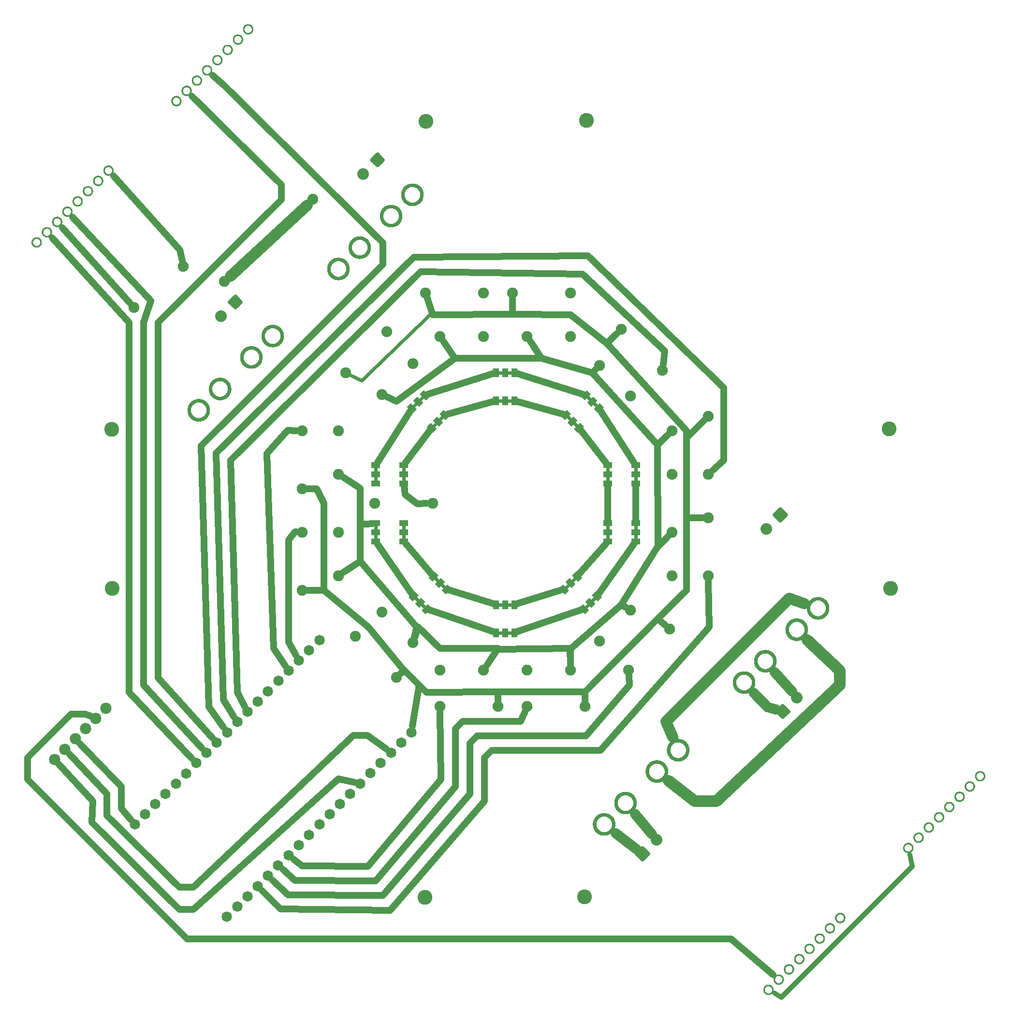
<source format=gbl>
G04 MADE WITH FRITZING*
G04 WWW.FRITZING.ORG*
G04 DOUBLE SIDED*
G04 HOLES PLATED*
G04 CONTOUR ON CENTER OF CONTOUR VECTOR*
%ASAXBY*%
%FSLAX23Y23*%
%MOIN*%
%OFA0B0*%
%SFA1.0B1.0*%
%ADD10C,0.102362*%
%ADD11C,0.080000*%
%ADD12C,0.075433*%
%ADD13C,0.078000*%
%ADD14C,0.075000*%
%ADD15C,0.071858*%
%ADD16R,0.059056X0.039361*%
%ADD17R,0.059056X0.039389*%
%ADD18R,0.059056X0.039375*%
%ADD19R,0.039361X0.059056*%
%ADD20R,0.039389X0.059056*%
%ADD21R,0.039375X0.059056*%
%ADD22C,0.032000*%
%ADD23C,0.048000*%
%ADD24C,0.070000*%
%ADD25C,0.024000*%
%ADD26C,0.020000*%
%ADD27R,0.001000X0.001000*%
%LNCOPPER0*%
G90*
G70*
G54D10*
X3414Y6588D03*
X4520Y6595D03*
X3407Y1236D03*
X4507Y1240D03*
X1248Y3366D03*
X1247Y4465D03*
X6615Y3366D03*
X6607Y4466D03*
G54D11*
X5855Y3873D03*
X5758Y3776D03*
G54D12*
X1401Y5305D03*
X1741Y5587D03*
X2022Y5484D03*
X2633Y6051D03*
G54D13*
X1207Y2541D03*
X1136Y2470D03*
X1065Y2400D03*
X995Y2329D03*
X924Y2258D03*
X853Y2187D03*
G54D14*
X2810Y3755D03*
X2810Y3455D03*
X3110Y3205D03*
X3322Y2993D03*
X3510Y2805D03*
X3810Y2805D03*
X4110Y2805D03*
X4410Y2805D03*
X4610Y3005D03*
X4822Y3217D03*
X2810Y4155D03*
X2810Y4455D03*
X5110Y3755D03*
X5110Y3455D03*
X5110Y4455D03*
X5110Y4155D03*
X4610Y4905D03*
X4822Y4693D03*
X4110Y5105D03*
X4410Y5105D03*
X3110Y4705D03*
X3322Y4917D03*
X3510Y5105D03*
X3810Y5105D03*
X2560Y3355D03*
X2560Y3755D03*
X4510Y2555D03*
X4110Y2555D03*
X3910Y2555D03*
X3510Y2555D03*
X3210Y2755D03*
X2927Y3038D03*
X4810Y2805D03*
X5093Y3088D03*
X5360Y3855D03*
X5360Y3455D03*
X5360Y4555D03*
X5360Y4155D03*
X4760Y5155D03*
X5043Y4872D03*
X4010Y5405D03*
X4410Y5405D03*
X3410Y5405D03*
X3810Y5405D03*
X2560Y4455D03*
X2560Y4055D03*
X2860Y4855D03*
X3143Y5138D03*
X3460Y3955D03*
X3060Y3955D03*
G54D15*
X2678Y3011D03*
X2607Y2940D03*
X2536Y2870D03*
X2465Y2799D03*
X2395Y2729D03*
X2324Y2658D03*
X2253Y2587D03*
X2183Y2517D03*
X2112Y2446D03*
X2042Y2375D03*
X1971Y2304D03*
X1900Y2233D03*
X1829Y2163D03*
X1758Y2092D03*
X1688Y2022D03*
X1617Y1951D03*
X1547Y1881D03*
X1476Y1810D03*
X1405Y1739D03*
X2041Y1103D03*
X2112Y1174D03*
X2183Y1245D03*
X2253Y1315D03*
X2324Y1386D03*
X2394Y1456D03*
X2465Y1527D03*
X2536Y1597D03*
X2607Y1668D03*
X2678Y1739D03*
X2748Y1810D03*
X2819Y1881D03*
X2889Y1951D03*
X2960Y2022D03*
X3031Y2093D03*
X3101Y2163D03*
X3172Y2234D03*
X3243Y2304D03*
X3314Y2375D03*
G54D11*
X4906Y1536D03*
X5004Y1634D03*
X5873Y2518D03*
X5971Y2615D03*
X3078Y6321D03*
X2981Y6224D03*
X2098Y5342D03*
X2001Y5244D03*
G54D16*
X3067Y4092D03*
G54D17*
X3067Y4155D03*
G54D18*
X3067Y4218D03*
X3260Y4218D03*
G54D17*
X3260Y4155D03*
G54D16*
X3260Y4092D03*
X3067Y3692D03*
G54D17*
X3067Y3755D03*
G54D18*
X3067Y3818D03*
X3260Y3818D03*
G54D17*
X3260Y3755D03*
G54D16*
X3260Y3692D03*
G54D19*
X4023Y4662D03*
G54D20*
X3960Y4662D03*
G54D21*
X3897Y4662D03*
X3897Y4855D03*
G54D20*
X3960Y4855D03*
G54D19*
X4023Y4855D03*
G54D16*
X4667Y4092D03*
G54D17*
X4667Y4155D03*
G54D18*
X4667Y4218D03*
X4860Y4218D03*
G54D17*
X4860Y4155D03*
G54D16*
X4860Y4092D03*
X4667Y3692D03*
G54D17*
X4667Y3755D03*
G54D18*
X4667Y3818D03*
X4860Y3818D03*
G54D17*
X4860Y3755D03*
G54D16*
X4860Y3692D03*
G54D19*
X4023Y3062D03*
G54D20*
X3960Y3062D03*
G54D21*
X3897Y3062D03*
X3897Y3255D03*
G54D20*
X3960Y3255D03*
G54D19*
X4023Y3255D03*
G54D22*
X5864Y548D02*
X5815Y576D01*
D02*
X6765Y1449D02*
X5864Y548D01*
D02*
X6748Y1532D02*
X6765Y1449D01*
G54D11*
D02*
X6265Y2699D02*
X5415Y1899D01*
D02*
X5415Y1899D02*
X5266Y1899D01*
D02*
X6265Y2801D02*
X6265Y2699D01*
D02*
X5266Y1899D02*
X5086Y2041D01*
D02*
X6044Y3012D02*
X6265Y2801D01*
G54D14*
D02*
X5065Y2450D02*
X5112Y2344D01*
D02*
X5915Y3300D02*
X5065Y2450D01*
D02*
X6021Y3263D02*
X5915Y3300D01*
G54D23*
D02*
X666Y2050D02*
X666Y2199D01*
D02*
X1765Y951D02*
X666Y2050D01*
D02*
X666Y2199D02*
X965Y2500D01*
D02*
X1064Y2500D02*
X1098Y2486D01*
D02*
X965Y2500D02*
X1064Y2500D01*
D02*
X5515Y951D02*
X1765Y951D01*
D02*
X5807Y703D02*
X5515Y951D01*
G54D24*
D02*
X4719Y1681D02*
X4864Y1569D01*
D02*
X4852Y1813D02*
X4969Y1675D01*
D02*
X5766Y2550D02*
X5673Y2648D01*
D02*
X5822Y2533D02*
X5766Y2550D01*
D02*
X5936Y2656D02*
X5817Y2792D01*
G54D25*
D02*
X3419Y5378D02*
X3455Y5272D01*
D02*
X3455Y5272D02*
X2968Y4801D01*
D02*
X2968Y4801D02*
X2886Y4842D01*
G54D23*
D02*
X2065Y4250D02*
X3376Y5551D01*
D02*
X3376Y5551D02*
X4494Y5534D01*
D02*
X2114Y2650D02*
X2065Y4250D01*
D02*
X4494Y5534D02*
X5058Y5004D01*
D02*
X5058Y5004D02*
X5048Y4911D01*
D02*
X2164Y2554D02*
X2114Y2650D01*
D02*
X1965Y4300D02*
X3330Y5652D01*
D02*
X3330Y5652D02*
X4529Y5662D01*
D02*
X2017Y2601D02*
X1965Y4300D01*
D02*
X4529Y5662D02*
X5465Y4750D01*
D02*
X5465Y4750D02*
X5465Y4249D01*
D02*
X2090Y2481D02*
X2017Y2601D01*
D02*
X5465Y4249D02*
X5390Y4181D01*
D02*
X2024Y6833D02*
X1943Y6904D01*
D02*
X3115Y5749D02*
X2024Y6833D01*
D02*
X3116Y5599D02*
X3115Y5749D01*
D02*
X1864Y4350D02*
X3116Y5599D01*
D02*
X1916Y2549D02*
X1864Y4350D01*
D02*
X2017Y2409D02*
X1916Y2549D01*
D02*
X2416Y6048D02*
X2416Y6150D01*
D02*
X1566Y5199D02*
X2416Y6048D01*
D02*
X2416Y6150D02*
X1800Y6761D01*
D02*
X1566Y2749D02*
X1566Y5199D01*
D02*
X1943Y2335D02*
X1566Y2749D01*
D02*
X1517Y5350D02*
X1466Y5199D01*
D02*
X1466Y5199D02*
X1466Y2701D01*
D02*
X1466Y2701D02*
X1871Y2264D01*
D02*
X977Y5927D02*
X1517Y5350D01*
D02*
X835Y5785D02*
X1366Y5201D01*
D02*
X1366Y5201D02*
X1366Y2649D01*
D02*
X1366Y2649D02*
X1801Y2193D01*
D02*
X1314Y2001D02*
X1314Y1851D01*
D02*
X1314Y1851D02*
X1379Y1771D01*
D02*
X1024Y2299D02*
X1314Y2001D01*
D02*
X905Y5855D02*
X1374Y5334D01*
D02*
X1715Y5701D02*
X1733Y5626D01*
D02*
X1259Y6209D02*
X1715Y5701D01*
G54D14*
D02*
X2063Y5522D02*
X2592Y6012D01*
G54D23*
D02*
X3516Y2050D02*
X3014Y1450D01*
D02*
X3511Y2515D02*
X3516Y2050D01*
D02*
X3014Y1450D02*
X2559Y1455D01*
D02*
X2559Y1455D02*
X2498Y1502D01*
D02*
X4066Y2450D02*
X4095Y2518D01*
D02*
X3666Y2450D02*
X4066Y2450D01*
D02*
X3615Y2399D02*
X3666Y2450D01*
D02*
X3615Y1999D02*
X3615Y2399D01*
D02*
X3065Y1349D02*
X3615Y1999D01*
D02*
X2510Y1354D02*
X3065Y1349D01*
D02*
X2425Y1429D02*
X2510Y1354D01*
D02*
X2462Y1253D02*
X2354Y1357D01*
D02*
X3715Y1949D02*
X3115Y1249D01*
D02*
X3115Y1249D02*
X2462Y1253D01*
D02*
X3715Y2300D02*
X3715Y1949D01*
D02*
X3765Y2349D02*
X3715Y2300D01*
D02*
X4515Y2349D02*
X3765Y2349D01*
D02*
X4816Y2699D02*
X4515Y2349D01*
D02*
X4812Y2765D02*
X4816Y2699D01*
D02*
X5365Y3099D02*
X5361Y3415D01*
D02*
X4616Y2249D02*
X5365Y3099D01*
D02*
X3865Y2249D02*
X4616Y2249D01*
D02*
X3816Y2200D02*
X3865Y2249D01*
D02*
X3816Y1900D02*
X3816Y2200D01*
D02*
X3165Y1148D02*
X3816Y1900D01*
D02*
X2409Y1156D02*
X3165Y1148D01*
D02*
X2282Y1285D02*
X2409Y1156D01*
D02*
X3009Y2355D02*
X3139Y2259D01*
D02*
X2912Y2355D02*
X3009Y2355D01*
D02*
X1809Y1306D02*
X2912Y2355D01*
D02*
X1712Y1306D02*
X1809Y1306D01*
D02*
X1214Y1800D02*
X1712Y1306D01*
D02*
X952Y2228D02*
X1214Y1951D01*
D02*
X1214Y1951D02*
X1214Y1800D01*
D02*
X2811Y2053D02*
X2919Y2031D01*
D02*
X1712Y1155D02*
X1809Y1155D01*
D02*
X1809Y1155D02*
X2811Y2053D01*
D02*
X1110Y1755D02*
X1712Y1155D01*
D02*
X1115Y1901D02*
X1110Y1755D01*
D02*
X881Y2157D02*
X1115Y1901D01*
G54D25*
D02*
X3507Y4528D02*
X3531Y4553D01*
D02*
X3462Y4484D02*
X3487Y4508D01*
G54D23*
D02*
X3271Y4232D02*
X3443Y4462D01*
G54D25*
D02*
X3260Y4169D02*
X3260Y4204D01*
D02*
X3260Y4106D02*
X3260Y4141D01*
D02*
X3260Y3769D02*
X3260Y3804D01*
D02*
X3260Y3706D02*
X3260Y3741D01*
G54D23*
D02*
X3456Y3460D02*
X3272Y3678D01*
G54D25*
D02*
X3500Y3415D02*
X3476Y3439D01*
D02*
X3545Y3370D02*
X3520Y3395D01*
G54D23*
D02*
X3883Y3259D02*
X3570Y3356D01*
G54D25*
D02*
X3911Y3255D02*
X3946Y3255D01*
D02*
X3974Y3255D02*
X4009Y3255D01*
G54D23*
D02*
X4037Y3259D02*
X4350Y3356D01*
G54D25*
D02*
X4376Y3370D02*
X4400Y3395D01*
D02*
X4420Y3415D02*
X4445Y3439D01*
G54D23*
D02*
X4464Y3460D02*
X4655Y3678D01*
G54D25*
D02*
X4667Y3706D02*
X4667Y3741D01*
D02*
X4667Y3769D02*
X4667Y3804D01*
G54D23*
D02*
X4667Y3832D02*
X4667Y4078D01*
G54D25*
D02*
X4667Y4106D02*
X4667Y4141D01*
D02*
X4667Y4169D02*
X4667Y4204D01*
G54D23*
D02*
X4656Y4232D02*
X4477Y4463D01*
G54D25*
D02*
X4458Y4484D02*
X4434Y4508D01*
D02*
X4414Y4528D02*
X4389Y4553D01*
G54D23*
D02*
X4364Y4567D02*
X4037Y4658D01*
G54D25*
D02*
X4009Y4662D02*
X3974Y4662D01*
D02*
X3946Y4662D02*
X3911Y4662D01*
G54D23*
D02*
X3557Y4567D02*
X3883Y4658D01*
G54D25*
D02*
X3370Y4665D02*
X3395Y4689D01*
D02*
X3326Y4620D02*
X3350Y4645D01*
G54D23*
D02*
X3883Y4850D02*
X3420Y4704D01*
G54D25*
D02*
X3911Y4855D02*
X3946Y4855D01*
D02*
X3974Y4855D02*
X4009Y4855D01*
G54D23*
D02*
X4037Y4850D02*
X4500Y4704D01*
G54D25*
D02*
X4526Y4689D02*
X4550Y4665D01*
D02*
X4570Y4645D02*
X4595Y4620D01*
G54D23*
D02*
X4613Y4598D02*
X4851Y4232D01*
G54D25*
D02*
X4860Y4204D02*
X4860Y4169D01*
D02*
X4860Y4141D02*
X4860Y4106D01*
G54D23*
D02*
X4860Y4078D02*
X4860Y3832D01*
G54D25*
D02*
X4860Y3804D02*
X4860Y3769D01*
D02*
X4860Y3741D02*
X4860Y3706D01*
G54D23*
D02*
X4850Y3678D02*
X4599Y3325D01*
G54D25*
D02*
X4581Y3303D02*
X4557Y3278D01*
D02*
X4537Y3258D02*
X4512Y3234D01*
G54D23*
D02*
X4487Y3219D02*
X4037Y3067D01*
G54D25*
D02*
X4009Y3062D02*
X3974Y3062D01*
D02*
X3946Y3062D02*
X3911Y3062D01*
G54D23*
D02*
X3883Y3067D02*
X3433Y3219D01*
G54D25*
D02*
X3408Y3234D02*
X3384Y3258D01*
D02*
X3364Y3278D02*
X3339Y3303D01*
G54D23*
D02*
X3321Y3325D02*
X3077Y3678D01*
G54D25*
D02*
X3067Y3706D02*
X3067Y3741D01*
G54D23*
D02*
X2959Y3554D02*
X2959Y3806D01*
D02*
X2959Y3806D02*
X3043Y3815D01*
D02*
X2843Y3477D02*
X2959Y3554D01*
D02*
X3308Y4598D02*
X3076Y4232D01*
G54D25*
D02*
X3067Y4204D02*
X3067Y4169D01*
D02*
X3067Y4141D02*
X3067Y4106D01*
G54D23*
D02*
X2709Y3354D02*
X2600Y3355D01*
D02*
X2660Y4054D02*
X2709Y3954D01*
D02*
X2600Y4055D02*
X2660Y4054D01*
D02*
X2709Y3954D02*
X2709Y3354D01*
D02*
X3260Y2804D02*
X3238Y2783D01*
D02*
X3016Y3099D02*
X3260Y2804D01*
D02*
X2709Y3354D02*
X3016Y3099D01*
D02*
X2600Y3355D02*
X2709Y3354D01*
D02*
X3260Y2804D02*
X3238Y2783D01*
D02*
X3266Y2800D02*
X3260Y2804D01*
D02*
X3416Y2650D02*
X3266Y2800D01*
D02*
X3909Y2655D02*
X3416Y2650D01*
D02*
X3910Y2595D02*
X3909Y2655D01*
D02*
X4509Y2655D02*
X4510Y2595D01*
D02*
X3909Y2655D02*
X4509Y2655D01*
D02*
X3910Y2595D02*
X3909Y2655D01*
D02*
X5010Y3156D02*
X5062Y3113D01*
D02*
X4509Y2655D02*
X5010Y3156D01*
D02*
X4510Y2595D02*
X4509Y2655D01*
D02*
X5211Y3855D02*
X5320Y3855D01*
D02*
X5010Y3156D02*
X5210Y3354D01*
D02*
X5210Y3354D02*
X5211Y3855D01*
D02*
X5062Y3113D02*
X5010Y3156D01*
D02*
X5210Y4404D02*
X5211Y3855D01*
D02*
X5211Y3855D02*
X5320Y3855D01*
D02*
X5332Y4527D02*
X5210Y4404D01*
D02*
X4660Y5056D02*
X4732Y5127D01*
D02*
X5210Y4454D02*
X4660Y5056D01*
D02*
X5210Y4404D02*
X5210Y4454D01*
D02*
X5332Y4527D02*
X5210Y4404D01*
D02*
X5210Y4454D02*
X5210Y4454D01*
D02*
X4660Y5056D02*
X4732Y5127D01*
D02*
X4411Y5255D02*
X4660Y5056D01*
D02*
X4011Y5256D02*
X4411Y5255D01*
D02*
X4010Y5365D02*
X4011Y5256D01*
D02*
X4011Y5256D02*
X4010Y5365D01*
D02*
X3461Y5255D02*
X4011Y5256D01*
D02*
X3423Y5367D02*
X3461Y5255D01*
D02*
X3270Y4015D02*
X3262Y4078D01*
D02*
X3352Y3951D02*
X3270Y4015D01*
D02*
X3420Y3953D02*
X3352Y3951D01*
D02*
X3266Y2800D02*
X3365Y2701D01*
D02*
X3365Y2701D02*
X3320Y2417D01*
D02*
X3241Y2780D02*
X3266Y2800D01*
D02*
X3612Y4954D02*
X3211Y4656D01*
D02*
X3211Y4656D02*
X3146Y4688D01*
D02*
X3532Y5072D02*
X3612Y4954D01*
D02*
X4132Y5072D02*
X4211Y4954D01*
D02*
X4211Y4954D02*
X3612Y4954D01*
D02*
X3612Y4954D02*
X3532Y5072D01*
D02*
X4211Y4954D02*
X4132Y5072D01*
D02*
X4561Y4854D02*
X4211Y4954D01*
D02*
X4583Y4876D02*
X4561Y4854D01*
D02*
X4561Y4854D02*
X4583Y4876D01*
D02*
X5010Y4356D02*
X4561Y4854D01*
D02*
X5082Y4427D02*
X5010Y4356D01*
D02*
X5083Y3726D02*
X5012Y3653D01*
D02*
X5012Y3653D02*
X5010Y4356D01*
D02*
X5010Y4356D02*
X5082Y4427D01*
D02*
X5012Y3653D02*
X5083Y3726D01*
D02*
X4760Y3255D02*
X5010Y3654D01*
D02*
X5010Y3654D02*
X5012Y3653D01*
D02*
X4788Y3238D02*
X4760Y3255D01*
D02*
X4407Y2947D02*
X4760Y3255D01*
D02*
X4760Y3255D02*
X4788Y3238D01*
D02*
X4409Y2845D02*
X4407Y2947D01*
D02*
X4410Y2955D02*
X4410Y2845D01*
D02*
X3906Y2948D02*
X4410Y2955D01*
D02*
X3832Y2838D02*
X3906Y2948D01*
D02*
X3509Y2955D02*
X3909Y2955D01*
D02*
X3335Y3030D02*
X3359Y3100D01*
D02*
X3359Y3100D02*
X3509Y2955D01*
D02*
X3909Y2955D02*
X3832Y2838D01*
D02*
X2843Y3477D02*
X2959Y3554D01*
D02*
X2959Y3554D02*
X3350Y3100D01*
D02*
X3350Y3100D02*
X3332Y3031D01*
D02*
X2959Y3554D02*
X2843Y3477D01*
D02*
X2960Y4056D02*
X2959Y3554D01*
D02*
X2843Y4133D02*
X2960Y4056D01*
D02*
X2465Y2998D02*
X2516Y2907D01*
D02*
X2465Y3700D02*
X2465Y2998D01*
D02*
X2508Y3756D02*
X2465Y3700D01*
D02*
X2520Y3756D02*
X2508Y3756D01*
D02*
X2362Y2955D02*
X2442Y2834D01*
D02*
X2316Y4298D02*
X2362Y2955D01*
D02*
X2460Y4456D02*
X2316Y4298D01*
D02*
X2520Y4455D02*
X2460Y4456D01*
G54D25*
D02*
X3067Y3804D02*
X3067Y3769D01*
G54D26*
X5898Y3873D02*
X5855Y3831D01*
X5813Y3873D01*
X5855Y3916D01*
X5898Y3873D01*
D02*
G36*
X3534Y4598D02*
X3576Y4556D01*
X3548Y4528D01*
X3506Y4570D01*
X3534Y4598D01*
G37*
D02*
G36*
X3490Y4553D02*
X3531Y4511D01*
X3504Y4484D01*
X3462Y4525D01*
X3490Y4553D01*
G37*
D02*
G36*
X3445Y4509D02*
X3487Y4467D01*
X3459Y4439D01*
X3417Y4481D01*
X3445Y4509D01*
G37*
D02*
G36*
X3309Y4645D02*
X3350Y4603D01*
X3323Y4576D01*
X3281Y4617D01*
X3309Y4645D01*
G37*
D02*
G36*
X3353Y4690D02*
X3395Y4648D01*
X3367Y4620D01*
X3325Y4662D01*
X3353Y4690D01*
G37*
D02*
G36*
X3398Y4734D02*
X3439Y4692D01*
X3412Y4665D01*
X3370Y4706D01*
X3398Y4734D01*
G37*
D02*
G36*
X4503Y4481D02*
X4461Y4439D01*
X4433Y4467D01*
X4475Y4509D01*
X4503Y4481D01*
G37*
D02*
G36*
X4459Y4525D02*
X4417Y4484D01*
X4389Y4511D01*
X4431Y4553D01*
X4459Y4525D01*
G37*
D02*
G36*
X4414Y4570D02*
X4372Y4528D01*
X4344Y4556D01*
X4386Y4598D01*
X4414Y4570D01*
G37*
D02*
G36*
X4550Y4706D02*
X4509Y4665D01*
X4481Y4692D01*
X4523Y4734D01*
X4550Y4706D01*
G37*
D02*
G36*
X4595Y4662D02*
X4553Y4620D01*
X4525Y4648D01*
X4567Y4690D01*
X4595Y4662D01*
G37*
D02*
G36*
X4639Y4617D02*
X4598Y4576D01*
X4570Y4603D01*
X4612Y4645D01*
X4639Y4617D01*
G37*
D02*
G36*
X4584Y3348D02*
X4626Y3306D01*
X4598Y3278D01*
X4556Y3320D01*
X4584Y3348D01*
G37*
D02*
G36*
X4540Y3303D02*
X4581Y3261D01*
X4554Y3234D01*
X4512Y3275D01*
X4540Y3303D01*
G37*
D02*
G36*
X4495Y3259D02*
X4537Y3217D01*
X4509Y3189D01*
X4467Y3231D01*
X4495Y3259D01*
G37*
D02*
G36*
X4359Y3395D02*
X4400Y3353D01*
X4373Y3325D01*
X4331Y3367D01*
X4359Y3395D01*
G37*
D02*
G36*
X4403Y3440D02*
X4445Y3398D01*
X4417Y3370D01*
X4375Y3412D01*
X4403Y3440D01*
G37*
D02*
G36*
X4448Y3484D02*
X4489Y3442D01*
X4462Y3415D01*
X4420Y3456D01*
X4448Y3484D01*
G37*
D02*
G36*
X3453Y3231D02*
X3411Y3189D01*
X3383Y3217D01*
X3425Y3259D01*
X3453Y3231D01*
G37*
D02*
G36*
X3409Y3275D02*
X3367Y3234D01*
X3339Y3261D01*
X3381Y3303D01*
X3409Y3275D01*
G37*
D02*
G36*
X3364Y3320D02*
X3322Y3278D01*
X3294Y3306D01*
X3336Y3348D01*
X3364Y3320D01*
G37*
D02*
G36*
X3500Y3456D02*
X3459Y3415D01*
X3431Y3442D01*
X3473Y3484D01*
X3500Y3456D01*
G37*
D02*
G36*
X3545Y3412D02*
X3503Y3370D01*
X3475Y3398D01*
X3517Y3440D01*
X3545Y3412D01*
G37*
D02*
G36*
X3589Y3367D02*
X3548Y3326D01*
X3520Y3353D01*
X3562Y3395D01*
X3589Y3367D01*
G37*
D02*
X4864Y1536D02*
X4906Y1579D01*
X4949Y1536D01*
X4906Y1494D01*
X4864Y1536D01*
D02*
X5831Y2518D02*
X5873Y2560D01*
X5916Y2518D01*
X5873Y2476D01*
X5831Y2518D01*
D02*
X3121Y6321D02*
X3078Y6279D01*
X3036Y6321D01*
X3078Y6364D01*
X3121Y6321D01*
D02*
X2140Y5342D02*
X2098Y5299D01*
X2056Y5342D01*
X2098Y5384D01*
X2140Y5342D01*
D02*
G54D27*
X2183Y7257D02*
X2192Y7257D01*
X2178Y7256D02*
X2197Y7256D01*
X2175Y7255D02*
X2200Y7255D01*
X2172Y7254D02*
X2202Y7254D01*
X2170Y7253D02*
X2205Y7253D01*
X2169Y7252D02*
X2206Y7252D01*
X2167Y7251D02*
X2208Y7251D01*
X2166Y7250D02*
X2209Y7250D01*
X2164Y7249D02*
X2211Y7249D01*
X2163Y7248D02*
X2212Y7248D01*
X2162Y7247D02*
X2213Y7247D01*
X2161Y7246D02*
X2183Y7246D01*
X2191Y7246D02*
X2214Y7246D01*
X2160Y7245D02*
X2180Y7245D01*
X2195Y7245D02*
X2214Y7245D01*
X2160Y7244D02*
X2177Y7244D01*
X2198Y7244D02*
X2215Y7244D01*
X2159Y7243D02*
X2175Y7243D01*
X2200Y7243D02*
X2216Y7243D01*
X2158Y7242D02*
X2174Y7242D01*
X2201Y7242D02*
X2217Y7242D01*
X2158Y7241D02*
X2172Y7241D01*
X2203Y7241D02*
X2217Y7241D01*
X2157Y7240D02*
X2171Y7240D01*
X2204Y7240D02*
X2218Y7240D01*
X2156Y7239D02*
X2170Y7239D01*
X2205Y7239D02*
X2218Y7239D01*
X2156Y7238D02*
X2169Y7238D01*
X2206Y7238D02*
X2219Y7238D01*
X2155Y7237D02*
X2168Y7237D01*
X2207Y7237D02*
X2219Y7237D01*
X2155Y7236D02*
X2167Y7236D01*
X2208Y7236D02*
X2220Y7236D01*
X2155Y7235D02*
X2167Y7235D01*
X2208Y7235D02*
X2220Y7235D01*
X2154Y7234D02*
X2166Y7234D01*
X2209Y7234D02*
X2221Y7234D01*
X2154Y7233D02*
X2165Y7233D01*
X2210Y7233D02*
X2221Y7233D01*
X2154Y7232D02*
X2165Y7232D01*
X2210Y7232D02*
X2221Y7232D01*
X2153Y7231D02*
X2164Y7231D01*
X2211Y7231D02*
X2221Y7231D01*
X2153Y7230D02*
X2164Y7230D01*
X2211Y7230D02*
X2222Y7230D01*
X2153Y7229D02*
X2164Y7229D01*
X2211Y7229D02*
X2222Y7229D01*
X2153Y7228D02*
X2163Y7228D01*
X2212Y7228D02*
X2222Y7228D01*
X2153Y7227D02*
X2163Y7227D01*
X2212Y7227D02*
X2222Y7227D01*
X2152Y7226D02*
X2163Y7226D01*
X2212Y7226D02*
X2222Y7226D01*
X2152Y7225D02*
X2163Y7225D01*
X2212Y7225D02*
X2223Y7225D01*
X2152Y7224D02*
X2162Y7224D01*
X2212Y7224D02*
X2223Y7224D01*
X2152Y7223D02*
X2162Y7223D01*
X2213Y7223D02*
X2223Y7223D01*
X2152Y7222D02*
X2162Y7222D01*
X2213Y7222D02*
X2223Y7222D01*
X2152Y7221D02*
X2162Y7221D01*
X2213Y7221D02*
X2223Y7221D01*
X2152Y7220D02*
X2162Y7220D01*
X2213Y7220D02*
X2223Y7220D01*
X2152Y7219D02*
X2162Y7219D01*
X2212Y7219D02*
X2223Y7219D01*
X2152Y7218D02*
X2163Y7218D01*
X2212Y7218D02*
X2223Y7218D01*
X2153Y7217D02*
X2163Y7217D01*
X2212Y7217D02*
X2222Y7217D01*
X2153Y7216D02*
X2163Y7216D01*
X2212Y7216D02*
X2222Y7216D01*
X2153Y7215D02*
X2163Y7215D01*
X2212Y7215D02*
X2222Y7215D01*
X2153Y7214D02*
X2164Y7214D01*
X2211Y7214D02*
X2222Y7214D01*
X2153Y7213D02*
X2164Y7213D01*
X2211Y7213D02*
X2222Y7213D01*
X2153Y7212D02*
X2164Y7212D01*
X2211Y7212D02*
X2221Y7212D01*
X2154Y7211D02*
X2165Y7211D01*
X2210Y7211D02*
X2221Y7211D01*
X2154Y7210D02*
X2165Y7210D01*
X2210Y7210D02*
X2221Y7210D01*
X2154Y7209D02*
X2166Y7209D01*
X2209Y7209D02*
X2221Y7209D01*
X2155Y7208D02*
X2167Y7208D01*
X2208Y7208D02*
X2220Y7208D01*
X2155Y7207D02*
X2167Y7207D01*
X2208Y7207D02*
X2220Y7207D01*
X2156Y7206D02*
X2168Y7206D01*
X2207Y7206D02*
X2219Y7206D01*
X2156Y7205D02*
X2169Y7205D01*
X2206Y7205D02*
X2219Y7205D01*
X2157Y7204D02*
X2170Y7204D01*
X2205Y7204D02*
X2218Y7204D01*
X2157Y7203D02*
X2171Y7203D01*
X2204Y7203D02*
X2218Y7203D01*
X2158Y7202D02*
X2172Y7202D01*
X2203Y7202D02*
X2217Y7202D01*
X2158Y7201D02*
X2174Y7201D01*
X2201Y7201D02*
X2217Y7201D01*
X2159Y7200D02*
X2175Y7200D01*
X2200Y7200D02*
X2216Y7200D01*
X2160Y7199D02*
X2177Y7199D01*
X2198Y7199D02*
X2215Y7199D01*
X2161Y7198D02*
X2180Y7198D01*
X2195Y7198D02*
X2214Y7198D01*
X2161Y7197D02*
X2185Y7197D01*
X2190Y7197D02*
X2213Y7197D01*
X2162Y7196D02*
X2213Y7196D01*
X2163Y7195D02*
X2211Y7195D01*
X2165Y7194D02*
X2210Y7194D01*
X2166Y7193D02*
X2209Y7193D01*
X2167Y7192D02*
X2208Y7192D01*
X2169Y7191D02*
X2206Y7191D01*
X2171Y7190D02*
X2204Y7190D01*
X2173Y7189D02*
X2202Y7189D01*
X2175Y7188D02*
X2200Y7188D01*
X2179Y7187D02*
X2196Y7187D01*
X2110Y7186D02*
X2123Y7186D01*
X2185Y7186D02*
X2190Y7186D01*
X2106Y7185D02*
X2127Y7185D01*
X2103Y7184D02*
X2130Y7184D01*
X2101Y7183D02*
X2132Y7183D01*
X2099Y7182D02*
X2134Y7182D01*
X2097Y7181D02*
X2136Y7181D01*
X2096Y7180D02*
X2138Y7180D01*
X2095Y7179D02*
X2139Y7179D01*
X2093Y7178D02*
X2140Y7178D01*
X2092Y7177D02*
X2141Y7177D01*
X2091Y7176D02*
X2142Y7176D01*
X2090Y7175D02*
X2111Y7175D01*
X2122Y7175D02*
X2143Y7175D01*
X2089Y7174D02*
X2108Y7174D01*
X2126Y7174D02*
X2144Y7174D01*
X2089Y7173D02*
X2106Y7173D01*
X2128Y7173D02*
X2145Y7173D01*
X2088Y7172D02*
X2104Y7172D01*
X2130Y7172D02*
X2145Y7172D01*
X2087Y7171D02*
X2102Y7171D01*
X2131Y7171D02*
X2146Y7171D01*
X2087Y7170D02*
X2101Y7170D01*
X2132Y7170D02*
X2147Y7170D01*
X2086Y7169D02*
X2100Y7169D01*
X2134Y7169D02*
X2147Y7169D01*
X2086Y7168D02*
X2099Y7168D01*
X2135Y7168D02*
X2148Y7168D01*
X2085Y7167D02*
X2098Y7167D01*
X2136Y7167D02*
X2148Y7167D01*
X2085Y7166D02*
X2097Y7166D01*
X2136Y7166D02*
X2149Y7166D01*
X2084Y7165D02*
X2096Y7165D01*
X2137Y7165D02*
X2149Y7165D01*
X2084Y7164D02*
X2096Y7164D01*
X2138Y7164D02*
X2150Y7164D01*
X2083Y7163D02*
X2095Y7163D01*
X2139Y7163D02*
X2150Y7163D01*
X2083Y7162D02*
X2094Y7162D01*
X2139Y7162D02*
X2150Y7162D01*
X2083Y7161D02*
X2094Y7161D01*
X2140Y7161D02*
X2151Y7161D01*
X2083Y7160D02*
X2093Y7160D01*
X2140Y7160D02*
X2151Y7160D01*
X2082Y7159D02*
X2093Y7159D01*
X2140Y7159D02*
X2151Y7159D01*
X2082Y7158D02*
X2093Y7158D01*
X2141Y7158D02*
X2151Y7158D01*
X2082Y7157D02*
X2092Y7157D01*
X2141Y7157D02*
X2151Y7157D01*
X2082Y7156D02*
X2092Y7156D01*
X2141Y7156D02*
X2152Y7156D01*
X2082Y7155D02*
X2092Y7155D01*
X2142Y7155D02*
X2152Y7155D01*
X2082Y7154D02*
X2092Y7154D01*
X2142Y7154D02*
X2152Y7154D01*
X2082Y7153D02*
X2092Y7153D01*
X2142Y7153D02*
X2152Y7153D01*
X2082Y7152D02*
X2092Y7152D01*
X2142Y7152D02*
X2152Y7152D01*
X2082Y7151D02*
X2091Y7151D01*
X2142Y7151D02*
X2152Y7151D01*
X2082Y7150D02*
X2092Y7150D01*
X2142Y7150D02*
X2152Y7150D01*
X2082Y7149D02*
X2092Y7149D01*
X2142Y7149D02*
X2152Y7149D01*
X2082Y7148D02*
X2092Y7148D01*
X2142Y7148D02*
X2152Y7148D01*
X2082Y7147D02*
X2092Y7147D01*
X2142Y7147D02*
X2152Y7147D01*
X2082Y7146D02*
X2092Y7146D01*
X2141Y7146D02*
X2152Y7146D01*
X2082Y7145D02*
X2092Y7145D01*
X2141Y7145D02*
X2152Y7145D01*
X2082Y7144D02*
X2093Y7144D01*
X2141Y7144D02*
X2151Y7144D01*
X2082Y7143D02*
X2093Y7143D01*
X2140Y7143D02*
X2151Y7143D01*
X2083Y7142D02*
X2093Y7142D01*
X2140Y7142D02*
X2151Y7142D01*
X2083Y7141D02*
X2094Y7141D01*
X2140Y7141D02*
X2151Y7141D01*
X2083Y7140D02*
X2094Y7140D01*
X2139Y7140D02*
X2150Y7140D01*
X2083Y7139D02*
X2095Y7139D01*
X2139Y7139D02*
X2150Y7139D01*
X2084Y7138D02*
X2095Y7138D01*
X2138Y7138D02*
X2150Y7138D01*
X2084Y7137D02*
X2096Y7137D01*
X2137Y7137D02*
X2149Y7137D01*
X2085Y7136D02*
X2097Y7136D01*
X2137Y7136D02*
X2149Y7136D01*
X2085Y7135D02*
X2098Y7135D01*
X2136Y7135D02*
X2149Y7135D01*
X2085Y7134D02*
X2099Y7134D01*
X2135Y7134D02*
X2148Y7134D01*
X2086Y7133D02*
X2100Y7133D01*
X2134Y7133D02*
X2148Y7133D01*
X2087Y7132D02*
X2101Y7132D01*
X2133Y7132D02*
X2147Y7132D01*
X2087Y7131D02*
X2102Y7131D01*
X2131Y7131D02*
X2146Y7131D01*
X2088Y7130D02*
X2104Y7130D01*
X2130Y7130D02*
X2146Y7130D01*
X2089Y7129D02*
X2105Y7129D01*
X2128Y7129D02*
X2145Y7129D01*
X2089Y7128D02*
X2107Y7128D01*
X2126Y7128D02*
X2144Y7128D01*
X2090Y7127D02*
X2110Y7127D01*
X2123Y7127D02*
X2143Y7127D01*
X2091Y7126D02*
X2142Y7126D01*
X2092Y7125D02*
X2142Y7125D01*
X2093Y7124D02*
X2140Y7124D01*
X2094Y7123D02*
X2139Y7123D01*
X2096Y7122D02*
X2138Y7122D01*
X2097Y7121D02*
X2136Y7121D01*
X2099Y7120D02*
X2135Y7120D01*
X2101Y7119D02*
X2133Y7119D01*
X2103Y7118D02*
X2131Y7118D01*
X2106Y7117D02*
X2128Y7117D01*
X2109Y7116D02*
X2124Y7116D01*
X2038Y7115D02*
X2054Y7115D01*
X2035Y7114D02*
X2057Y7114D01*
X2032Y7113D02*
X2060Y7113D01*
X2030Y7112D02*
X2062Y7112D01*
X2028Y7111D02*
X2064Y7111D01*
X2026Y7110D02*
X2066Y7110D01*
X2025Y7109D02*
X2067Y7109D01*
X2023Y7108D02*
X2069Y7108D01*
X2022Y7107D02*
X2070Y7107D01*
X2021Y7106D02*
X2071Y7106D01*
X2020Y7105D02*
X2072Y7105D01*
X2019Y7104D02*
X2039Y7104D01*
X2053Y7104D02*
X2073Y7104D01*
X2019Y7103D02*
X2036Y7103D01*
X2056Y7103D02*
X2074Y7103D01*
X2018Y7102D02*
X2034Y7102D01*
X2058Y7102D02*
X2074Y7102D01*
X2017Y7101D02*
X2033Y7101D01*
X2059Y7101D02*
X2075Y7101D01*
X2016Y7100D02*
X2031Y7100D01*
X2061Y7100D02*
X2076Y7100D01*
X2016Y7099D02*
X2030Y7099D01*
X2062Y7099D02*
X2076Y7099D01*
X2015Y7098D02*
X2029Y7098D01*
X2063Y7098D02*
X2077Y7098D01*
X2015Y7097D02*
X2028Y7097D01*
X2064Y7097D02*
X2077Y7097D01*
X2014Y7096D02*
X2027Y7096D01*
X2065Y7096D02*
X2078Y7096D01*
X2014Y7095D02*
X2026Y7095D01*
X2066Y7095D02*
X2078Y7095D01*
X2013Y7094D02*
X2025Y7094D01*
X2067Y7094D02*
X2079Y7094D01*
X2013Y7093D02*
X2025Y7093D01*
X2067Y7093D02*
X2079Y7093D01*
X2013Y7092D02*
X2024Y7092D01*
X2068Y7092D02*
X2079Y7092D01*
X2012Y7091D02*
X2024Y7091D01*
X2069Y7091D02*
X2080Y7091D01*
X2012Y7090D02*
X2023Y7090D01*
X2069Y7090D02*
X2080Y7090D01*
X2012Y7089D02*
X2023Y7089D01*
X2069Y7089D02*
X2080Y7089D01*
X2012Y7088D02*
X2022Y7088D01*
X2070Y7088D02*
X2080Y7088D01*
X2011Y7087D02*
X2022Y7087D01*
X2070Y7087D02*
X2081Y7087D01*
X2011Y7086D02*
X2022Y7086D01*
X2070Y7086D02*
X2081Y7086D01*
X2011Y7085D02*
X2021Y7085D01*
X2071Y7085D02*
X2081Y7085D01*
X2011Y7084D02*
X2021Y7084D01*
X2071Y7084D02*
X2081Y7084D01*
X2011Y7083D02*
X2021Y7083D01*
X2071Y7083D02*
X2081Y7083D01*
X2011Y7082D02*
X2021Y7082D01*
X2071Y7082D02*
X2081Y7082D01*
X2011Y7081D02*
X2021Y7081D01*
X2071Y7081D02*
X2081Y7081D01*
X2011Y7080D02*
X2021Y7080D01*
X2071Y7080D02*
X2081Y7080D01*
X2011Y7079D02*
X2021Y7079D01*
X2071Y7079D02*
X2081Y7079D01*
X2011Y7078D02*
X2021Y7078D01*
X2071Y7078D02*
X2081Y7078D01*
X2011Y7077D02*
X2021Y7077D01*
X2071Y7077D02*
X2081Y7077D01*
X2011Y7076D02*
X2021Y7076D01*
X2071Y7076D02*
X2081Y7076D01*
X2011Y7075D02*
X2021Y7075D01*
X2071Y7075D02*
X2081Y7075D01*
X2011Y7074D02*
X2022Y7074D01*
X2070Y7074D02*
X2081Y7074D01*
X2011Y7073D02*
X2022Y7073D01*
X2070Y7073D02*
X2081Y7073D01*
X2012Y7072D02*
X2022Y7072D01*
X2070Y7072D02*
X2080Y7072D01*
X2012Y7071D02*
X2023Y7071D01*
X2069Y7071D02*
X2080Y7071D01*
X2012Y7070D02*
X2023Y7070D01*
X2069Y7070D02*
X2080Y7070D01*
X2012Y7069D02*
X2024Y7069D01*
X2068Y7069D02*
X2080Y7069D01*
X2013Y7068D02*
X2024Y7068D01*
X2068Y7068D02*
X2079Y7068D01*
X2013Y7067D02*
X2025Y7067D01*
X2067Y7067D02*
X2079Y7067D01*
X2014Y7066D02*
X2026Y7066D01*
X2066Y7066D02*
X2079Y7066D01*
X2014Y7065D02*
X2026Y7065D01*
X2066Y7065D02*
X2078Y7065D01*
X2014Y7064D02*
X2027Y7064D01*
X2065Y7064D02*
X2078Y7064D01*
X2015Y7063D02*
X2028Y7063D01*
X2064Y7063D02*
X2077Y7063D01*
X2015Y7062D02*
X2029Y7062D01*
X2063Y7062D02*
X2077Y7062D01*
X2016Y7061D02*
X2030Y7061D01*
X2062Y7061D02*
X2076Y7061D01*
X2017Y7060D02*
X2032Y7060D01*
X2060Y7060D02*
X2075Y7060D01*
X2017Y7059D02*
X2033Y7059D01*
X2059Y7059D02*
X2075Y7059D01*
X2018Y7058D02*
X2035Y7058D01*
X2057Y7058D02*
X2074Y7058D01*
X2019Y7057D02*
X2037Y7057D01*
X2055Y7057D02*
X2073Y7057D01*
X2020Y7056D02*
X2041Y7056D01*
X2052Y7056D02*
X2072Y7056D01*
X2021Y7055D02*
X2072Y7055D01*
X2022Y7054D02*
X2070Y7054D01*
X2023Y7053D02*
X2069Y7053D01*
X2024Y7052D02*
X2068Y7052D01*
X2025Y7051D02*
X2067Y7051D01*
X2027Y7050D02*
X2065Y7050D01*
X2029Y7049D02*
X2064Y7049D01*
X2030Y7048D02*
X2062Y7048D01*
X2033Y7047D02*
X2059Y7047D01*
X2036Y7046D02*
X2056Y7046D01*
X1972Y7045D02*
X1979Y7045D01*
X2040Y7045D02*
X2052Y7045D01*
X1966Y7044D02*
X1984Y7044D01*
X1963Y7043D02*
X1988Y7043D01*
X1961Y7042D02*
X1990Y7042D01*
X1958Y7041D02*
X1992Y7041D01*
X1957Y7040D02*
X1994Y7040D01*
X1955Y7039D02*
X1996Y7039D01*
X1954Y7038D02*
X1997Y7038D01*
X1952Y7037D02*
X1998Y7037D01*
X1951Y7036D02*
X1999Y7036D01*
X1950Y7035D02*
X2000Y7035D01*
X1949Y7034D02*
X1972Y7034D01*
X1978Y7034D02*
X2001Y7034D01*
X1948Y7033D02*
X1968Y7033D01*
X1983Y7033D02*
X2002Y7033D01*
X1948Y7032D02*
X1965Y7032D01*
X1986Y7032D02*
X2003Y7032D01*
X1947Y7031D02*
X1963Y7031D01*
X1987Y7031D02*
X2004Y7031D01*
X1946Y7030D02*
X1962Y7030D01*
X1989Y7030D02*
X2004Y7030D01*
X1946Y7029D02*
X1960Y7029D01*
X1990Y7029D02*
X2005Y7029D01*
X1945Y7028D02*
X1959Y7028D01*
X1992Y7028D02*
X2006Y7028D01*
X1944Y7027D02*
X1958Y7027D01*
X1993Y7027D02*
X2006Y7027D01*
X1944Y7026D02*
X1957Y7026D01*
X1994Y7026D02*
X2007Y7026D01*
X1943Y7025D02*
X1956Y7025D01*
X1995Y7025D02*
X2007Y7025D01*
X1943Y7024D02*
X1955Y7024D01*
X1995Y7024D02*
X2008Y7024D01*
X1943Y7023D02*
X1954Y7023D01*
X1996Y7023D02*
X2008Y7023D01*
X1942Y7022D02*
X1954Y7022D01*
X1997Y7022D02*
X2008Y7022D01*
X1942Y7021D02*
X1953Y7021D01*
X1997Y7021D02*
X2009Y7021D01*
X1942Y7020D02*
X1953Y7020D01*
X1998Y7020D02*
X2009Y7020D01*
X1941Y7019D02*
X1952Y7019D01*
X1998Y7019D02*
X2009Y7019D01*
X1941Y7018D02*
X1952Y7018D01*
X1999Y7018D02*
X2010Y7018D01*
X1941Y7017D02*
X1951Y7017D01*
X1999Y7017D02*
X2010Y7017D01*
X1941Y7016D02*
X1951Y7016D01*
X2000Y7016D02*
X2010Y7016D01*
X1941Y7015D02*
X1951Y7015D01*
X2000Y7015D02*
X2010Y7015D01*
X1940Y7014D02*
X1951Y7014D01*
X2000Y7014D02*
X2010Y7014D01*
X1940Y7013D02*
X1950Y7013D01*
X2000Y7013D02*
X2010Y7013D01*
X1940Y7012D02*
X1950Y7012D01*
X2000Y7012D02*
X2010Y7012D01*
X1940Y7011D02*
X1950Y7011D01*
X2000Y7011D02*
X2010Y7011D01*
X1940Y7010D02*
X1950Y7010D01*
X2001Y7010D02*
X2011Y7010D01*
X1940Y7009D02*
X1950Y7009D01*
X2001Y7009D02*
X2011Y7009D01*
X1940Y7008D02*
X1950Y7008D01*
X2000Y7008D02*
X2010Y7008D01*
X1940Y7007D02*
X1950Y7007D01*
X2000Y7007D02*
X2010Y7007D01*
X1940Y7006D02*
X1950Y7006D01*
X2000Y7006D02*
X2010Y7006D01*
X1940Y7005D02*
X1951Y7005D01*
X2000Y7005D02*
X2010Y7005D01*
X1940Y7004D02*
X1951Y7004D01*
X2000Y7004D02*
X2010Y7004D01*
X1941Y7003D02*
X1951Y7003D01*
X2000Y7003D02*
X2010Y7003D01*
X1941Y7002D02*
X1951Y7002D01*
X1999Y7002D02*
X2010Y7002D01*
X1941Y7001D02*
X1952Y7001D01*
X1999Y7001D02*
X2010Y7001D01*
X1941Y7000D02*
X1952Y7000D01*
X1999Y7000D02*
X2009Y7000D01*
X1942Y6999D02*
X1953Y6999D01*
X1998Y6999D02*
X2009Y6999D01*
X1942Y6998D02*
X1953Y6998D01*
X1997Y6998D02*
X2009Y6998D01*
X1942Y6997D02*
X1954Y6997D01*
X1997Y6997D02*
X2008Y6997D01*
X1943Y6996D02*
X1954Y6996D01*
X1996Y6996D02*
X2008Y6996D01*
X1943Y6995D02*
X1955Y6995D01*
X1995Y6995D02*
X2008Y6995D01*
X1943Y6994D02*
X1956Y6994D01*
X1995Y6994D02*
X2007Y6994D01*
X1944Y6993D02*
X1957Y6993D01*
X1994Y6993D02*
X2007Y6993D01*
X1944Y6992D02*
X1958Y6992D01*
X1993Y6992D02*
X2006Y6992D01*
X1945Y6991D02*
X1959Y6991D01*
X1992Y6991D02*
X2006Y6991D01*
X1945Y6990D02*
X1960Y6990D01*
X1991Y6990D02*
X2005Y6990D01*
X1946Y6989D02*
X1961Y6989D01*
X1989Y6989D02*
X2005Y6989D01*
X1947Y6988D02*
X1963Y6988D01*
X1988Y6988D02*
X2004Y6988D01*
X1948Y6987D02*
X1965Y6987D01*
X1986Y6987D02*
X2003Y6987D01*
X1948Y6986D02*
X1968Y6986D01*
X1983Y6986D02*
X2002Y6986D01*
X1949Y6985D02*
X1972Y6985D01*
X1979Y6985D02*
X2001Y6985D01*
X1950Y6984D02*
X2001Y6984D01*
X1951Y6983D02*
X1999Y6983D01*
X1952Y6982D02*
X1998Y6982D01*
X1954Y6981D02*
X1997Y6981D01*
X1955Y6980D02*
X1996Y6980D01*
X1957Y6979D02*
X1994Y6979D01*
X1958Y6978D02*
X1992Y6978D01*
X1960Y6977D02*
X1990Y6977D01*
X1963Y6976D02*
X1988Y6976D01*
X1966Y6975D02*
X1985Y6975D01*
X1899Y6974D02*
X1910Y6974D01*
X1971Y6974D02*
X1979Y6974D01*
X1894Y6973D02*
X1915Y6973D01*
X1891Y6972D02*
X1918Y6972D01*
X1889Y6971D02*
X1920Y6971D01*
X1887Y6970D02*
X1922Y6970D01*
X1885Y6969D02*
X1924Y6969D01*
X1884Y6968D02*
X1925Y6968D01*
X1883Y6967D02*
X1927Y6967D01*
X1881Y6966D02*
X1928Y6966D01*
X1880Y6965D02*
X1929Y6965D01*
X1879Y6964D02*
X1930Y6964D01*
X1878Y6963D02*
X1899Y6963D01*
X1910Y6963D02*
X1931Y6963D01*
X1877Y6962D02*
X1896Y6962D01*
X1913Y6962D02*
X1932Y6962D01*
X1877Y6961D02*
X1894Y6961D01*
X1915Y6961D02*
X1933Y6961D01*
X1876Y6960D02*
X1892Y6960D01*
X1917Y6960D02*
X1933Y6960D01*
X1875Y6959D02*
X1890Y6959D01*
X1919Y6959D02*
X1934Y6959D01*
X1875Y6958D02*
X1889Y6958D01*
X1920Y6958D02*
X1935Y6958D01*
X1874Y6957D02*
X1888Y6957D01*
X1921Y6957D02*
X1935Y6957D01*
X1873Y6956D02*
X1887Y6956D01*
X1922Y6956D02*
X1936Y6956D01*
X1873Y6955D02*
X1886Y6955D01*
X1923Y6955D02*
X1936Y6955D01*
X1873Y6954D02*
X1885Y6954D01*
X1924Y6954D02*
X1937Y6954D01*
X1872Y6953D02*
X1884Y6953D01*
X1925Y6953D02*
X1937Y6953D01*
X1872Y6952D02*
X1884Y6952D01*
X1926Y6952D02*
X1937Y6952D01*
X1871Y6951D02*
X1883Y6951D01*
X1926Y6951D02*
X1938Y6951D01*
X1871Y6950D02*
X1882Y6950D01*
X1927Y6950D02*
X1938Y6950D01*
X1871Y6949D02*
X1882Y6949D01*
X1927Y6949D02*
X1938Y6949D01*
X1871Y6948D02*
X1881Y6948D01*
X1928Y6948D02*
X1939Y6948D01*
X1870Y6947D02*
X1881Y6947D01*
X1928Y6947D02*
X1939Y6947D01*
X1870Y6946D02*
X1881Y6946D01*
X1929Y6946D02*
X1939Y6946D01*
X1870Y6945D02*
X1880Y6945D01*
X1929Y6945D02*
X1939Y6945D01*
X1870Y6944D02*
X1880Y6944D01*
X1929Y6944D02*
X1939Y6944D01*
X1870Y6943D02*
X1880Y6943D01*
X1929Y6943D02*
X1940Y6943D01*
X1870Y6942D02*
X1880Y6942D01*
X1930Y6942D02*
X1940Y6942D01*
X1869Y6941D02*
X1880Y6941D01*
X1930Y6941D02*
X1940Y6941D01*
X1869Y6940D02*
X1879Y6940D01*
X1930Y6940D02*
X1940Y6940D01*
X1869Y6939D02*
X1879Y6939D01*
X1930Y6939D02*
X1940Y6939D01*
X1869Y6938D02*
X1879Y6938D01*
X1930Y6938D02*
X1940Y6938D01*
X1869Y6937D02*
X1879Y6937D01*
X1930Y6937D02*
X1940Y6937D01*
X1869Y6936D02*
X1880Y6936D01*
X1930Y6936D02*
X1940Y6936D01*
X1870Y6935D02*
X1880Y6935D01*
X1930Y6935D02*
X1940Y6935D01*
X1870Y6934D02*
X1880Y6934D01*
X1929Y6934D02*
X1940Y6934D01*
X1870Y6933D02*
X1880Y6933D01*
X1929Y6933D02*
X1939Y6933D01*
X1870Y6932D02*
X1880Y6932D01*
X1929Y6932D02*
X1939Y6932D01*
X1870Y6931D02*
X1881Y6931D01*
X1928Y6931D02*
X1939Y6931D01*
X1870Y6930D02*
X1881Y6930D01*
X1928Y6930D02*
X1939Y6930D01*
X1871Y6929D02*
X1882Y6929D01*
X1928Y6929D02*
X1939Y6929D01*
X1871Y6928D02*
X1882Y6928D01*
X1927Y6928D02*
X1938Y6928D01*
X1871Y6927D02*
X1883Y6927D01*
X1927Y6927D02*
X1938Y6927D01*
X1872Y6926D02*
X1883Y6926D01*
X1926Y6926D02*
X1938Y6926D01*
X1872Y6925D02*
X1884Y6925D01*
X1925Y6925D02*
X1937Y6925D01*
X1872Y6924D02*
X1885Y6924D01*
X1925Y6924D02*
X1937Y6924D01*
X1873Y6923D02*
X1886Y6923D01*
X1924Y6923D02*
X1936Y6923D01*
X1873Y6922D02*
X1886Y6922D01*
X1923Y6922D02*
X1936Y6922D01*
X1874Y6921D02*
X1887Y6921D01*
X1922Y6921D02*
X1935Y6921D01*
X1874Y6920D02*
X1889Y6920D01*
X1921Y6920D02*
X1935Y6920D01*
X1875Y6919D02*
X1890Y6919D01*
X1919Y6919D02*
X1934Y6919D01*
X1876Y6918D02*
X1891Y6918D01*
X1918Y6918D02*
X1934Y6918D01*
X1876Y6917D02*
X1893Y6917D01*
X1916Y6917D02*
X1933Y6917D01*
X1877Y6916D02*
X1895Y6916D01*
X1914Y6916D02*
X1932Y6916D01*
X1878Y6915D02*
X1898Y6915D01*
X1911Y6915D02*
X1931Y6915D01*
X1879Y6914D02*
X1930Y6914D01*
X1880Y6913D02*
X1930Y6913D01*
X1881Y6912D02*
X1928Y6912D01*
X1882Y6911D02*
X1927Y6911D01*
X1883Y6910D02*
X1926Y6910D01*
X1885Y6909D02*
X1925Y6909D01*
X1886Y6908D02*
X1923Y6908D01*
X1888Y6907D02*
X1921Y6907D01*
X1890Y6906D02*
X1919Y6906D01*
X1893Y6905D02*
X1916Y6905D01*
X1897Y6904D02*
X1913Y6904D01*
X1827Y6903D02*
X1841Y6903D01*
X1823Y6902D02*
X1845Y6902D01*
X1820Y6901D02*
X1848Y6901D01*
X1818Y6900D02*
X1850Y6900D01*
X1816Y6899D02*
X1852Y6899D01*
X1814Y6898D02*
X1854Y6898D01*
X1813Y6897D02*
X1855Y6897D01*
X1811Y6896D02*
X1856Y6896D01*
X1810Y6895D02*
X1858Y6895D01*
X1809Y6894D02*
X1859Y6894D01*
X1808Y6893D02*
X1860Y6893D01*
X1807Y6892D02*
X1828Y6892D01*
X1840Y6892D02*
X1860Y6892D01*
X1806Y6891D02*
X1825Y6891D01*
X1843Y6891D02*
X1861Y6891D01*
X1806Y6890D02*
X1822Y6890D01*
X1845Y6890D02*
X1862Y6890D01*
X1805Y6889D02*
X1821Y6889D01*
X1847Y6889D02*
X1863Y6889D01*
X1804Y6888D02*
X1819Y6888D01*
X1848Y6888D02*
X1863Y6888D01*
X1804Y6887D02*
X1818Y6887D01*
X1850Y6887D02*
X1864Y6887D01*
X1803Y6886D02*
X1817Y6886D01*
X1851Y6886D02*
X1865Y6886D01*
X1803Y6885D02*
X1816Y6885D01*
X1852Y6885D02*
X1865Y6885D01*
X1802Y6884D02*
X1815Y6884D01*
X1853Y6884D02*
X1866Y6884D01*
X1802Y6883D02*
X1814Y6883D01*
X1854Y6883D02*
X1866Y6883D01*
X1801Y6882D02*
X1813Y6882D01*
X1854Y6882D02*
X1867Y6882D01*
X1801Y6881D02*
X1813Y6881D01*
X1855Y6881D02*
X1867Y6881D01*
X1801Y6880D02*
X1812Y6880D01*
X1856Y6880D02*
X1867Y6880D01*
X1800Y6879D02*
X1811Y6879D01*
X1856Y6879D02*
X1868Y6879D01*
X1800Y6878D02*
X1811Y6878D01*
X1857Y6878D02*
X1868Y6878D01*
X1800Y6877D02*
X1811Y6877D01*
X1857Y6877D02*
X1868Y6877D01*
X1800Y6876D02*
X1810Y6876D01*
X1858Y6876D02*
X1868Y6876D01*
X1799Y6875D02*
X1810Y6875D01*
X1858Y6875D02*
X1869Y6875D01*
X1799Y6874D02*
X1810Y6874D01*
X1858Y6874D02*
X1869Y6874D01*
X1799Y6873D02*
X1809Y6873D01*
X1859Y6873D02*
X1869Y6873D01*
X1799Y6872D02*
X1809Y6872D01*
X1859Y6872D02*
X1869Y6872D01*
X1799Y6871D02*
X1809Y6871D01*
X1859Y6871D02*
X1869Y6871D01*
X1799Y6870D02*
X1809Y6870D01*
X1859Y6870D02*
X1869Y6870D01*
X1799Y6869D02*
X1809Y6869D01*
X1859Y6869D02*
X1869Y6869D01*
X1799Y6868D02*
X1809Y6868D01*
X1859Y6868D02*
X1869Y6868D01*
X1799Y6867D02*
X1809Y6867D01*
X1859Y6867D02*
X1869Y6867D01*
X1799Y6866D02*
X1809Y6866D01*
X1859Y6866D02*
X1869Y6866D01*
X1799Y6865D02*
X1809Y6865D01*
X1859Y6865D02*
X1869Y6865D01*
X1799Y6864D02*
X1809Y6864D01*
X1859Y6864D02*
X1869Y6864D01*
X1799Y6863D02*
X1809Y6863D01*
X1859Y6863D02*
X1869Y6863D01*
X1799Y6862D02*
X1810Y6862D01*
X1858Y6862D02*
X1869Y6862D01*
X1799Y6861D02*
X1810Y6861D01*
X1858Y6861D02*
X1868Y6861D01*
X1800Y6860D02*
X1810Y6860D01*
X1858Y6860D02*
X1868Y6860D01*
X1800Y6859D02*
X1811Y6859D01*
X1857Y6859D02*
X1868Y6859D01*
X1800Y6858D02*
X1811Y6858D01*
X1857Y6858D02*
X1868Y6858D01*
X1800Y6857D02*
X1812Y6857D01*
X1856Y6857D02*
X1868Y6857D01*
X1801Y6856D02*
X1812Y6856D01*
X1856Y6856D02*
X1867Y6856D01*
X1801Y6855D02*
X1813Y6855D01*
X1855Y6855D02*
X1867Y6855D01*
X1801Y6854D02*
X1813Y6854D01*
X1854Y6854D02*
X1866Y6854D01*
X1802Y6853D02*
X1814Y6853D01*
X1854Y6853D02*
X1866Y6853D01*
X1802Y6852D02*
X1815Y6852D01*
X1853Y6852D02*
X1866Y6852D01*
X1803Y6851D02*
X1816Y6851D01*
X1852Y6851D02*
X1865Y6851D01*
X1803Y6850D02*
X1817Y6850D01*
X1851Y6850D02*
X1865Y6850D01*
X1804Y6849D02*
X1818Y6849D01*
X1850Y6849D02*
X1864Y6849D01*
X1804Y6848D02*
X1819Y6848D01*
X1848Y6848D02*
X1863Y6848D01*
X1805Y6847D02*
X1821Y6847D01*
X1847Y6847D02*
X1863Y6847D01*
X1806Y6846D02*
X1823Y6846D01*
X1845Y6846D02*
X1862Y6846D01*
X1807Y6845D02*
X1825Y6845D01*
X1843Y6845D02*
X1861Y6845D01*
X1807Y6844D02*
X1828Y6844D01*
X1840Y6844D02*
X1860Y6844D01*
X1808Y6843D02*
X1859Y6843D01*
X1809Y6842D02*
X1858Y6842D01*
X1810Y6841D02*
X1857Y6841D01*
X1812Y6840D02*
X1856Y6840D01*
X1813Y6839D02*
X1855Y6839D01*
X1814Y6838D02*
X1853Y6838D01*
X1816Y6837D02*
X1852Y6837D01*
X1818Y6836D02*
X1850Y6836D01*
X1820Y6835D02*
X1848Y6835D01*
X1823Y6834D02*
X1845Y6834D01*
X1762Y6833D02*
X1764Y6833D01*
X1827Y6833D02*
X1841Y6833D01*
X1755Y6832D02*
X1772Y6832D01*
X1751Y6831D02*
X1775Y6831D01*
X1749Y6830D02*
X1778Y6830D01*
X1747Y6829D02*
X1780Y6829D01*
X1745Y6828D02*
X1782Y6828D01*
X1743Y6827D02*
X1783Y6827D01*
X1742Y6826D02*
X1785Y6826D01*
X1740Y6825D02*
X1786Y6825D01*
X1739Y6824D02*
X1787Y6824D01*
X1738Y6823D02*
X1788Y6823D01*
X1737Y6822D02*
X1761Y6822D01*
X1765Y6822D02*
X1789Y6822D01*
X1736Y6821D02*
X1756Y6821D01*
X1770Y6821D02*
X1790Y6821D01*
X1736Y6820D02*
X1753Y6820D01*
X1773Y6820D02*
X1791Y6820D01*
X1735Y6819D02*
X1751Y6819D01*
X1775Y6819D02*
X1792Y6819D01*
X1734Y6818D02*
X1750Y6818D01*
X1777Y6818D02*
X1792Y6818D01*
X1733Y6817D02*
X1748Y6817D01*
X1778Y6817D02*
X1793Y6817D01*
X1733Y6816D02*
X1747Y6816D01*
X1779Y6816D02*
X1793Y6816D01*
X1732Y6815D02*
X1746Y6815D01*
X1780Y6815D02*
X1794Y6815D01*
X1732Y6814D02*
X1745Y6814D01*
X1781Y6814D02*
X1795Y6814D01*
X1731Y6813D02*
X1744Y6813D01*
X1782Y6813D02*
X1795Y6813D01*
X1731Y6812D02*
X1743Y6812D01*
X1783Y6812D02*
X1795Y6812D01*
X1730Y6811D02*
X1742Y6811D01*
X1784Y6811D02*
X1796Y6811D01*
X1730Y6810D02*
X1742Y6810D01*
X1785Y6810D02*
X1796Y6810D01*
X1730Y6809D02*
X1741Y6809D01*
X1785Y6809D02*
X1797Y6809D01*
X1729Y6808D02*
X1741Y6808D01*
X1786Y6808D02*
X1797Y6808D01*
X1729Y6807D02*
X1740Y6807D01*
X1786Y6807D02*
X1797Y6807D01*
X1729Y6806D02*
X1740Y6806D01*
X1787Y6806D02*
X1797Y6806D01*
X1729Y6805D02*
X1739Y6805D01*
X1787Y6805D02*
X1798Y6805D01*
X1729Y6804D02*
X1739Y6804D01*
X1787Y6804D02*
X1798Y6804D01*
X1728Y6803D02*
X1739Y6803D01*
X1788Y6803D02*
X1798Y6803D01*
X1728Y6802D02*
X1738Y6802D01*
X1788Y6802D02*
X1798Y6802D01*
X1728Y6801D02*
X1738Y6801D01*
X1788Y6801D02*
X1798Y6801D01*
X1728Y6800D02*
X1738Y6800D01*
X1788Y6800D02*
X1798Y6800D01*
X1728Y6799D02*
X1738Y6799D01*
X1788Y6799D02*
X1798Y6799D01*
X1728Y6798D02*
X1738Y6798D01*
X1788Y6798D02*
X1798Y6798D01*
X1728Y6797D02*
X1738Y6797D01*
X1788Y6797D02*
X1798Y6797D01*
X1728Y6796D02*
X1738Y6796D01*
X1788Y6796D02*
X1798Y6796D01*
X1728Y6795D02*
X1738Y6795D01*
X1788Y6795D02*
X1798Y6795D01*
X1728Y6794D02*
X1738Y6794D01*
X1788Y6794D02*
X1798Y6794D01*
X1728Y6793D02*
X1738Y6793D01*
X1788Y6793D02*
X1798Y6793D01*
X1728Y6792D02*
X1739Y6792D01*
X1788Y6792D02*
X1798Y6792D01*
X1728Y6791D02*
X1739Y6791D01*
X1787Y6791D02*
X1798Y6791D01*
X1729Y6790D02*
X1739Y6790D01*
X1787Y6790D02*
X1798Y6790D01*
X1729Y6789D02*
X1740Y6789D01*
X1787Y6789D02*
X1797Y6789D01*
X1729Y6788D02*
X1740Y6788D01*
X1786Y6788D02*
X1797Y6788D01*
X1729Y6787D02*
X1740Y6787D01*
X1786Y6787D02*
X1797Y6787D01*
X1730Y6786D02*
X1741Y6786D01*
X1785Y6786D02*
X1797Y6786D01*
X1730Y6785D02*
X1742Y6785D01*
X1785Y6785D02*
X1796Y6785D01*
X1730Y6784D02*
X1742Y6784D01*
X1784Y6784D02*
X1796Y6784D01*
X1731Y6783D02*
X1743Y6783D01*
X1783Y6783D02*
X1796Y6783D01*
X1731Y6782D02*
X1744Y6782D01*
X1783Y6782D02*
X1795Y6782D01*
X1732Y6781D02*
X1745Y6781D01*
X1782Y6781D02*
X1795Y6781D01*
X1732Y6780D02*
X1746Y6780D01*
X1781Y6780D02*
X1794Y6780D01*
X1733Y6779D02*
X1747Y6779D01*
X1780Y6779D02*
X1794Y6779D01*
X1733Y6778D02*
X1748Y6778D01*
X1779Y6778D02*
X1793Y6778D01*
X1734Y6777D02*
X1749Y6777D01*
X1777Y6777D02*
X1793Y6777D01*
X1735Y6776D02*
X1751Y6776D01*
X1776Y6776D02*
X1792Y6776D01*
X1735Y6775D02*
X1752Y6775D01*
X1774Y6775D02*
X1791Y6775D01*
X1736Y6774D02*
X1755Y6774D01*
X1771Y6774D02*
X1790Y6774D01*
X1737Y6773D02*
X1758Y6773D01*
X1768Y6773D02*
X1789Y6773D01*
X1738Y6772D02*
X1789Y6772D01*
X1739Y6771D02*
X1787Y6771D01*
X1740Y6770D02*
X1786Y6770D01*
X1741Y6769D02*
X1785Y6769D01*
X1743Y6768D02*
X1784Y6768D01*
X1744Y6767D02*
X1782Y6767D01*
X1746Y6766D02*
X1780Y6766D01*
X1748Y6765D02*
X1778Y6765D01*
X1750Y6764D02*
X1776Y6764D01*
X1753Y6763D02*
X1773Y6763D01*
X1688Y6762D02*
X1697Y6762D01*
X1758Y6762D02*
X1768Y6762D01*
X1683Y6761D02*
X1702Y6761D01*
X1680Y6760D02*
X1705Y6760D01*
X1677Y6759D02*
X1708Y6759D01*
X1675Y6758D02*
X1710Y6758D01*
X1674Y6757D02*
X1711Y6757D01*
X1672Y6756D02*
X1713Y6756D01*
X1671Y6755D02*
X1714Y6755D01*
X1669Y6754D02*
X1716Y6754D01*
X1668Y6753D02*
X1717Y6753D01*
X1667Y6752D02*
X1718Y6752D01*
X1666Y6751D02*
X1688Y6751D01*
X1697Y6751D02*
X1719Y6751D01*
X1665Y6750D02*
X1684Y6750D01*
X1700Y6750D02*
X1720Y6750D01*
X1665Y6749D02*
X1682Y6749D01*
X1703Y6749D02*
X1720Y6749D01*
X1664Y6748D02*
X1680Y6748D01*
X1705Y6748D02*
X1721Y6748D01*
X1663Y6747D02*
X1678Y6747D01*
X1706Y6747D02*
X1722Y6747D01*
X1663Y6746D02*
X1677Y6746D01*
X1708Y6746D02*
X1722Y6746D01*
X1662Y6745D02*
X1676Y6745D01*
X1709Y6745D02*
X1723Y6745D01*
X1661Y6744D02*
X1675Y6744D01*
X1710Y6744D02*
X1724Y6744D01*
X1661Y6743D02*
X1674Y6743D01*
X1711Y6743D02*
X1724Y6743D01*
X1660Y6742D02*
X1673Y6742D01*
X1712Y6742D02*
X1724Y6742D01*
X1660Y6741D02*
X1672Y6741D01*
X1713Y6741D02*
X1725Y6741D01*
X1660Y6740D02*
X1672Y6740D01*
X1713Y6740D02*
X1725Y6740D01*
X1659Y6739D02*
X1671Y6739D01*
X1714Y6739D02*
X1726Y6739D01*
X1659Y6738D02*
X1670Y6738D01*
X1715Y6738D02*
X1726Y6738D01*
X1659Y6737D02*
X1670Y6737D01*
X1715Y6737D02*
X1726Y6737D01*
X1658Y6736D02*
X1669Y6736D01*
X1716Y6736D02*
X1727Y6736D01*
X1658Y6735D02*
X1669Y6735D01*
X1716Y6735D02*
X1727Y6735D01*
X1658Y6734D02*
X1669Y6734D01*
X1716Y6734D02*
X1727Y6734D01*
X1658Y6733D02*
X1668Y6733D01*
X1717Y6733D02*
X1727Y6733D01*
X1658Y6732D02*
X1668Y6732D01*
X1717Y6732D02*
X1727Y6732D01*
X1658Y6731D02*
X1668Y6731D01*
X1717Y6731D02*
X1727Y6731D01*
X1657Y6730D02*
X1668Y6730D01*
X1717Y6730D02*
X1728Y6730D01*
X1657Y6729D02*
X1667Y6729D01*
X1718Y6729D02*
X1728Y6729D01*
X1657Y6728D02*
X1667Y6728D01*
X1718Y6728D02*
X1728Y6728D01*
X1657Y6727D02*
X1667Y6727D01*
X1718Y6727D02*
X1728Y6727D01*
X1657Y6726D02*
X1667Y6726D01*
X1718Y6726D02*
X1728Y6726D01*
X1657Y6725D02*
X1667Y6725D01*
X1718Y6725D02*
X1728Y6725D01*
X1657Y6724D02*
X1667Y6724D01*
X1717Y6724D02*
X1728Y6724D01*
X1657Y6723D02*
X1668Y6723D01*
X1717Y6723D02*
X1728Y6723D01*
X1658Y6722D02*
X1668Y6722D01*
X1717Y6722D02*
X1727Y6722D01*
X1658Y6721D02*
X1668Y6721D01*
X1717Y6721D02*
X1727Y6721D01*
X1658Y6720D02*
X1668Y6720D01*
X1717Y6720D02*
X1727Y6720D01*
X1658Y6719D02*
X1669Y6719D01*
X1716Y6719D02*
X1727Y6719D01*
X1658Y6718D02*
X1669Y6718D01*
X1716Y6718D02*
X1727Y6718D01*
X1658Y6717D02*
X1669Y6717D01*
X1716Y6717D02*
X1726Y6717D01*
X1659Y6716D02*
X1670Y6716D01*
X1715Y6716D02*
X1726Y6716D01*
X1659Y6715D02*
X1670Y6715D01*
X1715Y6715D02*
X1726Y6715D01*
X1659Y6714D02*
X1671Y6714D01*
X1714Y6714D02*
X1726Y6714D01*
X1660Y6713D02*
X1672Y6713D01*
X1713Y6713D02*
X1725Y6713D01*
X1660Y6712D02*
X1672Y6712D01*
X1713Y6712D02*
X1725Y6712D01*
X1661Y6711D02*
X1673Y6711D01*
X1712Y6711D02*
X1724Y6711D01*
X1661Y6710D02*
X1674Y6710D01*
X1711Y6710D02*
X1724Y6710D01*
X1662Y6709D02*
X1675Y6709D01*
X1710Y6709D02*
X1723Y6709D01*
X1662Y6708D02*
X1676Y6708D01*
X1709Y6708D02*
X1723Y6708D01*
X1663Y6707D02*
X1677Y6707D01*
X1707Y6707D02*
X1722Y6707D01*
X1663Y6706D02*
X1679Y6706D01*
X1706Y6706D02*
X1722Y6706D01*
X1664Y6705D02*
X1680Y6705D01*
X1705Y6705D02*
X1721Y6705D01*
X1665Y6704D02*
X1682Y6704D01*
X1703Y6704D02*
X1720Y6704D01*
X1666Y6703D02*
X1685Y6703D01*
X1700Y6703D02*
X1719Y6703D01*
X1666Y6702D02*
X1690Y6702D01*
X1695Y6702D02*
X1718Y6702D01*
X1667Y6701D02*
X1718Y6701D01*
X1668Y6700D02*
X1716Y6700D01*
X1670Y6699D02*
X1715Y6699D01*
X1671Y6698D02*
X1714Y6698D01*
X1672Y6697D02*
X1713Y6697D01*
X1674Y6696D02*
X1711Y6696D01*
X1676Y6695D02*
X1709Y6695D01*
X1678Y6694D02*
X1707Y6694D01*
X1680Y6693D02*
X1704Y6693D01*
X1684Y6692D02*
X1701Y6692D01*
X1690Y6691D02*
X1695Y6691D01*
X1224Y6283D02*
X1224Y6283D01*
X1216Y6282D02*
X1232Y6282D01*
X1212Y6281D02*
X1236Y6281D01*
X1210Y6280D02*
X1239Y6280D01*
X1208Y6279D02*
X1241Y6279D01*
X1206Y6278D02*
X1242Y6278D01*
X1204Y6277D02*
X1244Y6277D01*
X1203Y6276D02*
X1246Y6276D01*
X1201Y6275D02*
X1247Y6275D01*
X1200Y6274D02*
X1248Y6274D01*
X1199Y6273D02*
X1249Y6273D01*
X1198Y6272D02*
X1223Y6272D01*
X1225Y6272D02*
X1250Y6272D01*
X1197Y6271D02*
X1217Y6271D01*
X1231Y6271D02*
X1251Y6271D01*
X1197Y6270D02*
X1214Y6270D01*
X1234Y6270D02*
X1252Y6270D01*
X1196Y6269D02*
X1212Y6269D01*
X1236Y6269D02*
X1252Y6269D01*
X1195Y6268D02*
X1211Y6268D01*
X1238Y6268D02*
X1253Y6268D01*
X1194Y6267D02*
X1209Y6267D01*
X1239Y6267D02*
X1254Y6267D01*
X1194Y6266D02*
X1208Y6266D01*
X1240Y6266D02*
X1254Y6266D01*
X1193Y6265D02*
X1207Y6265D01*
X1241Y6265D02*
X1255Y6265D01*
X1193Y6264D02*
X1206Y6264D01*
X1242Y6264D02*
X1256Y6264D01*
X1192Y6263D02*
X1205Y6263D01*
X1243Y6263D02*
X1256Y6263D01*
X1192Y6262D02*
X1204Y6262D01*
X1244Y6262D02*
X1256Y6262D01*
X1191Y6261D02*
X1203Y6261D01*
X1245Y6261D02*
X1257Y6261D01*
X1191Y6260D02*
X1203Y6260D01*
X1246Y6260D02*
X1257Y6260D01*
X1191Y6259D02*
X1202Y6259D01*
X1246Y6259D02*
X1258Y6259D01*
X1190Y6258D02*
X1202Y6258D01*
X1247Y6258D02*
X1258Y6258D01*
X1190Y6257D02*
X1201Y6257D01*
X1247Y6257D02*
X1258Y6257D01*
X1190Y6256D02*
X1201Y6256D01*
X1248Y6256D02*
X1258Y6256D01*
X1190Y6255D02*
X1200Y6255D01*
X1248Y6255D02*
X1259Y6255D01*
X1190Y6254D02*
X1200Y6254D01*
X1248Y6254D02*
X1259Y6254D01*
X1189Y6253D02*
X1200Y6253D01*
X1249Y6253D02*
X1259Y6253D01*
X1189Y6252D02*
X1199Y6252D01*
X1249Y6252D02*
X1259Y6252D01*
X1189Y6251D02*
X1199Y6251D01*
X1249Y6251D02*
X1259Y6251D01*
X1189Y6250D02*
X1199Y6250D01*
X1249Y6250D02*
X1259Y6250D01*
X1189Y6249D02*
X1199Y6249D01*
X1249Y6249D02*
X1259Y6249D01*
X1189Y6248D02*
X1199Y6248D01*
X1249Y6248D02*
X1259Y6248D01*
X1189Y6247D02*
X1199Y6247D01*
X1249Y6247D02*
X1259Y6247D01*
X1189Y6246D02*
X1199Y6246D01*
X1249Y6246D02*
X1259Y6246D01*
X1189Y6245D02*
X1199Y6245D01*
X1249Y6245D02*
X1259Y6245D01*
X1189Y6244D02*
X1199Y6244D01*
X1249Y6244D02*
X1259Y6244D01*
X1189Y6243D02*
X1199Y6243D01*
X1249Y6243D02*
X1259Y6243D01*
X1189Y6242D02*
X1200Y6242D01*
X1249Y6242D02*
X1259Y6242D01*
X1189Y6241D02*
X1200Y6241D01*
X1248Y6241D02*
X1259Y6241D01*
X1190Y6240D02*
X1200Y6240D01*
X1248Y6240D02*
X1259Y6240D01*
X1190Y6239D02*
X1201Y6239D01*
X1248Y6239D02*
X1258Y6239D01*
X1190Y6238D02*
X1201Y6238D01*
X1247Y6238D02*
X1258Y6238D01*
X1190Y6237D02*
X1201Y6237D01*
X1247Y6237D02*
X1258Y6237D01*
X1191Y6236D02*
X1202Y6236D01*
X1246Y6236D02*
X1258Y6236D01*
X1191Y6235D02*
X1202Y6235D01*
X1246Y6235D02*
X1257Y6235D01*
X1191Y6234D02*
X1203Y6234D01*
X1245Y6234D02*
X1257Y6234D01*
X1192Y6233D02*
X1204Y6233D01*
X1244Y6233D02*
X1257Y6233D01*
X1192Y6232D02*
X1205Y6232D01*
X1244Y6232D02*
X1256Y6232D01*
X1193Y6231D02*
X1206Y6231D01*
X1243Y6231D02*
X1256Y6231D01*
X1193Y6230D02*
X1206Y6230D01*
X1242Y6230D02*
X1255Y6230D01*
X1194Y6229D02*
X1208Y6229D01*
X1241Y6229D02*
X1255Y6229D01*
X1194Y6228D02*
X1209Y6228D01*
X1240Y6228D02*
X1254Y6228D01*
X1195Y6227D02*
X1210Y6227D01*
X1238Y6227D02*
X1254Y6227D01*
X1196Y6226D02*
X1212Y6226D01*
X1237Y6226D02*
X1253Y6226D01*
X1196Y6225D02*
X1213Y6225D01*
X1235Y6225D02*
X1252Y6225D01*
X1197Y6224D02*
X1216Y6224D01*
X1232Y6224D02*
X1251Y6224D01*
X1198Y6223D02*
X1219Y6223D01*
X1229Y6223D02*
X1250Y6223D01*
X1199Y6222D02*
X1250Y6222D01*
X1200Y6221D02*
X1249Y6221D01*
X1201Y6220D02*
X1247Y6220D01*
X1202Y6219D02*
X1246Y6219D01*
X1204Y6218D02*
X1245Y6218D01*
X1205Y6217D02*
X1243Y6217D01*
X1207Y6216D02*
X1241Y6216D01*
X1209Y6215D02*
X1239Y6215D01*
X1211Y6214D02*
X1237Y6214D01*
X1214Y6213D02*
X1234Y6213D01*
X1149Y6212D02*
X1158Y6212D01*
X1219Y6212D02*
X1229Y6212D01*
X1144Y6211D02*
X1163Y6211D01*
X1141Y6210D02*
X1166Y6210D01*
X1138Y6209D02*
X1169Y6209D01*
X1136Y6208D02*
X1171Y6208D01*
X1135Y6207D02*
X1172Y6207D01*
X1133Y6206D02*
X1174Y6206D01*
X1132Y6205D02*
X1175Y6205D01*
X1130Y6204D02*
X1177Y6204D01*
X1129Y6203D02*
X1178Y6203D01*
X1128Y6202D02*
X1179Y6202D01*
X1127Y6201D02*
X1149Y6201D01*
X1158Y6201D02*
X1180Y6201D01*
X1126Y6200D02*
X1146Y6200D01*
X1161Y6200D02*
X1181Y6200D01*
X1126Y6199D02*
X1143Y6199D01*
X1164Y6199D02*
X1181Y6199D01*
X1125Y6198D02*
X1141Y6198D01*
X1166Y6198D02*
X1182Y6198D01*
X1124Y6197D02*
X1140Y6197D01*
X1167Y6197D02*
X1183Y6197D01*
X1124Y6196D02*
X1138Y6196D01*
X1169Y6196D02*
X1183Y6196D01*
X1123Y6195D02*
X1137Y6195D01*
X1170Y6195D02*
X1184Y6195D01*
X1122Y6194D02*
X1136Y6194D01*
X1171Y6194D02*
X1184Y6194D01*
X1122Y6193D02*
X1135Y6193D01*
X1172Y6193D02*
X1185Y6193D01*
X1121Y6192D02*
X1134Y6192D01*
X1173Y6192D02*
X1185Y6192D01*
X1121Y6191D02*
X1133Y6191D01*
X1174Y6191D02*
X1186Y6191D01*
X1121Y6190D02*
X1133Y6190D01*
X1174Y6190D02*
X1186Y6190D01*
X1120Y6189D02*
X1132Y6189D01*
X1175Y6189D02*
X1187Y6189D01*
X1120Y6188D02*
X1131Y6188D01*
X1176Y6188D02*
X1187Y6188D01*
X1120Y6187D02*
X1131Y6187D01*
X1176Y6187D02*
X1187Y6187D01*
X1119Y6186D02*
X1130Y6186D01*
X1177Y6186D02*
X1187Y6186D01*
X1119Y6185D02*
X1130Y6185D01*
X1177Y6185D02*
X1188Y6185D01*
X1119Y6184D02*
X1130Y6184D01*
X1177Y6184D02*
X1188Y6184D01*
X1119Y6183D02*
X1129Y6183D01*
X1178Y6183D02*
X1188Y6183D01*
X1119Y6182D02*
X1129Y6182D01*
X1178Y6182D02*
X1188Y6182D01*
X1118Y6181D02*
X1129Y6181D01*
X1178Y6181D02*
X1188Y6181D01*
X1118Y6180D02*
X1129Y6180D01*
X1178Y6180D02*
X1189Y6180D01*
X1118Y6179D02*
X1128Y6179D01*
X1178Y6179D02*
X1189Y6179D01*
X1118Y6178D02*
X1128Y6178D01*
X1179Y6178D02*
X1189Y6178D01*
X1118Y6177D02*
X1128Y6177D01*
X1179Y6177D02*
X1189Y6177D01*
X1118Y6176D02*
X1128Y6176D01*
X1179Y6176D02*
X1189Y6176D01*
X1118Y6175D02*
X1128Y6175D01*
X1179Y6175D02*
X1189Y6175D01*
X1118Y6174D02*
X1128Y6174D01*
X1178Y6174D02*
X1189Y6174D01*
X1118Y6173D02*
X1129Y6173D01*
X1178Y6173D02*
X1189Y6173D01*
X1119Y6172D02*
X1129Y6172D01*
X1178Y6172D02*
X1188Y6172D01*
X1119Y6171D02*
X1129Y6171D01*
X1178Y6171D02*
X1188Y6171D01*
X1119Y6170D02*
X1129Y6170D01*
X1178Y6170D02*
X1188Y6170D01*
X1119Y6169D02*
X1130Y6169D01*
X1177Y6169D02*
X1188Y6169D01*
X1119Y6168D02*
X1130Y6168D01*
X1177Y6168D02*
X1188Y6168D01*
X1119Y6167D02*
X1130Y6167D01*
X1177Y6167D02*
X1187Y6167D01*
X1120Y6166D02*
X1131Y6166D01*
X1176Y6166D02*
X1187Y6166D01*
X1120Y6165D02*
X1131Y6165D01*
X1176Y6165D02*
X1187Y6165D01*
X1120Y6164D02*
X1132Y6164D01*
X1175Y6164D02*
X1187Y6164D01*
X1121Y6163D02*
X1133Y6163D01*
X1174Y6163D02*
X1186Y6163D01*
X1121Y6162D02*
X1133Y6162D01*
X1173Y6162D02*
X1186Y6162D01*
X1122Y6161D02*
X1134Y6161D01*
X1173Y6161D02*
X1185Y6161D01*
X1122Y6160D02*
X1135Y6160D01*
X1172Y6160D02*
X1185Y6160D01*
X1123Y6159D02*
X1136Y6159D01*
X1171Y6159D02*
X1184Y6159D01*
X1123Y6158D02*
X1137Y6158D01*
X1170Y6158D02*
X1184Y6158D01*
X3310Y6158D02*
X3330Y6158D01*
X1124Y6157D02*
X1138Y6157D01*
X1168Y6157D02*
X1183Y6157D01*
X3304Y6157D02*
X3336Y6157D01*
X1124Y6156D02*
X1140Y6156D01*
X1167Y6156D02*
X1183Y6156D01*
X3299Y6156D02*
X3341Y6156D01*
X1125Y6155D02*
X1141Y6155D01*
X1166Y6155D02*
X1182Y6155D01*
X3296Y6155D02*
X3344Y6155D01*
X1126Y6154D02*
X1143Y6154D01*
X1164Y6154D02*
X1181Y6154D01*
X3293Y6154D02*
X3347Y6154D01*
X1127Y6153D02*
X1146Y6153D01*
X1161Y6153D02*
X1180Y6153D01*
X3290Y6153D02*
X3350Y6153D01*
X1127Y6152D02*
X1151Y6152D01*
X1156Y6152D02*
X1179Y6152D01*
X3288Y6152D02*
X3352Y6152D01*
X1128Y6151D02*
X1179Y6151D01*
X3286Y6151D02*
X3354Y6151D01*
X1129Y6150D02*
X1177Y6150D01*
X3283Y6150D02*
X3357Y6150D01*
X1131Y6149D02*
X1176Y6149D01*
X3282Y6149D02*
X3358Y6149D01*
X1132Y6148D02*
X1175Y6148D01*
X3280Y6148D02*
X3360Y6148D01*
X1133Y6147D02*
X1174Y6147D01*
X3278Y6147D02*
X3362Y6147D01*
X1135Y6146D02*
X1172Y6146D01*
X3276Y6146D02*
X3364Y6146D01*
X1137Y6145D02*
X1170Y6145D01*
X3275Y6145D02*
X3365Y6145D01*
X1139Y6144D02*
X1168Y6144D01*
X3274Y6144D02*
X3366Y6144D01*
X1141Y6143D02*
X1166Y6143D01*
X3272Y6143D02*
X3368Y6143D01*
X1145Y6142D02*
X1162Y6142D01*
X3271Y6142D02*
X3369Y6142D01*
X1076Y6141D02*
X1089Y6141D01*
X1151Y6141D02*
X1156Y6141D01*
X3270Y6141D02*
X3370Y6141D01*
X1072Y6140D02*
X1093Y6140D01*
X3268Y6140D02*
X3372Y6140D01*
X1069Y6139D02*
X1096Y6139D01*
X3267Y6139D02*
X3373Y6139D01*
X1067Y6138D02*
X1098Y6138D01*
X3266Y6138D02*
X3374Y6138D01*
X1065Y6137D02*
X1100Y6137D01*
X3265Y6137D02*
X3375Y6137D01*
X1063Y6136D02*
X1102Y6136D01*
X3264Y6136D02*
X3376Y6136D01*
X1062Y6135D02*
X1104Y6135D01*
X3263Y6135D02*
X3377Y6135D01*
X1061Y6134D02*
X1105Y6134D01*
X3262Y6134D02*
X3310Y6134D01*
X3330Y6134D02*
X3378Y6134D01*
X1059Y6133D02*
X1106Y6133D01*
X3261Y6133D02*
X3306Y6133D01*
X3334Y6133D02*
X3379Y6133D01*
X1058Y6132D02*
X1107Y6132D01*
X3261Y6132D02*
X3303Y6132D01*
X3337Y6132D02*
X3379Y6132D01*
X1057Y6131D02*
X1108Y6131D01*
X3260Y6131D02*
X3300Y6131D01*
X3340Y6131D02*
X3380Y6131D01*
X1056Y6130D02*
X1077Y6130D01*
X1088Y6130D02*
X1109Y6130D01*
X3259Y6130D02*
X3298Y6130D01*
X3342Y6130D02*
X3381Y6130D01*
X1055Y6129D02*
X1074Y6129D01*
X1092Y6129D02*
X1110Y6129D01*
X3258Y6129D02*
X3296Y6129D01*
X3344Y6129D02*
X3382Y6129D01*
X1055Y6128D02*
X1072Y6128D01*
X1094Y6128D02*
X1111Y6128D01*
X3258Y6128D02*
X3294Y6128D01*
X3346Y6128D02*
X3382Y6128D01*
X1054Y6127D02*
X1070Y6127D01*
X1096Y6127D02*
X1111Y6127D01*
X3257Y6127D02*
X3293Y6127D01*
X3347Y6127D02*
X3383Y6127D01*
X1053Y6126D02*
X1068Y6126D01*
X1097Y6126D02*
X1112Y6126D01*
X3256Y6126D02*
X3291Y6126D01*
X3349Y6126D02*
X3384Y6126D01*
X1053Y6125D02*
X1067Y6125D01*
X1098Y6125D02*
X1113Y6125D01*
X3255Y6125D02*
X3290Y6125D01*
X3350Y6125D02*
X3385Y6125D01*
X1052Y6124D02*
X1066Y6124D01*
X1100Y6124D02*
X1113Y6124D01*
X3255Y6124D02*
X3288Y6124D01*
X3352Y6124D02*
X3385Y6124D01*
X1052Y6123D02*
X1065Y6123D01*
X1101Y6123D02*
X1114Y6123D01*
X3254Y6123D02*
X3287Y6123D01*
X3353Y6123D02*
X3386Y6123D01*
X1051Y6122D02*
X1064Y6122D01*
X1102Y6122D02*
X1114Y6122D01*
X3254Y6122D02*
X3286Y6122D01*
X3354Y6122D02*
X3386Y6122D01*
X1051Y6121D02*
X1063Y6121D01*
X1102Y6121D02*
X1115Y6121D01*
X3253Y6121D02*
X3285Y6121D01*
X3355Y6121D02*
X3387Y6121D01*
X1050Y6120D02*
X1062Y6120D01*
X1103Y6120D02*
X1115Y6120D01*
X3253Y6120D02*
X3284Y6120D01*
X3356Y6120D02*
X3387Y6120D01*
X1050Y6119D02*
X1062Y6119D01*
X1104Y6119D02*
X1116Y6119D01*
X3252Y6119D02*
X3283Y6119D01*
X3357Y6119D02*
X3388Y6119D01*
X1049Y6118D02*
X1061Y6118D01*
X1105Y6118D02*
X1116Y6118D01*
X3251Y6118D02*
X3282Y6118D01*
X3358Y6118D02*
X3389Y6118D01*
X1049Y6117D02*
X1060Y6117D01*
X1105Y6117D02*
X1116Y6117D01*
X3251Y6117D02*
X3281Y6117D01*
X3359Y6117D02*
X3389Y6117D01*
X1049Y6116D02*
X1060Y6116D01*
X1106Y6116D02*
X1117Y6116D01*
X3250Y6116D02*
X3280Y6116D01*
X3360Y6116D02*
X3390Y6116D01*
X1049Y6115D02*
X1059Y6115D01*
X1106Y6115D02*
X1117Y6115D01*
X3250Y6115D02*
X3279Y6115D01*
X3361Y6115D02*
X3390Y6115D01*
X1048Y6114D02*
X1059Y6114D01*
X1106Y6114D02*
X1117Y6114D01*
X3250Y6114D02*
X3278Y6114D01*
X3362Y6114D02*
X3390Y6114D01*
X1048Y6113D02*
X1059Y6113D01*
X1107Y6113D02*
X1117Y6113D01*
X3249Y6113D02*
X3277Y6113D01*
X3363Y6113D02*
X3391Y6113D01*
X1048Y6112D02*
X1058Y6112D01*
X1107Y6112D02*
X1117Y6112D01*
X3249Y6112D02*
X3276Y6112D01*
X3364Y6112D02*
X3391Y6112D01*
X1048Y6111D02*
X1058Y6111D01*
X1107Y6111D02*
X1118Y6111D01*
X3248Y6111D02*
X3276Y6111D01*
X3364Y6111D02*
X3392Y6111D01*
X1048Y6110D02*
X1058Y6110D01*
X1108Y6110D02*
X1118Y6110D01*
X3248Y6110D02*
X3275Y6110D01*
X3365Y6110D02*
X3392Y6110D01*
X1048Y6109D02*
X1058Y6109D01*
X1108Y6109D02*
X1118Y6109D01*
X3248Y6109D02*
X3274Y6109D01*
X3366Y6109D02*
X3392Y6109D01*
X1048Y6108D02*
X1058Y6108D01*
X1108Y6108D02*
X1118Y6108D01*
X3247Y6108D02*
X3274Y6108D01*
X3366Y6108D02*
X3393Y6108D01*
X1048Y6107D02*
X1058Y6107D01*
X1108Y6107D02*
X1118Y6107D01*
X3247Y6107D02*
X3273Y6107D01*
X3367Y6107D02*
X3393Y6107D01*
X1048Y6106D02*
X1057Y6106D01*
X1108Y6106D02*
X1118Y6106D01*
X3247Y6106D02*
X3272Y6106D01*
X3368Y6106D02*
X3393Y6106D01*
X1048Y6105D02*
X1058Y6105D01*
X1108Y6105D02*
X1118Y6105D01*
X3246Y6105D02*
X3272Y6105D01*
X3368Y6105D02*
X3394Y6105D01*
X1048Y6104D02*
X1058Y6104D01*
X1108Y6104D02*
X1118Y6104D01*
X3246Y6104D02*
X3271Y6104D01*
X3369Y6104D02*
X3394Y6104D01*
X1048Y6103D02*
X1058Y6103D01*
X1108Y6103D02*
X1118Y6103D01*
X3246Y6103D02*
X3271Y6103D01*
X3369Y6103D02*
X3394Y6103D01*
X1048Y6102D02*
X1058Y6102D01*
X1108Y6102D02*
X1118Y6102D01*
X3245Y6102D02*
X3270Y6102D01*
X3370Y6102D02*
X3395Y6102D01*
X1048Y6101D02*
X1058Y6101D01*
X1107Y6101D02*
X1118Y6101D01*
X3245Y6101D02*
X3270Y6101D01*
X3370Y6101D02*
X3395Y6101D01*
X1048Y6100D02*
X1058Y6100D01*
X1107Y6100D02*
X1117Y6100D01*
X3245Y6100D02*
X3269Y6100D01*
X3371Y6100D02*
X3395Y6100D01*
X1048Y6099D02*
X1059Y6099D01*
X1107Y6099D02*
X1117Y6099D01*
X3245Y6099D02*
X3269Y6099D01*
X3371Y6099D02*
X3395Y6099D01*
X1048Y6098D02*
X1059Y6098D01*
X1106Y6098D02*
X1117Y6098D01*
X3244Y6098D02*
X3269Y6098D01*
X3371Y6098D02*
X3396Y6098D01*
X1049Y6097D02*
X1059Y6097D01*
X1106Y6097D02*
X1117Y6097D01*
X3244Y6097D02*
X3268Y6097D01*
X3372Y6097D02*
X3396Y6097D01*
X1049Y6096D02*
X1060Y6096D01*
X1106Y6096D02*
X1117Y6096D01*
X3244Y6096D02*
X3268Y6096D01*
X3372Y6096D02*
X3396Y6096D01*
X1049Y6095D02*
X1060Y6095D01*
X1105Y6095D02*
X1116Y6095D01*
X3244Y6095D02*
X3268Y6095D01*
X3372Y6095D02*
X3396Y6095D01*
X1049Y6094D02*
X1061Y6094D01*
X1105Y6094D02*
X1116Y6094D01*
X3244Y6094D02*
X3267Y6094D01*
X3373Y6094D02*
X3396Y6094D01*
X1050Y6093D02*
X1061Y6093D01*
X1104Y6093D02*
X1116Y6093D01*
X3244Y6093D02*
X3267Y6093D01*
X3373Y6093D02*
X3396Y6093D01*
X1050Y6092D02*
X1062Y6092D01*
X1103Y6092D02*
X1115Y6092D01*
X3244Y6092D02*
X3267Y6092D01*
X3373Y6092D02*
X3396Y6092D01*
X1051Y6091D02*
X1063Y6091D01*
X1103Y6091D02*
X1115Y6091D01*
X3243Y6091D02*
X3267Y6091D01*
X3373Y6091D02*
X3397Y6091D01*
X1051Y6090D02*
X1064Y6090D01*
X1102Y6090D02*
X1114Y6090D01*
X3243Y6090D02*
X3266Y6090D01*
X3374Y6090D02*
X3397Y6090D01*
X1051Y6089D02*
X1065Y6089D01*
X1101Y6089D02*
X1114Y6089D01*
X3243Y6089D02*
X3266Y6089D01*
X3374Y6089D02*
X3397Y6089D01*
X1052Y6088D02*
X1066Y6088D01*
X1100Y6088D02*
X1113Y6088D01*
X3243Y6088D02*
X3266Y6088D01*
X3374Y6088D02*
X3397Y6088D01*
X1053Y6087D02*
X1067Y6087D01*
X1099Y6087D02*
X1113Y6087D01*
X3243Y6087D02*
X3266Y6087D01*
X3374Y6087D02*
X3397Y6087D01*
X1053Y6086D02*
X1068Y6086D01*
X1097Y6086D02*
X1112Y6086D01*
X3243Y6086D02*
X3266Y6086D01*
X3374Y6086D02*
X3397Y6086D01*
X1054Y6085D02*
X1069Y6085D01*
X1096Y6085D02*
X1112Y6085D01*
X3243Y6085D02*
X3266Y6085D01*
X3374Y6085D02*
X3397Y6085D01*
X1055Y6084D02*
X1071Y6084D01*
X1094Y6084D02*
X1111Y6084D01*
X3243Y6084D02*
X3266Y6084D01*
X3374Y6084D02*
X3397Y6084D01*
X1055Y6083D02*
X1073Y6083D01*
X1092Y6083D02*
X1110Y6083D01*
X3243Y6083D02*
X3266Y6083D01*
X3374Y6083D02*
X3397Y6083D01*
X1056Y6082D02*
X1076Y6082D01*
X1089Y6082D02*
X1109Y6082D01*
X3243Y6082D02*
X3266Y6082D01*
X3374Y6082D02*
X3397Y6082D01*
X1057Y6081D02*
X1108Y6081D01*
X3243Y6081D02*
X3266Y6081D01*
X3374Y6081D02*
X3397Y6081D01*
X1058Y6080D02*
X1108Y6080D01*
X3243Y6080D02*
X3266Y6080D01*
X3374Y6080D02*
X3397Y6080D01*
X1059Y6079D02*
X1106Y6079D01*
X3243Y6079D02*
X3266Y6079D01*
X3374Y6079D02*
X3397Y6079D01*
X1060Y6078D02*
X1105Y6078D01*
X3243Y6078D02*
X3266Y6078D01*
X3374Y6078D02*
X3397Y6078D01*
X1062Y6077D02*
X1104Y6077D01*
X3243Y6077D02*
X3266Y6077D01*
X3374Y6077D02*
X3397Y6077D01*
X1063Y6076D02*
X1102Y6076D01*
X3243Y6076D02*
X3266Y6076D01*
X3374Y6076D02*
X3397Y6076D01*
X1065Y6075D02*
X1101Y6075D01*
X3243Y6075D02*
X3266Y6075D01*
X3374Y6075D02*
X3397Y6075D01*
X1066Y6074D02*
X1099Y6074D01*
X3243Y6074D02*
X3266Y6074D01*
X3374Y6074D02*
X3397Y6074D01*
X1069Y6073D02*
X1097Y6073D01*
X3243Y6073D02*
X3266Y6073D01*
X3374Y6073D02*
X3397Y6073D01*
X1072Y6072D02*
X1094Y6072D01*
X3243Y6072D02*
X3266Y6072D01*
X3374Y6072D02*
X3397Y6072D01*
X1075Y6071D02*
X1090Y6071D01*
X3243Y6071D02*
X3267Y6071D01*
X3373Y6071D02*
X3397Y6071D01*
X1004Y6070D02*
X1020Y6070D01*
X3243Y6070D02*
X3267Y6070D01*
X3373Y6070D02*
X3397Y6070D01*
X1001Y6069D02*
X1023Y6069D01*
X3244Y6069D02*
X3267Y6069D01*
X3373Y6069D02*
X3396Y6069D01*
X998Y6068D02*
X1026Y6068D01*
X3244Y6068D02*
X3267Y6068D01*
X3373Y6068D02*
X3396Y6068D01*
X996Y6067D02*
X1028Y6067D01*
X3244Y6067D02*
X3268Y6067D01*
X3372Y6067D02*
X3396Y6067D01*
X994Y6066D02*
X1030Y6066D01*
X3244Y6066D02*
X3268Y6066D01*
X3372Y6066D02*
X3396Y6066D01*
X992Y6065D02*
X1032Y6065D01*
X3244Y6065D02*
X3268Y6065D01*
X3372Y6065D02*
X3396Y6065D01*
X991Y6064D02*
X1033Y6064D01*
X3244Y6064D02*
X3269Y6064D01*
X3371Y6064D02*
X3396Y6064D01*
X989Y6063D02*
X1035Y6063D01*
X3245Y6063D02*
X3269Y6063D01*
X3371Y6063D02*
X3395Y6063D01*
X988Y6062D02*
X1036Y6062D01*
X3245Y6062D02*
X3269Y6062D01*
X3371Y6062D02*
X3395Y6062D01*
X987Y6061D02*
X1037Y6061D01*
X3245Y6061D02*
X3270Y6061D01*
X3370Y6061D02*
X3395Y6061D01*
X986Y6060D02*
X1038Y6060D01*
X3245Y6060D02*
X3270Y6060D01*
X3370Y6060D02*
X3395Y6060D01*
X985Y6059D02*
X1005Y6059D01*
X1019Y6059D02*
X1039Y6059D01*
X3246Y6059D02*
X3271Y6059D01*
X3369Y6059D02*
X3394Y6059D01*
X984Y6058D02*
X1002Y6058D01*
X1022Y6058D02*
X1040Y6058D01*
X3246Y6058D02*
X3271Y6058D01*
X3369Y6058D02*
X3394Y6058D01*
X984Y6057D02*
X1000Y6057D01*
X1024Y6057D02*
X1040Y6057D01*
X3246Y6057D02*
X3272Y6057D01*
X3368Y6057D02*
X3394Y6057D01*
X983Y6056D02*
X999Y6056D01*
X1025Y6056D02*
X1041Y6056D01*
X3247Y6056D02*
X3272Y6056D01*
X3368Y6056D02*
X3393Y6056D01*
X982Y6055D02*
X997Y6055D01*
X1027Y6055D02*
X1042Y6055D01*
X3247Y6055D02*
X3273Y6055D01*
X3367Y6055D02*
X3393Y6055D01*
X982Y6054D02*
X996Y6054D01*
X1028Y6054D02*
X1042Y6054D01*
X3247Y6054D02*
X3274Y6054D01*
X3366Y6054D02*
X3393Y6054D01*
X981Y6053D02*
X995Y6053D01*
X1029Y6053D02*
X1043Y6053D01*
X3248Y6053D02*
X3274Y6053D01*
X3366Y6053D02*
X3392Y6053D01*
X981Y6052D02*
X994Y6052D01*
X1030Y6052D02*
X1043Y6052D01*
X3248Y6052D02*
X3275Y6052D01*
X3365Y6052D02*
X3392Y6052D01*
X980Y6051D02*
X993Y6051D01*
X1031Y6051D02*
X1044Y6051D01*
X3248Y6051D02*
X3276Y6051D01*
X3364Y6051D02*
X3392Y6051D01*
X980Y6050D02*
X992Y6050D01*
X1032Y6050D02*
X1044Y6050D01*
X3249Y6050D02*
X3276Y6050D01*
X3364Y6050D02*
X3391Y6050D01*
X979Y6049D02*
X991Y6049D01*
X1033Y6049D02*
X1045Y6049D01*
X3249Y6049D02*
X3277Y6049D01*
X3363Y6049D02*
X3391Y6049D01*
X979Y6048D02*
X991Y6048D01*
X1033Y6048D02*
X1045Y6048D01*
X3250Y6048D02*
X3278Y6048D01*
X3362Y6048D02*
X3390Y6048D01*
X979Y6047D02*
X990Y6047D01*
X1034Y6047D02*
X1045Y6047D01*
X3250Y6047D02*
X3279Y6047D01*
X3361Y6047D02*
X3390Y6047D01*
X978Y6046D02*
X990Y6046D01*
X1035Y6046D02*
X1046Y6046D01*
X3250Y6046D02*
X3280Y6046D01*
X3360Y6046D02*
X3390Y6046D01*
X978Y6045D02*
X989Y6045D01*
X1035Y6045D02*
X1046Y6045D01*
X3251Y6045D02*
X3281Y6045D01*
X3359Y6045D02*
X3389Y6045D01*
X978Y6044D02*
X989Y6044D01*
X1035Y6044D02*
X1046Y6044D01*
X3251Y6044D02*
X3282Y6044D01*
X3358Y6044D02*
X3389Y6044D01*
X978Y6043D02*
X988Y6043D01*
X1036Y6043D02*
X1046Y6043D01*
X3252Y6043D02*
X3282Y6043D01*
X3357Y6043D02*
X3388Y6043D01*
X977Y6042D02*
X988Y6042D01*
X1036Y6042D02*
X1047Y6042D01*
X3252Y6042D02*
X3284Y6042D01*
X3356Y6042D02*
X3388Y6042D01*
X977Y6041D02*
X988Y6041D01*
X1036Y6041D02*
X1047Y6041D01*
X3253Y6041D02*
X3285Y6041D01*
X3355Y6041D02*
X3387Y6041D01*
X977Y6040D02*
X987Y6040D01*
X1037Y6040D02*
X1047Y6040D01*
X3254Y6040D02*
X3286Y6040D01*
X3354Y6040D02*
X3386Y6040D01*
X977Y6039D02*
X987Y6039D01*
X1037Y6039D02*
X1047Y6039D01*
X3254Y6039D02*
X3287Y6039D01*
X3353Y6039D02*
X3386Y6039D01*
X977Y6038D02*
X987Y6038D01*
X1037Y6038D02*
X1047Y6038D01*
X3255Y6038D02*
X3288Y6038D01*
X3352Y6038D02*
X3385Y6038D01*
X977Y6037D02*
X987Y6037D01*
X1037Y6037D02*
X1047Y6037D01*
X3255Y6037D02*
X3290Y6037D01*
X3350Y6037D02*
X3385Y6037D01*
X977Y6036D02*
X987Y6036D01*
X1037Y6036D02*
X1047Y6036D01*
X3256Y6036D02*
X3291Y6036D01*
X3349Y6036D02*
X3384Y6036D01*
X977Y6035D02*
X987Y6035D01*
X1037Y6035D02*
X1047Y6035D01*
X3257Y6035D02*
X3293Y6035D01*
X3347Y6035D02*
X3383Y6035D01*
X977Y6034D02*
X987Y6034D01*
X1037Y6034D02*
X1047Y6034D01*
X3258Y6034D02*
X3294Y6034D01*
X3346Y6034D02*
X3382Y6034D01*
X977Y6033D02*
X987Y6033D01*
X1037Y6033D02*
X1047Y6033D01*
X3258Y6033D02*
X3296Y6033D01*
X3344Y6033D02*
X3382Y6033D01*
X977Y6032D02*
X987Y6032D01*
X1037Y6032D02*
X1047Y6032D01*
X3259Y6032D02*
X3298Y6032D01*
X3342Y6032D02*
X3381Y6032D01*
X977Y6031D02*
X987Y6031D01*
X1037Y6031D02*
X1047Y6031D01*
X3260Y6031D02*
X3300Y6031D01*
X3340Y6031D02*
X3380Y6031D01*
X977Y6030D02*
X987Y6030D01*
X1037Y6030D02*
X1047Y6030D01*
X3261Y6030D02*
X3303Y6030D01*
X3337Y6030D02*
X3379Y6030D01*
X977Y6029D02*
X988Y6029D01*
X1036Y6029D02*
X1047Y6029D01*
X3261Y6029D02*
X3306Y6029D01*
X3334Y6029D02*
X3379Y6029D01*
X977Y6028D02*
X988Y6028D01*
X1036Y6028D02*
X1047Y6028D01*
X3262Y6028D02*
X3310Y6028D01*
X3330Y6028D02*
X3378Y6028D01*
X978Y6027D02*
X988Y6027D01*
X1036Y6027D02*
X1046Y6027D01*
X3263Y6027D02*
X3377Y6027D01*
X978Y6026D02*
X989Y6026D01*
X1035Y6026D02*
X1046Y6026D01*
X3264Y6026D02*
X3376Y6026D01*
X978Y6025D02*
X989Y6025D01*
X1035Y6025D02*
X1046Y6025D01*
X3265Y6025D02*
X3375Y6025D01*
X978Y6024D02*
X990Y6024D01*
X1034Y6024D02*
X1046Y6024D01*
X3266Y6024D02*
X3374Y6024D01*
X979Y6023D02*
X990Y6023D01*
X1034Y6023D02*
X1045Y6023D01*
X3267Y6023D02*
X3373Y6023D01*
X979Y6022D02*
X991Y6022D01*
X1033Y6022D02*
X1045Y6022D01*
X3268Y6022D02*
X3372Y6022D01*
X979Y6021D02*
X992Y6021D01*
X1032Y6021D02*
X1045Y6021D01*
X3270Y6021D02*
X3370Y6021D01*
X980Y6020D02*
X992Y6020D01*
X1032Y6020D02*
X1044Y6020D01*
X3271Y6020D02*
X3369Y6020D01*
X980Y6019D02*
X993Y6019D01*
X1031Y6019D02*
X1044Y6019D01*
X3272Y6019D02*
X3368Y6019D01*
X981Y6018D02*
X994Y6018D01*
X1030Y6018D02*
X1043Y6018D01*
X3274Y6018D02*
X3366Y6018D01*
X981Y6017D02*
X995Y6017D01*
X1029Y6017D02*
X1043Y6017D01*
X3275Y6017D02*
X3365Y6017D01*
X982Y6016D02*
X996Y6016D01*
X1028Y6016D02*
X1042Y6016D01*
X3276Y6016D02*
X3364Y6016D01*
X983Y6015D02*
X998Y6015D01*
X1026Y6015D02*
X1041Y6015D01*
X3278Y6015D02*
X3362Y6015D01*
X983Y6014D02*
X999Y6014D01*
X1025Y6014D02*
X1041Y6014D01*
X3280Y6014D02*
X3360Y6014D01*
X984Y6013D02*
X1001Y6013D01*
X1023Y6013D02*
X1040Y6013D01*
X3281Y6013D02*
X3359Y6013D01*
X985Y6012D02*
X1003Y6012D01*
X1021Y6012D02*
X1039Y6012D01*
X3283Y6012D02*
X3357Y6012D01*
X986Y6011D02*
X1006Y6011D01*
X1018Y6011D02*
X1038Y6011D01*
X3163Y6011D02*
X3183Y6011D01*
X3285Y6011D02*
X3355Y6011D01*
X987Y6010D02*
X1037Y6010D01*
X3157Y6010D02*
X3189Y6010D01*
X3288Y6010D02*
X3352Y6010D01*
X988Y6009D02*
X1036Y6009D01*
X3152Y6009D02*
X3194Y6009D01*
X3290Y6009D02*
X3350Y6009D01*
X989Y6008D02*
X1035Y6008D01*
X3149Y6008D02*
X3197Y6008D01*
X3293Y6008D02*
X3347Y6008D01*
X990Y6007D02*
X1034Y6007D01*
X3146Y6007D02*
X3200Y6007D01*
X3296Y6007D02*
X3344Y6007D01*
X991Y6006D02*
X1033Y6006D01*
X3143Y6006D02*
X3203Y6006D01*
X3299Y6006D02*
X3341Y6006D01*
X993Y6005D02*
X1031Y6005D01*
X3141Y6005D02*
X3205Y6005D01*
X3303Y6005D02*
X3337Y6005D01*
X994Y6004D02*
X1030Y6004D01*
X3139Y6004D02*
X3208Y6004D01*
X3309Y6004D02*
X3331Y6004D01*
X996Y6003D02*
X1028Y6003D01*
X3136Y6003D02*
X3210Y6003D01*
X999Y6002D02*
X1025Y6002D01*
X3135Y6002D02*
X3211Y6002D01*
X1002Y6001D02*
X1022Y6001D01*
X3133Y6001D02*
X3213Y6001D01*
X938Y6000D02*
X945Y6000D01*
X1006Y6000D02*
X1018Y6000D01*
X3131Y6000D02*
X3215Y6000D01*
X932Y5999D02*
X950Y5999D01*
X3129Y5999D02*
X3217Y5999D01*
X929Y5998D02*
X954Y5998D01*
X3128Y5998D02*
X3218Y5998D01*
X927Y5997D02*
X956Y5997D01*
X3127Y5997D02*
X3219Y5997D01*
X924Y5996D02*
X958Y5996D01*
X3125Y5996D02*
X3221Y5996D01*
X923Y5995D02*
X960Y5995D01*
X3124Y5995D02*
X3222Y5995D01*
X921Y5994D02*
X962Y5994D01*
X3123Y5994D02*
X3223Y5994D01*
X920Y5993D02*
X963Y5993D01*
X3121Y5993D02*
X3225Y5993D01*
X918Y5992D02*
X964Y5992D01*
X3120Y5992D02*
X3226Y5992D01*
X917Y5991D02*
X965Y5991D01*
X3119Y5991D02*
X3227Y5991D01*
X916Y5990D02*
X966Y5990D01*
X3118Y5990D02*
X3228Y5990D01*
X915Y5989D02*
X938Y5989D01*
X944Y5989D02*
X967Y5989D01*
X3117Y5989D02*
X3229Y5989D01*
X914Y5988D02*
X934Y5988D01*
X949Y5988D02*
X968Y5988D01*
X3116Y5988D02*
X3230Y5988D01*
X914Y5987D02*
X931Y5987D01*
X952Y5987D02*
X969Y5987D01*
X3115Y5987D02*
X3163Y5987D01*
X3183Y5987D02*
X3231Y5987D01*
X913Y5986D02*
X929Y5986D01*
X953Y5986D02*
X970Y5986D01*
X3114Y5986D02*
X3159Y5986D01*
X3187Y5986D02*
X3232Y5986D01*
X912Y5985D02*
X928Y5985D01*
X955Y5985D02*
X970Y5985D01*
X3114Y5985D02*
X3156Y5985D01*
X3190Y5985D02*
X3232Y5985D01*
X911Y5984D02*
X926Y5984D01*
X956Y5984D02*
X971Y5984D01*
X3113Y5984D02*
X3153Y5984D01*
X3193Y5984D02*
X3233Y5984D01*
X911Y5983D02*
X925Y5983D01*
X958Y5983D02*
X972Y5983D01*
X3112Y5983D02*
X3151Y5983D01*
X3195Y5983D02*
X3234Y5983D01*
X910Y5982D02*
X924Y5982D01*
X959Y5982D02*
X972Y5982D01*
X3111Y5982D02*
X3149Y5982D01*
X3197Y5982D02*
X3235Y5982D01*
X910Y5981D02*
X923Y5981D01*
X960Y5981D02*
X973Y5981D01*
X3111Y5981D02*
X3147Y5981D01*
X3199Y5981D02*
X3235Y5981D01*
X909Y5980D02*
X922Y5980D01*
X961Y5980D02*
X973Y5980D01*
X3110Y5980D02*
X3146Y5980D01*
X3200Y5980D02*
X3236Y5980D01*
X909Y5979D02*
X921Y5979D01*
X961Y5979D02*
X974Y5979D01*
X3109Y5979D02*
X3144Y5979D01*
X3202Y5979D02*
X3237Y5979D01*
X909Y5978D02*
X920Y5978D01*
X962Y5978D02*
X974Y5978D01*
X3108Y5978D02*
X3143Y5978D01*
X3203Y5978D02*
X3238Y5978D01*
X908Y5977D02*
X920Y5977D01*
X963Y5977D02*
X974Y5977D01*
X3108Y5977D02*
X3141Y5977D01*
X3205Y5977D02*
X3238Y5977D01*
X908Y5976D02*
X919Y5976D01*
X963Y5976D02*
X975Y5976D01*
X3107Y5976D02*
X3140Y5976D01*
X3206Y5976D02*
X3239Y5976D01*
X908Y5975D02*
X919Y5975D01*
X964Y5975D02*
X975Y5975D01*
X3107Y5975D02*
X3139Y5975D01*
X3207Y5975D02*
X3239Y5975D01*
X907Y5974D02*
X918Y5974D01*
X964Y5974D02*
X975Y5974D01*
X3106Y5974D02*
X3138Y5974D01*
X3208Y5974D02*
X3240Y5974D01*
X907Y5973D02*
X918Y5973D01*
X965Y5973D02*
X976Y5973D01*
X3106Y5973D02*
X3137Y5973D01*
X3209Y5973D02*
X3241Y5973D01*
X907Y5972D02*
X917Y5972D01*
X965Y5972D02*
X976Y5972D01*
X3105Y5972D02*
X3136Y5972D01*
X3210Y5972D02*
X3241Y5972D01*
X907Y5971D02*
X917Y5971D01*
X965Y5971D02*
X976Y5971D01*
X3104Y5971D02*
X3135Y5971D01*
X3211Y5971D02*
X3242Y5971D01*
X907Y5970D02*
X917Y5970D01*
X966Y5970D02*
X976Y5970D01*
X3104Y5970D02*
X3134Y5970D01*
X3212Y5970D02*
X3242Y5970D01*
X906Y5969D02*
X917Y5969D01*
X966Y5969D02*
X976Y5969D01*
X3104Y5969D02*
X3133Y5969D01*
X3213Y5969D02*
X3243Y5969D01*
X906Y5968D02*
X916Y5968D01*
X966Y5968D02*
X976Y5968D01*
X3103Y5968D02*
X3132Y5968D01*
X3214Y5968D02*
X3243Y5968D01*
X906Y5967D02*
X916Y5967D01*
X966Y5967D02*
X976Y5967D01*
X3103Y5967D02*
X3131Y5967D01*
X3215Y5967D02*
X3243Y5967D01*
X906Y5966D02*
X916Y5966D01*
X966Y5966D02*
X976Y5966D01*
X3102Y5966D02*
X3130Y5966D01*
X3216Y5966D02*
X3244Y5966D01*
X906Y5965D02*
X916Y5965D01*
X967Y5965D02*
X977Y5965D01*
X3102Y5965D02*
X3129Y5965D01*
X3217Y5965D02*
X3244Y5965D01*
X906Y5964D02*
X916Y5964D01*
X967Y5964D02*
X977Y5964D01*
X3101Y5964D02*
X3129Y5964D01*
X3217Y5964D02*
X3245Y5964D01*
X906Y5963D02*
X916Y5963D01*
X966Y5963D02*
X976Y5963D01*
X3101Y5963D02*
X3128Y5963D01*
X3218Y5963D02*
X3245Y5963D01*
X906Y5962D02*
X916Y5962D01*
X966Y5962D02*
X976Y5962D01*
X3101Y5962D02*
X3127Y5962D01*
X3219Y5962D02*
X3245Y5962D01*
X906Y5961D02*
X916Y5961D01*
X966Y5961D02*
X976Y5961D01*
X3100Y5961D02*
X3127Y5961D01*
X3219Y5961D02*
X3246Y5961D01*
X906Y5960D02*
X916Y5960D01*
X966Y5960D02*
X976Y5960D01*
X3100Y5960D02*
X3126Y5960D01*
X3220Y5960D02*
X3246Y5960D01*
X906Y5959D02*
X917Y5959D01*
X966Y5959D02*
X976Y5959D01*
X3100Y5959D02*
X3125Y5959D01*
X3221Y5959D02*
X3246Y5959D01*
X907Y5958D02*
X917Y5958D01*
X966Y5958D02*
X976Y5958D01*
X3099Y5958D02*
X3125Y5958D01*
X3221Y5958D02*
X3247Y5958D01*
X907Y5957D02*
X917Y5957D01*
X965Y5957D02*
X976Y5957D01*
X3099Y5957D02*
X3124Y5957D01*
X3222Y5957D02*
X3247Y5957D01*
X907Y5956D02*
X918Y5956D01*
X965Y5956D02*
X976Y5956D01*
X3099Y5956D02*
X3124Y5956D01*
X3222Y5956D02*
X3247Y5956D01*
X907Y5955D02*
X918Y5955D01*
X965Y5955D02*
X975Y5955D01*
X3098Y5955D02*
X3123Y5955D01*
X3223Y5955D02*
X3248Y5955D01*
X908Y5954D02*
X919Y5954D01*
X964Y5954D02*
X975Y5954D01*
X3098Y5954D02*
X3123Y5954D01*
X3223Y5954D02*
X3248Y5954D01*
X908Y5953D02*
X919Y5953D01*
X963Y5953D02*
X975Y5953D01*
X3098Y5953D02*
X3122Y5953D01*
X3224Y5953D02*
X3248Y5953D01*
X908Y5952D02*
X920Y5952D01*
X963Y5952D02*
X974Y5952D01*
X3098Y5952D02*
X3122Y5952D01*
X3224Y5952D02*
X3248Y5952D01*
X909Y5951D02*
X920Y5951D01*
X962Y5951D02*
X974Y5951D01*
X3098Y5951D02*
X3122Y5951D01*
X3224Y5951D02*
X3249Y5951D01*
X909Y5950D02*
X921Y5950D01*
X961Y5950D02*
X974Y5950D01*
X3097Y5950D02*
X3121Y5950D01*
X3225Y5950D02*
X3249Y5950D01*
X909Y5949D02*
X922Y5949D01*
X961Y5949D02*
X973Y5949D01*
X3097Y5949D02*
X3121Y5949D01*
X3225Y5949D02*
X3249Y5949D01*
X910Y5948D02*
X923Y5948D01*
X960Y5948D02*
X973Y5948D01*
X3097Y5948D02*
X3121Y5948D01*
X3225Y5948D02*
X3249Y5948D01*
X910Y5947D02*
X924Y5947D01*
X959Y5947D02*
X972Y5947D01*
X3097Y5947D02*
X3120Y5947D01*
X3226Y5947D02*
X3249Y5947D01*
X911Y5946D02*
X925Y5946D01*
X958Y5946D02*
X972Y5946D01*
X3097Y5946D02*
X3120Y5946D01*
X3226Y5946D02*
X3249Y5946D01*
X911Y5945D02*
X926Y5945D01*
X957Y5945D02*
X971Y5945D01*
X3097Y5945D02*
X3120Y5945D01*
X3226Y5945D02*
X3250Y5945D01*
X912Y5944D02*
X927Y5944D01*
X955Y5944D02*
X971Y5944D01*
X3096Y5944D02*
X3120Y5944D01*
X3226Y5944D02*
X3250Y5944D01*
X913Y5943D02*
X929Y5943D01*
X954Y5943D02*
X970Y5943D01*
X3096Y5943D02*
X3119Y5943D01*
X3227Y5943D02*
X3250Y5943D01*
X914Y5942D02*
X931Y5942D01*
X952Y5942D02*
X969Y5942D01*
X3096Y5942D02*
X3119Y5942D01*
X3227Y5942D02*
X3250Y5942D01*
X914Y5941D02*
X934Y5941D01*
X949Y5941D02*
X968Y5941D01*
X3096Y5941D02*
X3119Y5941D01*
X3227Y5941D02*
X3250Y5941D01*
X915Y5940D02*
X938Y5940D01*
X945Y5940D02*
X967Y5940D01*
X3096Y5940D02*
X3119Y5940D01*
X3227Y5940D02*
X3250Y5940D01*
X916Y5939D02*
X967Y5939D01*
X3096Y5939D02*
X3119Y5939D01*
X3227Y5939D02*
X3250Y5939D01*
X917Y5938D02*
X965Y5938D01*
X3096Y5938D02*
X3119Y5938D01*
X3227Y5938D02*
X3250Y5938D01*
X918Y5937D02*
X964Y5937D01*
X3096Y5937D02*
X3119Y5937D01*
X3227Y5937D02*
X3250Y5937D01*
X920Y5936D02*
X963Y5936D01*
X3096Y5936D02*
X3119Y5936D01*
X3227Y5936D02*
X3250Y5936D01*
X921Y5935D02*
X962Y5935D01*
X3096Y5935D02*
X3119Y5935D01*
X3227Y5935D02*
X3250Y5935D01*
X923Y5934D02*
X960Y5934D01*
X3096Y5934D02*
X3119Y5934D01*
X3227Y5934D02*
X3250Y5934D01*
X924Y5933D02*
X958Y5933D01*
X3096Y5933D02*
X3119Y5933D01*
X3227Y5933D02*
X3250Y5933D01*
X926Y5932D02*
X956Y5932D01*
X3096Y5932D02*
X3119Y5932D01*
X3227Y5932D02*
X3250Y5932D01*
X929Y5931D02*
X954Y5931D01*
X3096Y5931D02*
X3119Y5931D01*
X3227Y5931D02*
X3250Y5931D01*
X932Y5930D02*
X951Y5930D01*
X3096Y5930D02*
X3119Y5930D01*
X3227Y5930D02*
X3250Y5930D01*
X865Y5929D02*
X876Y5929D01*
X937Y5929D02*
X945Y5929D01*
X3096Y5929D02*
X3119Y5929D01*
X3227Y5929D02*
X3250Y5929D01*
X860Y5928D02*
X881Y5928D01*
X3096Y5928D02*
X3119Y5928D01*
X3227Y5928D02*
X3250Y5928D01*
X857Y5927D02*
X884Y5927D01*
X3096Y5927D02*
X3119Y5927D01*
X3227Y5927D02*
X3250Y5927D01*
X855Y5926D02*
X886Y5926D01*
X3096Y5926D02*
X3119Y5926D01*
X3227Y5926D02*
X3250Y5926D01*
X853Y5925D02*
X888Y5925D01*
X3096Y5925D02*
X3119Y5925D01*
X3227Y5925D02*
X3250Y5925D01*
X851Y5924D02*
X890Y5924D01*
X3096Y5924D02*
X3120Y5924D01*
X3226Y5924D02*
X3250Y5924D01*
X850Y5923D02*
X891Y5923D01*
X3097Y5923D02*
X3120Y5923D01*
X3226Y5923D02*
X3250Y5923D01*
X849Y5922D02*
X893Y5922D01*
X3097Y5922D02*
X3120Y5922D01*
X3226Y5922D02*
X3249Y5922D01*
X847Y5921D02*
X894Y5921D01*
X3097Y5921D02*
X3120Y5921D01*
X3226Y5921D02*
X3249Y5921D01*
X846Y5920D02*
X895Y5920D01*
X3097Y5920D02*
X3121Y5920D01*
X3225Y5920D02*
X3249Y5920D01*
X845Y5919D02*
X896Y5919D01*
X3097Y5919D02*
X3121Y5919D01*
X3225Y5919D02*
X3249Y5919D01*
X844Y5918D02*
X865Y5918D01*
X876Y5918D02*
X897Y5918D01*
X3097Y5918D02*
X3121Y5918D01*
X3225Y5918D02*
X3249Y5918D01*
X843Y5917D02*
X862Y5917D01*
X879Y5917D02*
X898Y5917D01*
X3097Y5917D02*
X3122Y5917D01*
X3224Y5917D02*
X3249Y5917D01*
X843Y5916D02*
X860Y5916D01*
X881Y5916D02*
X899Y5916D01*
X3098Y5916D02*
X3122Y5916D01*
X3224Y5916D02*
X3248Y5916D01*
X842Y5915D02*
X858Y5915D01*
X883Y5915D02*
X899Y5915D01*
X3098Y5915D02*
X3122Y5915D01*
X3224Y5915D02*
X3248Y5915D01*
X841Y5914D02*
X856Y5914D01*
X885Y5914D02*
X900Y5914D01*
X3098Y5914D02*
X3123Y5914D01*
X3223Y5914D02*
X3248Y5914D01*
X841Y5913D02*
X855Y5913D01*
X886Y5913D02*
X901Y5913D01*
X3098Y5913D02*
X3123Y5913D01*
X3223Y5913D02*
X3248Y5913D01*
X840Y5912D02*
X854Y5912D01*
X887Y5912D02*
X901Y5912D01*
X3099Y5912D02*
X3124Y5912D01*
X3222Y5912D02*
X3247Y5912D01*
X839Y5911D02*
X853Y5911D01*
X888Y5911D02*
X902Y5911D01*
X3099Y5911D02*
X3124Y5911D01*
X3222Y5911D02*
X3247Y5911D01*
X839Y5910D02*
X852Y5910D01*
X889Y5910D02*
X902Y5910D01*
X3099Y5910D02*
X3125Y5910D01*
X3221Y5910D02*
X3247Y5910D01*
X839Y5909D02*
X851Y5909D01*
X890Y5909D02*
X903Y5909D01*
X3100Y5909D02*
X3125Y5909D01*
X3221Y5909D02*
X3246Y5909D01*
X838Y5908D02*
X850Y5908D01*
X891Y5908D02*
X903Y5908D01*
X3100Y5908D02*
X3126Y5908D01*
X3220Y5908D02*
X3246Y5908D01*
X838Y5907D02*
X850Y5907D01*
X892Y5907D02*
X903Y5907D01*
X3100Y5907D02*
X3127Y5907D01*
X3219Y5907D02*
X3246Y5907D01*
X837Y5906D02*
X849Y5906D01*
X892Y5906D02*
X904Y5906D01*
X3101Y5906D02*
X3127Y5906D01*
X3219Y5906D02*
X3245Y5906D01*
X837Y5905D02*
X848Y5905D01*
X893Y5905D02*
X904Y5905D01*
X3101Y5905D02*
X3128Y5905D01*
X3218Y5905D02*
X3245Y5905D01*
X837Y5904D02*
X848Y5904D01*
X893Y5904D02*
X904Y5904D01*
X3101Y5904D02*
X3129Y5904D01*
X3217Y5904D02*
X3245Y5904D01*
X837Y5903D02*
X847Y5903D01*
X894Y5903D02*
X905Y5903D01*
X3102Y5903D02*
X3129Y5903D01*
X3217Y5903D02*
X3244Y5903D01*
X836Y5902D02*
X847Y5902D01*
X894Y5902D02*
X905Y5902D01*
X3102Y5902D02*
X3130Y5902D01*
X3216Y5902D02*
X3244Y5902D01*
X836Y5901D02*
X847Y5901D01*
X895Y5901D02*
X905Y5901D01*
X3103Y5901D02*
X3131Y5901D01*
X3215Y5901D02*
X3243Y5901D01*
X836Y5900D02*
X846Y5900D01*
X895Y5900D02*
X905Y5900D01*
X3103Y5900D02*
X3132Y5900D01*
X3214Y5900D02*
X3243Y5900D01*
X836Y5899D02*
X846Y5899D01*
X895Y5899D02*
X905Y5899D01*
X3103Y5899D02*
X3133Y5899D01*
X3213Y5899D02*
X3243Y5899D01*
X836Y5898D02*
X846Y5898D01*
X895Y5898D02*
X906Y5898D01*
X3104Y5898D02*
X3134Y5898D01*
X3212Y5898D02*
X3242Y5898D01*
X836Y5897D02*
X846Y5897D01*
X896Y5897D02*
X906Y5897D01*
X3104Y5897D02*
X3135Y5897D01*
X3212Y5897D02*
X3242Y5897D01*
X835Y5896D02*
X846Y5896D01*
X896Y5896D02*
X906Y5896D01*
X3105Y5896D02*
X3136Y5896D01*
X3211Y5896D02*
X3241Y5896D01*
X835Y5895D02*
X845Y5895D01*
X896Y5895D02*
X906Y5895D01*
X3105Y5895D02*
X3137Y5895D01*
X3209Y5895D02*
X3241Y5895D01*
X835Y5894D02*
X845Y5894D01*
X896Y5894D02*
X906Y5894D01*
X3106Y5894D02*
X3138Y5894D01*
X3208Y5894D02*
X3240Y5894D01*
X835Y5893D02*
X845Y5893D01*
X896Y5893D02*
X906Y5893D01*
X3107Y5893D02*
X3139Y5893D01*
X3207Y5893D02*
X3239Y5893D01*
X835Y5892D02*
X845Y5892D01*
X896Y5892D02*
X906Y5892D01*
X3107Y5892D02*
X3140Y5892D01*
X3206Y5892D02*
X3239Y5892D01*
X835Y5891D02*
X846Y5891D01*
X896Y5891D02*
X906Y5891D01*
X3108Y5891D02*
X3141Y5891D01*
X3205Y5891D02*
X3238Y5891D01*
X836Y5890D02*
X846Y5890D01*
X895Y5890D02*
X906Y5890D01*
X3108Y5890D02*
X3143Y5890D01*
X3203Y5890D02*
X3238Y5890D01*
X836Y5889D02*
X846Y5889D01*
X895Y5889D02*
X906Y5889D01*
X3109Y5889D02*
X3144Y5889D01*
X3202Y5889D02*
X3237Y5889D01*
X836Y5888D02*
X846Y5888D01*
X895Y5888D02*
X905Y5888D01*
X3110Y5888D02*
X3146Y5888D01*
X3200Y5888D02*
X3236Y5888D01*
X836Y5887D02*
X846Y5887D01*
X895Y5887D02*
X905Y5887D01*
X3111Y5887D02*
X3147Y5887D01*
X3199Y5887D02*
X3235Y5887D01*
X836Y5886D02*
X847Y5886D01*
X894Y5886D02*
X905Y5886D01*
X3111Y5886D02*
X3149Y5886D01*
X3197Y5886D02*
X3235Y5886D01*
X836Y5885D02*
X847Y5885D01*
X894Y5885D02*
X905Y5885D01*
X3112Y5885D02*
X3151Y5885D01*
X3195Y5885D02*
X3234Y5885D01*
X837Y5884D02*
X848Y5884D01*
X894Y5884D02*
X905Y5884D01*
X3113Y5884D02*
X3153Y5884D01*
X3193Y5884D02*
X3233Y5884D01*
X837Y5883D02*
X848Y5883D01*
X893Y5883D02*
X904Y5883D01*
X3114Y5883D02*
X3156Y5883D01*
X3190Y5883D02*
X3232Y5883D01*
X837Y5882D02*
X849Y5882D01*
X893Y5882D02*
X904Y5882D01*
X3114Y5882D02*
X3159Y5882D01*
X3187Y5882D02*
X3232Y5882D01*
X838Y5881D02*
X849Y5881D01*
X892Y5881D02*
X904Y5881D01*
X3115Y5881D02*
X3163Y5881D01*
X3183Y5881D02*
X3231Y5881D01*
X838Y5880D02*
X850Y5880D01*
X891Y5880D02*
X903Y5880D01*
X3116Y5880D02*
X3230Y5880D01*
X838Y5879D02*
X851Y5879D01*
X891Y5879D02*
X903Y5879D01*
X3117Y5879D02*
X3229Y5879D01*
X839Y5878D02*
X852Y5878D01*
X890Y5878D02*
X902Y5878D01*
X3118Y5878D02*
X3228Y5878D01*
X839Y5877D02*
X852Y5877D01*
X889Y5877D02*
X902Y5877D01*
X3119Y5877D02*
X3227Y5877D01*
X840Y5876D02*
X853Y5876D01*
X888Y5876D02*
X901Y5876D01*
X3120Y5876D02*
X3226Y5876D01*
X840Y5875D02*
X855Y5875D01*
X887Y5875D02*
X901Y5875D01*
X3121Y5875D02*
X3225Y5875D01*
X841Y5874D02*
X856Y5874D01*
X885Y5874D02*
X900Y5874D01*
X3123Y5874D02*
X3223Y5874D01*
X842Y5873D02*
X857Y5873D01*
X884Y5873D02*
X900Y5873D01*
X3124Y5873D02*
X3222Y5873D01*
X842Y5872D02*
X859Y5872D01*
X882Y5872D02*
X899Y5872D01*
X3125Y5872D02*
X3221Y5872D01*
X843Y5871D02*
X861Y5871D01*
X880Y5871D02*
X898Y5871D01*
X3127Y5871D02*
X3220Y5871D01*
X844Y5870D02*
X864Y5870D01*
X877Y5870D02*
X897Y5870D01*
X3128Y5870D02*
X3218Y5870D01*
X845Y5869D02*
X896Y5869D01*
X3129Y5869D02*
X3217Y5869D01*
X846Y5868D02*
X896Y5868D01*
X3131Y5868D02*
X3215Y5868D01*
X847Y5867D02*
X894Y5867D01*
X3133Y5867D02*
X3213Y5867D01*
X848Y5866D02*
X893Y5866D01*
X3134Y5866D02*
X3212Y5866D01*
X849Y5865D02*
X892Y5865D01*
X3136Y5865D02*
X3210Y5865D01*
X851Y5864D02*
X891Y5864D01*
X3138Y5864D02*
X3208Y5864D01*
X852Y5863D02*
X889Y5863D01*
X3141Y5863D02*
X3205Y5863D01*
X854Y5862D02*
X887Y5862D01*
X3143Y5862D02*
X3203Y5862D01*
X856Y5861D02*
X885Y5861D01*
X3146Y5861D02*
X3200Y5861D01*
X859Y5860D02*
X882Y5860D01*
X3149Y5860D02*
X3197Y5860D01*
X863Y5859D02*
X879Y5859D01*
X3152Y5859D02*
X3194Y5859D01*
X793Y5858D02*
X807Y5858D01*
X3156Y5858D02*
X3190Y5858D01*
X789Y5857D02*
X811Y5857D01*
X3162Y5857D02*
X3184Y5857D01*
X786Y5856D02*
X814Y5856D01*
X784Y5855D02*
X816Y5855D01*
X782Y5854D02*
X818Y5854D01*
X780Y5853D02*
X820Y5853D01*
X779Y5852D02*
X821Y5852D01*
X777Y5851D02*
X822Y5851D01*
X776Y5850D02*
X823Y5850D01*
X775Y5849D02*
X825Y5849D01*
X774Y5848D02*
X826Y5848D01*
X773Y5847D02*
X794Y5847D01*
X806Y5847D02*
X826Y5847D01*
X772Y5846D02*
X791Y5846D01*
X809Y5846D02*
X827Y5846D01*
X772Y5845D02*
X788Y5845D01*
X811Y5845D02*
X828Y5845D01*
X771Y5844D02*
X787Y5844D01*
X813Y5844D02*
X829Y5844D01*
X770Y5843D02*
X785Y5843D01*
X814Y5843D02*
X829Y5843D01*
X770Y5842D02*
X784Y5842D01*
X816Y5842D02*
X830Y5842D01*
X769Y5841D02*
X783Y5841D01*
X817Y5841D02*
X831Y5841D01*
X769Y5840D02*
X782Y5840D01*
X818Y5840D02*
X831Y5840D01*
X768Y5839D02*
X781Y5839D01*
X819Y5839D02*
X832Y5839D01*
X768Y5838D02*
X780Y5838D01*
X820Y5838D02*
X832Y5838D01*
X767Y5837D02*
X779Y5837D01*
X820Y5837D02*
X833Y5837D01*
X767Y5836D02*
X779Y5836D01*
X821Y5836D02*
X833Y5836D01*
X767Y5835D02*
X778Y5835D01*
X822Y5835D02*
X833Y5835D01*
X766Y5834D02*
X777Y5834D01*
X822Y5834D02*
X834Y5834D01*
X766Y5833D02*
X777Y5833D01*
X823Y5833D02*
X834Y5833D01*
X766Y5832D02*
X776Y5832D01*
X823Y5832D02*
X834Y5832D01*
X765Y5831D02*
X776Y5831D01*
X824Y5831D02*
X834Y5831D01*
X765Y5830D02*
X776Y5830D01*
X824Y5830D02*
X834Y5830D01*
X765Y5829D02*
X776Y5829D01*
X824Y5829D02*
X835Y5829D01*
X765Y5828D02*
X775Y5828D01*
X825Y5828D02*
X835Y5828D01*
X765Y5827D02*
X775Y5827D01*
X825Y5827D02*
X835Y5827D01*
X765Y5826D02*
X775Y5826D01*
X825Y5826D02*
X835Y5826D01*
X765Y5825D02*
X775Y5825D01*
X825Y5825D02*
X835Y5825D01*
X765Y5824D02*
X775Y5824D01*
X825Y5824D02*
X835Y5824D01*
X765Y5823D02*
X775Y5823D01*
X825Y5823D02*
X835Y5823D01*
X765Y5822D02*
X775Y5822D01*
X825Y5822D02*
X835Y5822D01*
X765Y5821D02*
X775Y5821D01*
X825Y5821D02*
X835Y5821D01*
X765Y5820D02*
X775Y5820D01*
X825Y5820D02*
X835Y5820D01*
X765Y5819D02*
X775Y5819D01*
X825Y5819D02*
X835Y5819D01*
X765Y5818D02*
X775Y5818D01*
X825Y5818D02*
X835Y5818D01*
X765Y5817D02*
X776Y5817D01*
X824Y5817D02*
X835Y5817D01*
X765Y5816D02*
X776Y5816D01*
X824Y5816D02*
X834Y5816D01*
X766Y5815D02*
X776Y5815D01*
X824Y5815D02*
X834Y5815D01*
X766Y5814D02*
X777Y5814D01*
X823Y5814D02*
X834Y5814D01*
X766Y5813D02*
X777Y5813D01*
X823Y5813D02*
X834Y5813D01*
X766Y5812D02*
X777Y5812D01*
X822Y5812D02*
X834Y5812D01*
X767Y5811D02*
X778Y5811D01*
X822Y5811D02*
X833Y5811D01*
X767Y5810D02*
X779Y5810D01*
X821Y5810D02*
X833Y5810D01*
X767Y5809D02*
X779Y5809D01*
X820Y5809D02*
X832Y5809D01*
X768Y5808D02*
X780Y5808D01*
X820Y5808D02*
X832Y5808D01*
X768Y5807D02*
X781Y5807D01*
X819Y5807D02*
X832Y5807D01*
X769Y5806D02*
X782Y5806D01*
X818Y5806D02*
X831Y5806D01*
X769Y5805D02*
X783Y5805D01*
X817Y5805D02*
X831Y5805D01*
X770Y5804D02*
X784Y5804D01*
X816Y5804D02*
X830Y5804D01*
X770Y5803D02*
X785Y5803D01*
X814Y5803D02*
X829Y5803D01*
X771Y5802D02*
X787Y5802D01*
X813Y5802D02*
X829Y5802D01*
X772Y5801D02*
X789Y5801D01*
X811Y5801D02*
X828Y5801D01*
X773Y5800D02*
X791Y5800D01*
X809Y5800D02*
X827Y5800D01*
X773Y5799D02*
X794Y5799D01*
X806Y5799D02*
X826Y5799D01*
X774Y5798D02*
X825Y5798D01*
X775Y5797D02*
X824Y5797D01*
X776Y5796D02*
X823Y5796D01*
X778Y5795D02*
X822Y5795D01*
X779Y5794D02*
X821Y5794D01*
X2952Y5794D02*
X2962Y5794D01*
X780Y5793D02*
X819Y5793D01*
X2943Y5793D02*
X2971Y5793D01*
X782Y5792D02*
X818Y5792D01*
X2938Y5792D02*
X2975Y5792D01*
X784Y5791D02*
X816Y5791D01*
X2934Y5791D02*
X2979Y5791D01*
X786Y5790D02*
X814Y5790D01*
X2931Y5790D02*
X2982Y5790D01*
X789Y5789D02*
X811Y5789D01*
X2928Y5789D02*
X2985Y5789D01*
X728Y5788D02*
X730Y5788D01*
X793Y5788D02*
X807Y5788D01*
X2926Y5788D02*
X2988Y5788D01*
X721Y5787D02*
X738Y5787D01*
X2923Y5787D02*
X2990Y5787D01*
X717Y5786D02*
X741Y5786D01*
X2921Y5786D02*
X2992Y5786D01*
X715Y5785D02*
X744Y5785D01*
X2919Y5785D02*
X2994Y5785D01*
X713Y5784D02*
X746Y5784D01*
X2918Y5784D02*
X2996Y5784D01*
X711Y5783D02*
X748Y5783D01*
X2916Y5783D02*
X2998Y5783D01*
X709Y5782D02*
X749Y5782D01*
X2914Y5782D02*
X3000Y5782D01*
X708Y5781D02*
X751Y5781D01*
X2913Y5781D02*
X3001Y5781D01*
X706Y5780D02*
X752Y5780D01*
X2911Y5780D02*
X3002Y5780D01*
X705Y5779D02*
X753Y5779D01*
X2910Y5779D02*
X3004Y5779D01*
X704Y5778D02*
X754Y5778D01*
X2908Y5778D02*
X3005Y5778D01*
X703Y5777D02*
X727Y5777D01*
X731Y5777D02*
X755Y5777D01*
X2907Y5777D02*
X3007Y5777D01*
X702Y5776D02*
X722Y5776D01*
X736Y5776D02*
X756Y5776D01*
X2906Y5776D02*
X3008Y5776D01*
X702Y5775D02*
X719Y5775D01*
X739Y5775D02*
X757Y5775D01*
X2905Y5775D02*
X3009Y5775D01*
X701Y5774D02*
X717Y5774D01*
X741Y5774D02*
X758Y5774D01*
X2904Y5774D02*
X3010Y5774D01*
X700Y5773D02*
X716Y5773D01*
X743Y5773D02*
X758Y5773D01*
X2903Y5773D02*
X3011Y5773D01*
X699Y5772D02*
X714Y5772D01*
X744Y5772D02*
X759Y5772D01*
X2902Y5772D02*
X3012Y5772D01*
X699Y5771D02*
X713Y5771D01*
X745Y5771D02*
X759Y5771D01*
X2901Y5771D02*
X3013Y5771D01*
X698Y5770D02*
X712Y5770D01*
X746Y5770D02*
X760Y5770D01*
X2900Y5770D02*
X2950Y5770D01*
X2963Y5770D02*
X3014Y5770D01*
X698Y5769D02*
X711Y5769D01*
X747Y5769D02*
X761Y5769D01*
X2899Y5769D02*
X2945Y5769D01*
X2969Y5769D02*
X3015Y5769D01*
X697Y5768D02*
X710Y5768D01*
X748Y5768D02*
X761Y5768D01*
X2898Y5768D02*
X2941Y5768D01*
X2972Y5768D02*
X3016Y5768D01*
X697Y5767D02*
X709Y5767D01*
X749Y5767D02*
X761Y5767D01*
X2897Y5767D02*
X2939Y5767D01*
X2975Y5767D02*
X3017Y5767D01*
X696Y5766D02*
X708Y5766D01*
X750Y5766D02*
X762Y5766D01*
X2896Y5766D02*
X2936Y5766D01*
X2978Y5766D02*
X3017Y5766D01*
X696Y5765D02*
X708Y5765D01*
X751Y5765D02*
X762Y5765D01*
X2895Y5765D02*
X2934Y5765D01*
X2980Y5765D02*
X3018Y5765D01*
X696Y5764D02*
X707Y5764D01*
X751Y5764D02*
X763Y5764D01*
X2895Y5764D02*
X2932Y5764D01*
X2982Y5764D02*
X3019Y5764D01*
X695Y5763D02*
X707Y5763D01*
X752Y5763D02*
X763Y5763D01*
X2894Y5763D02*
X2930Y5763D01*
X2983Y5763D02*
X3020Y5763D01*
X695Y5762D02*
X706Y5762D01*
X752Y5762D02*
X763Y5762D01*
X2893Y5762D02*
X2929Y5762D01*
X2985Y5762D02*
X3020Y5762D01*
X695Y5761D02*
X706Y5761D01*
X753Y5761D02*
X763Y5761D01*
X2893Y5761D02*
X2927Y5761D01*
X2986Y5761D02*
X3021Y5761D01*
X695Y5760D02*
X705Y5760D01*
X753Y5760D02*
X764Y5760D01*
X2892Y5760D02*
X2926Y5760D01*
X2988Y5760D02*
X3022Y5760D01*
X695Y5759D02*
X705Y5759D01*
X753Y5759D02*
X764Y5759D01*
X2891Y5759D02*
X2925Y5759D01*
X2989Y5759D02*
X3022Y5759D01*
X694Y5758D02*
X705Y5758D01*
X754Y5758D02*
X764Y5758D01*
X2891Y5758D02*
X2923Y5758D01*
X2990Y5758D02*
X3023Y5758D01*
X694Y5757D02*
X704Y5757D01*
X754Y5757D02*
X764Y5757D01*
X2890Y5757D02*
X2922Y5757D01*
X2991Y5757D02*
X3023Y5757D01*
X694Y5756D02*
X704Y5756D01*
X754Y5756D02*
X764Y5756D01*
X2890Y5756D02*
X2921Y5756D01*
X2993Y5756D02*
X3024Y5756D01*
X694Y5755D02*
X704Y5755D01*
X754Y5755D02*
X764Y5755D01*
X2889Y5755D02*
X2920Y5755D01*
X2994Y5755D02*
X3025Y5755D01*
X694Y5754D02*
X704Y5754D01*
X754Y5754D02*
X764Y5754D01*
X2888Y5754D02*
X2919Y5754D01*
X2995Y5754D02*
X3025Y5754D01*
X694Y5753D02*
X704Y5753D01*
X754Y5753D02*
X764Y5753D01*
X2888Y5753D02*
X2918Y5753D01*
X2996Y5753D02*
X3026Y5753D01*
X694Y5752D02*
X704Y5752D01*
X754Y5752D02*
X764Y5752D01*
X2888Y5752D02*
X2917Y5752D01*
X2997Y5752D02*
X3026Y5752D01*
X694Y5751D02*
X704Y5751D01*
X754Y5751D02*
X764Y5751D01*
X2887Y5751D02*
X2916Y5751D01*
X2997Y5751D02*
X3027Y5751D01*
X694Y5750D02*
X704Y5750D01*
X754Y5750D02*
X764Y5750D01*
X2887Y5750D02*
X2915Y5750D01*
X2998Y5750D02*
X3027Y5750D01*
X694Y5749D02*
X704Y5749D01*
X754Y5749D02*
X764Y5749D01*
X2886Y5749D02*
X2914Y5749D01*
X2999Y5749D02*
X3027Y5749D01*
X694Y5748D02*
X704Y5748D01*
X754Y5748D02*
X764Y5748D01*
X2886Y5748D02*
X2914Y5748D01*
X3000Y5748D02*
X3028Y5748D01*
X694Y5747D02*
X705Y5747D01*
X754Y5747D02*
X764Y5747D01*
X2885Y5747D02*
X2913Y5747D01*
X3001Y5747D02*
X3028Y5747D01*
X694Y5746D02*
X705Y5746D01*
X753Y5746D02*
X764Y5746D01*
X2885Y5746D02*
X2912Y5746D01*
X3001Y5746D02*
X3029Y5746D01*
X695Y5745D02*
X705Y5745D01*
X753Y5745D02*
X764Y5745D01*
X2885Y5745D02*
X2911Y5745D01*
X3002Y5745D02*
X3029Y5745D01*
X695Y5744D02*
X706Y5744D01*
X753Y5744D02*
X763Y5744D01*
X2884Y5744D02*
X2911Y5744D01*
X3003Y5744D02*
X3029Y5744D01*
X695Y5743D02*
X706Y5743D01*
X752Y5743D02*
X763Y5743D01*
X2884Y5743D02*
X2910Y5743D01*
X3003Y5743D02*
X3030Y5743D01*
X695Y5742D02*
X706Y5742D01*
X752Y5742D02*
X763Y5742D01*
X2884Y5742D02*
X2910Y5742D01*
X3004Y5742D02*
X3030Y5742D01*
X696Y5741D02*
X707Y5741D01*
X751Y5741D02*
X763Y5741D01*
X2883Y5741D02*
X2909Y5741D01*
X3005Y5741D02*
X3030Y5741D01*
X696Y5740D02*
X708Y5740D01*
X751Y5740D02*
X762Y5740D01*
X2883Y5740D02*
X2908Y5740D01*
X3005Y5740D02*
X3031Y5740D01*
X696Y5739D02*
X708Y5739D01*
X750Y5739D02*
X762Y5739D01*
X2883Y5739D02*
X2908Y5739D01*
X3006Y5739D02*
X3031Y5739D01*
X697Y5738D02*
X709Y5738D01*
X749Y5738D02*
X762Y5738D01*
X2882Y5738D02*
X2907Y5738D01*
X3006Y5738D02*
X3031Y5738D01*
X697Y5737D02*
X710Y5737D01*
X749Y5737D02*
X761Y5737D01*
X2882Y5737D02*
X2907Y5737D01*
X3007Y5737D02*
X3032Y5737D01*
X698Y5736D02*
X711Y5736D01*
X748Y5736D02*
X761Y5736D01*
X2882Y5736D02*
X2906Y5736D01*
X3007Y5736D02*
X3032Y5736D01*
X698Y5735D02*
X712Y5735D01*
X747Y5735D02*
X760Y5735D01*
X2882Y5735D02*
X2906Y5735D01*
X3008Y5735D02*
X3032Y5735D01*
X699Y5734D02*
X713Y5734D01*
X746Y5734D02*
X760Y5734D01*
X2881Y5734D02*
X2906Y5734D01*
X3008Y5734D02*
X3032Y5734D01*
X699Y5733D02*
X714Y5733D01*
X745Y5733D02*
X759Y5733D01*
X2881Y5733D02*
X2905Y5733D01*
X3008Y5733D02*
X3032Y5733D01*
X700Y5732D02*
X715Y5732D01*
X743Y5732D02*
X759Y5732D01*
X2881Y5732D02*
X2905Y5732D01*
X3009Y5732D02*
X3033Y5732D01*
X701Y5731D02*
X717Y5731D01*
X742Y5731D02*
X758Y5731D01*
X2881Y5731D02*
X2905Y5731D01*
X3009Y5731D02*
X3033Y5731D01*
X701Y5730D02*
X718Y5730D01*
X740Y5730D02*
X757Y5730D01*
X2881Y5730D02*
X2904Y5730D01*
X3009Y5730D02*
X3033Y5730D01*
X702Y5729D02*
X721Y5729D01*
X737Y5729D02*
X756Y5729D01*
X2881Y5729D02*
X2904Y5729D01*
X3010Y5729D02*
X3033Y5729D01*
X703Y5728D02*
X724Y5728D01*
X734Y5728D02*
X755Y5728D01*
X2880Y5728D02*
X2904Y5728D01*
X3010Y5728D02*
X3033Y5728D01*
X704Y5727D02*
X755Y5727D01*
X2880Y5727D02*
X2904Y5727D01*
X3010Y5727D02*
X3033Y5727D01*
X705Y5726D02*
X753Y5726D01*
X2880Y5726D02*
X2903Y5726D01*
X3010Y5726D02*
X3034Y5726D01*
X706Y5725D02*
X752Y5725D01*
X2880Y5725D02*
X2903Y5725D01*
X3010Y5725D02*
X3034Y5725D01*
X707Y5724D02*
X751Y5724D01*
X2880Y5724D02*
X2903Y5724D01*
X3011Y5724D02*
X3034Y5724D01*
X709Y5723D02*
X750Y5723D01*
X2880Y5723D02*
X2903Y5723D01*
X3011Y5723D02*
X3034Y5723D01*
X710Y5722D02*
X748Y5722D01*
X2880Y5722D02*
X2903Y5722D01*
X3011Y5722D02*
X3034Y5722D01*
X712Y5721D02*
X746Y5721D01*
X2880Y5721D02*
X2903Y5721D01*
X3011Y5721D02*
X3034Y5721D01*
X714Y5720D02*
X744Y5720D01*
X2880Y5720D02*
X2903Y5720D01*
X3011Y5720D02*
X3034Y5720D01*
X716Y5719D02*
X742Y5719D01*
X2880Y5719D02*
X2902Y5719D01*
X3011Y5719D02*
X3034Y5719D01*
X719Y5718D02*
X739Y5718D01*
X2880Y5718D02*
X2902Y5718D01*
X3011Y5718D02*
X3034Y5718D01*
X724Y5717D02*
X734Y5717D01*
X2880Y5717D02*
X2902Y5717D01*
X3011Y5717D02*
X3034Y5717D01*
X2880Y5716D02*
X2902Y5716D01*
X3011Y5716D02*
X3034Y5716D01*
X2880Y5715D02*
X2902Y5715D01*
X3011Y5715D02*
X3034Y5715D01*
X2880Y5714D02*
X2902Y5714D01*
X3011Y5714D02*
X3034Y5714D01*
X2880Y5713D02*
X2903Y5713D01*
X3011Y5713D02*
X3034Y5713D01*
X2880Y5712D02*
X2903Y5712D01*
X3011Y5712D02*
X3034Y5712D01*
X2880Y5711D02*
X2903Y5711D01*
X3011Y5711D02*
X3034Y5711D01*
X2880Y5710D02*
X2903Y5710D01*
X3011Y5710D02*
X3034Y5710D01*
X2880Y5709D02*
X2903Y5709D01*
X3011Y5709D02*
X3034Y5709D01*
X2880Y5708D02*
X2903Y5708D01*
X3010Y5708D02*
X3034Y5708D01*
X2880Y5707D02*
X2903Y5707D01*
X3010Y5707D02*
X3034Y5707D01*
X2880Y5706D02*
X2904Y5706D01*
X3010Y5706D02*
X3033Y5706D01*
X2880Y5705D02*
X2904Y5705D01*
X3010Y5705D02*
X3033Y5705D01*
X2881Y5704D02*
X2904Y5704D01*
X3010Y5704D02*
X3033Y5704D01*
X2881Y5703D02*
X2904Y5703D01*
X3009Y5703D02*
X3033Y5703D01*
X2881Y5702D02*
X2905Y5702D01*
X3009Y5702D02*
X3033Y5702D01*
X2881Y5701D02*
X2905Y5701D01*
X3009Y5701D02*
X3033Y5701D01*
X2881Y5700D02*
X2905Y5700D01*
X3008Y5700D02*
X3032Y5700D01*
X2881Y5699D02*
X2906Y5699D01*
X3008Y5699D02*
X3032Y5699D01*
X2882Y5698D02*
X2906Y5698D01*
X3008Y5698D02*
X3032Y5698D01*
X2882Y5697D02*
X2906Y5697D01*
X3007Y5697D02*
X3032Y5697D01*
X2882Y5696D02*
X2907Y5696D01*
X3007Y5696D02*
X3032Y5696D01*
X2882Y5695D02*
X2907Y5695D01*
X3006Y5695D02*
X3031Y5695D01*
X2883Y5694D02*
X2908Y5694D01*
X3006Y5694D02*
X3031Y5694D01*
X2883Y5693D02*
X2908Y5693D01*
X3005Y5693D02*
X3031Y5693D01*
X2883Y5692D02*
X2909Y5692D01*
X3005Y5692D02*
X3030Y5692D01*
X2884Y5691D02*
X2909Y5691D01*
X3004Y5691D02*
X3030Y5691D01*
X2884Y5690D02*
X2910Y5690D01*
X3004Y5690D02*
X3030Y5690D01*
X2884Y5689D02*
X2911Y5689D01*
X3003Y5689D02*
X3029Y5689D01*
X2885Y5688D02*
X2911Y5688D01*
X3002Y5688D02*
X3029Y5688D01*
X2885Y5687D02*
X2912Y5687D01*
X3002Y5687D02*
X3029Y5687D01*
X2885Y5686D02*
X2913Y5686D01*
X3001Y5686D02*
X3028Y5686D01*
X2886Y5685D02*
X2914Y5685D01*
X3000Y5685D02*
X3028Y5685D01*
X2886Y5684D02*
X2914Y5684D01*
X2999Y5684D02*
X3027Y5684D01*
X2887Y5683D02*
X2915Y5683D01*
X2998Y5683D02*
X3027Y5683D01*
X2887Y5682D02*
X2916Y5682D01*
X2998Y5682D02*
X3027Y5682D01*
X2887Y5681D02*
X2917Y5681D01*
X2997Y5681D02*
X3026Y5681D01*
X2888Y5680D02*
X2918Y5680D01*
X2996Y5680D02*
X3026Y5680D01*
X2888Y5679D02*
X2919Y5679D01*
X2995Y5679D02*
X3025Y5679D01*
X2889Y5678D02*
X2920Y5678D01*
X2994Y5678D02*
X3025Y5678D01*
X2890Y5677D02*
X2921Y5677D01*
X2993Y5677D02*
X3024Y5677D01*
X2890Y5676D02*
X2922Y5676D01*
X2992Y5676D02*
X3023Y5676D01*
X2891Y5675D02*
X2923Y5675D01*
X2990Y5675D02*
X3023Y5675D01*
X2891Y5674D02*
X2924Y5674D01*
X2989Y5674D02*
X3022Y5674D01*
X2892Y5673D02*
X2926Y5673D01*
X2988Y5673D02*
X3022Y5673D01*
X2893Y5672D02*
X2927Y5672D01*
X2986Y5672D02*
X3021Y5672D01*
X2893Y5671D02*
X2929Y5671D01*
X2985Y5671D02*
X3020Y5671D01*
X2894Y5670D02*
X2930Y5670D01*
X2983Y5670D02*
X3020Y5670D01*
X2895Y5669D02*
X2932Y5669D01*
X2982Y5669D02*
X3019Y5669D01*
X2895Y5668D02*
X2934Y5668D01*
X2980Y5668D02*
X3018Y5668D01*
X2896Y5667D02*
X2936Y5667D01*
X2978Y5667D02*
X3017Y5667D01*
X2897Y5666D02*
X2938Y5666D01*
X2975Y5666D02*
X3017Y5666D01*
X2898Y5665D02*
X2941Y5665D01*
X2973Y5665D02*
X3016Y5665D01*
X2899Y5664D02*
X2945Y5664D01*
X2969Y5664D02*
X3015Y5664D01*
X2900Y5663D02*
X2950Y5663D01*
X2964Y5663D02*
X3014Y5663D01*
X2900Y5662D02*
X3013Y5662D01*
X2901Y5661D02*
X3012Y5661D01*
X2902Y5660D02*
X3011Y5660D01*
X2903Y5659D02*
X3010Y5659D01*
X2905Y5658D02*
X3009Y5658D01*
X2906Y5657D02*
X3008Y5657D01*
X2907Y5656D02*
X3007Y5656D01*
X2908Y5655D02*
X3005Y5655D01*
X2910Y5654D02*
X3004Y5654D01*
X2911Y5653D02*
X3003Y5653D01*
X2912Y5652D02*
X3001Y5652D01*
X2914Y5651D02*
X3000Y5651D01*
X2916Y5650D02*
X2998Y5650D01*
X2917Y5649D02*
X2996Y5649D01*
X2919Y5648D02*
X2995Y5648D01*
X2805Y5647D02*
X2815Y5647D01*
X2921Y5647D02*
X2993Y5647D01*
X2796Y5646D02*
X2824Y5646D01*
X2923Y5646D02*
X2990Y5646D01*
X2791Y5645D02*
X2828Y5645D01*
X2925Y5645D02*
X2988Y5645D01*
X2787Y5644D02*
X2832Y5644D01*
X2928Y5644D02*
X2986Y5644D01*
X2784Y5643D02*
X2835Y5643D01*
X2931Y5643D02*
X2983Y5643D01*
X2781Y5642D02*
X2838Y5642D01*
X2934Y5642D02*
X2980Y5642D01*
X2779Y5641D02*
X2841Y5641D01*
X2938Y5641D02*
X2976Y5641D01*
X2776Y5640D02*
X2843Y5640D01*
X2942Y5640D02*
X2971Y5640D01*
X2774Y5639D02*
X2845Y5639D01*
X2950Y5639D02*
X2964Y5639D01*
X2772Y5638D02*
X2847Y5638D01*
X2771Y5637D02*
X2849Y5637D01*
X2769Y5636D02*
X2851Y5636D01*
X2767Y5635D02*
X2853Y5635D01*
X2766Y5634D02*
X2854Y5634D01*
X2764Y5633D02*
X2855Y5633D01*
X2763Y5632D02*
X2857Y5632D01*
X2761Y5631D02*
X2858Y5631D01*
X2760Y5630D02*
X2860Y5630D01*
X2759Y5629D02*
X2861Y5629D01*
X2758Y5628D02*
X2862Y5628D01*
X2757Y5627D02*
X2863Y5627D01*
X2756Y5626D02*
X2864Y5626D01*
X2755Y5625D02*
X2865Y5625D01*
X2754Y5624D02*
X2866Y5624D01*
X2753Y5623D02*
X2803Y5623D01*
X2816Y5623D02*
X2867Y5623D01*
X2752Y5622D02*
X2798Y5622D01*
X2822Y5622D02*
X2868Y5622D01*
X2751Y5621D02*
X2794Y5621D01*
X2825Y5621D02*
X2869Y5621D01*
X2750Y5620D02*
X2792Y5620D01*
X2828Y5620D02*
X2870Y5620D01*
X2749Y5619D02*
X2789Y5619D01*
X2831Y5619D02*
X2870Y5619D01*
X2748Y5618D02*
X2787Y5618D01*
X2833Y5618D02*
X2871Y5618D01*
X2748Y5617D02*
X2785Y5617D01*
X2835Y5617D02*
X2872Y5617D01*
X2747Y5616D02*
X2783Y5616D01*
X2836Y5616D02*
X2873Y5616D01*
X2746Y5615D02*
X2782Y5615D01*
X2838Y5615D02*
X2873Y5615D01*
X2746Y5614D02*
X2780Y5614D01*
X2839Y5614D02*
X2874Y5614D01*
X2745Y5613D02*
X2779Y5613D01*
X2841Y5613D02*
X2875Y5613D01*
X2744Y5612D02*
X2778Y5612D01*
X2842Y5612D02*
X2875Y5612D01*
X2744Y5611D02*
X2776Y5611D01*
X2843Y5611D02*
X2876Y5611D01*
X2743Y5610D02*
X2775Y5610D01*
X2844Y5610D02*
X2876Y5610D01*
X2743Y5609D02*
X2774Y5609D01*
X2846Y5609D02*
X2877Y5609D01*
X2742Y5608D02*
X2773Y5608D01*
X2847Y5608D02*
X2878Y5608D01*
X2741Y5607D02*
X2772Y5607D01*
X2848Y5607D02*
X2878Y5607D01*
X2741Y5606D02*
X2771Y5606D01*
X2849Y5606D02*
X2879Y5606D01*
X2741Y5605D02*
X2770Y5605D01*
X2850Y5605D02*
X2879Y5605D01*
X2740Y5604D02*
X2769Y5604D01*
X2851Y5604D02*
X2880Y5604D01*
X2740Y5603D02*
X2768Y5603D01*
X2851Y5603D02*
X2880Y5603D01*
X2739Y5602D02*
X2767Y5602D01*
X2852Y5602D02*
X2880Y5602D01*
X2739Y5601D02*
X2767Y5601D01*
X2853Y5601D02*
X2881Y5601D01*
X2738Y5600D02*
X2766Y5600D01*
X2854Y5600D02*
X2881Y5600D01*
X2738Y5599D02*
X2765Y5599D01*
X2855Y5599D02*
X2882Y5599D01*
X2738Y5598D02*
X2764Y5598D01*
X2855Y5598D02*
X2882Y5598D01*
X2737Y5597D02*
X2764Y5597D01*
X2856Y5597D02*
X2882Y5597D01*
X2737Y5596D02*
X2763Y5596D01*
X2856Y5596D02*
X2883Y5596D01*
X2737Y5595D02*
X2763Y5595D01*
X2857Y5595D02*
X2883Y5595D01*
X2736Y5594D02*
X2762Y5594D01*
X2858Y5594D02*
X2883Y5594D01*
X2736Y5593D02*
X2761Y5593D01*
X2858Y5593D02*
X2884Y5593D01*
X2736Y5592D02*
X2761Y5592D01*
X2859Y5592D02*
X2884Y5592D01*
X2735Y5591D02*
X2760Y5591D01*
X2859Y5591D02*
X2884Y5591D01*
X2735Y5590D02*
X2760Y5590D01*
X2860Y5590D02*
X2885Y5590D01*
X2735Y5589D02*
X2759Y5589D01*
X2860Y5589D02*
X2885Y5589D01*
X2735Y5588D02*
X2759Y5588D01*
X2861Y5588D02*
X2885Y5588D01*
X2734Y5587D02*
X2759Y5587D01*
X2861Y5587D02*
X2885Y5587D01*
X2734Y5586D02*
X2758Y5586D01*
X2861Y5586D02*
X2885Y5586D01*
X2734Y5585D02*
X2758Y5585D01*
X2862Y5585D02*
X2886Y5585D01*
X2734Y5584D02*
X2758Y5584D01*
X2862Y5584D02*
X2886Y5584D01*
X2734Y5583D02*
X2757Y5583D01*
X2862Y5583D02*
X2886Y5583D01*
X2734Y5582D02*
X2757Y5582D01*
X2863Y5582D02*
X2886Y5582D01*
X2733Y5581D02*
X2757Y5581D01*
X2863Y5581D02*
X2886Y5581D01*
X2733Y5580D02*
X2757Y5580D01*
X2863Y5580D02*
X2886Y5580D01*
X2733Y5579D02*
X2756Y5579D01*
X2863Y5579D02*
X2887Y5579D01*
X2733Y5578D02*
X2756Y5578D01*
X2863Y5578D02*
X2887Y5578D01*
X2733Y5577D02*
X2756Y5577D01*
X2864Y5577D02*
X2887Y5577D01*
X2733Y5576D02*
X2756Y5576D01*
X2864Y5576D02*
X2887Y5576D01*
X2733Y5575D02*
X2756Y5575D01*
X2864Y5575D02*
X2887Y5575D01*
X2733Y5574D02*
X2756Y5574D01*
X2864Y5574D02*
X2887Y5574D01*
X2733Y5573D02*
X2756Y5573D01*
X2864Y5573D02*
X2887Y5573D01*
X2733Y5572D02*
X2755Y5572D01*
X2864Y5572D02*
X2887Y5572D01*
X2733Y5571D02*
X2755Y5571D01*
X2864Y5571D02*
X2887Y5571D01*
X2733Y5570D02*
X2755Y5570D01*
X2864Y5570D02*
X2887Y5570D01*
X2733Y5569D02*
X2755Y5569D01*
X2864Y5569D02*
X2887Y5569D01*
X2733Y5568D02*
X2755Y5568D01*
X2864Y5568D02*
X2887Y5568D01*
X2733Y5567D02*
X2755Y5567D01*
X2864Y5567D02*
X2887Y5567D01*
X2733Y5566D02*
X2756Y5566D01*
X2864Y5566D02*
X2887Y5566D01*
X2733Y5565D02*
X2756Y5565D01*
X2864Y5565D02*
X2887Y5565D01*
X2733Y5564D02*
X2756Y5564D01*
X2864Y5564D02*
X2887Y5564D01*
X2733Y5563D02*
X2756Y5563D01*
X2864Y5563D02*
X2887Y5563D01*
X2733Y5562D02*
X2756Y5562D01*
X2864Y5562D02*
X2887Y5562D01*
X2733Y5561D02*
X2756Y5561D01*
X2863Y5561D02*
X2887Y5561D01*
X2733Y5560D02*
X2756Y5560D01*
X2863Y5560D02*
X2887Y5560D01*
X2733Y5559D02*
X2757Y5559D01*
X2863Y5559D02*
X2886Y5559D01*
X2733Y5558D02*
X2757Y5558D01*
X2863Y5558D02*
X2886Y5558D01*
X2734Y5557D02*
X2757Y5557D01*
X2863Y5557D02*
X2886Y5557D01*
X2734Y5556D02*
X2757Y5556D01*
X2862Y5556D02*
X2886Y5556D01*
X2734Y5555D02*
X2758Y5555D01*
X2862Y5555D02*
X2886Y5555D01*
X2734Y5554D02*
X2758Y5554D01*
X2862Y5554D02*
X2886Y5554D01*
X2734Y5553D02*
X2758Y5553D01*
X2861Y5553D02*
X2885Y5553D01*
X2734Y5552D02*
X2759Y5552D01*
X2861Y5552D02*
X2885Y5552D01*
X2735Y5551D02*
X2759Y5551D01*
X2861Y5551D02*
X2885Y5551D01*
X2735Y5550D02*
X2759Y5550D01*
X2860Y5550D02*
X2885Y5550D01*
X2735Y5549D02*
X2760Y5549D01*
X2860Y5549D02*
X2885Y5549D01*
X2735Y5548D02*
X2760Y5548D01*
X2859Y5548D02*
X2884Y5548D01*
X2736Y5547D02*
X2761Y5547D01*
X2859Y5547D02*
X2884Y5547D01*
X2736Y5546D02*
X2761Y5546D01*
X2858Y5546D02*
X2884Y5546D01*
X2736Y5545D02*
X2762Y5545D01*
X2858Y5545D02*
X2883Y5545D01*
X2737Y5544D02*
X2763Y5544D01*
X2857Y5544D02*
X2883Y5544D01*
X2737Y5543D02*
X2763Y5543D01*
X2857Y5543D02*
X2883Y5543D01*
X2737Y5542D02*
X2764Y5542D01*
X2856Y5542D02*
X2882Y5542D01*
X2738Y5541D02*
X2764Y5541D01*
X2855Y5541D02*
X2882Y5541D01*
X2738Y5540D02*
X2765Y5540D01*
X2855Y5540D02*
X2882Y5540D01*
X2738Y5539D02*
X2766Y5539D01*
X2854Y5539D02*
X2881Y5539D01*
X2739Y5538D02*
X2767Y5538D01*
X2853Y5538D02*
X2881Y5538D01*
X2739Y5537D02*
X2767Y5537D01*
X2852Y5537D02*
X2880Y5537D01*
X2740Y5536D02*
X2768Y5536D01*
X2852Y5536D02*
X2880Y5536D01*
X2740Y5535D02*
X2769Y5535D01*
X2851Y5535D02*
X2880Y5535D01*
X2740Y5534D02*
X2770Y5534D01*
X2850Y5534D02*
X2879Y5534D01*
X2741Y5533D02*
X2771Y5533D01*
X2849Y5533D02*
X2879Y5533D01*
X2741Y5532D02*
X2772Y5532D01*
X2848Y5532D02*
X2878Y5532D01*
X2742Y5531D02*
X2773Y5531D01*
X2847Y5531D02*
X2878Y5531D01*
X2743Y5530D02*
X2774Y5530D01*
X2846Y5530D02*
X2877Y5530D01*
X2743Y5529D02*
X2775Y5529D01*
X2845Y5529D02*
X2877Y5529D01*
X2744Y5528D02*
X2776Y5528D01*
X2843Y5528D02*
X2876Y5528D01*
X2744Y5527D02*
X2777Y5527D01*
X2842Y5527D02*
X2875Y5527D01*
X2745Y5526D02*
X2779Y5526D01*
X2841Y5526D02*
X2875Y5526D01*
X2746Y5525D02*
X2780Y5525D01*
X2840Y5525D02*
X2874Y5525D01*
X2746Y5524D02*
X2782Y5524D01*
X2838Y5524D02*
X2873Y5524D01*
X2747Y5523D02*
X2783Y5523D01*
X2836Y5523D02*
X2873Y5523D01*
X2748Y5522D02*
X2785Y5522D01*
X2835Y5522D02*
X2872Y5522D01*
X2748Y5521D02*
X2787Y5521D01*
X2833Y5521D02*
X2871Y5521D01*
X2749Y5520D02*
X2789Y5520D01*
X2831Y5520D02*
X2871Y5520D01*
X2750Y5519D02*
X2791Y5519D01*
X2828Y5519D02*
X2870Y5519D01*
X2751Y5518D02*
X2794Y5518D01*
X2826Y5518D02*
X2869Y5518D01*
X2752Y5517D02*
X2798Y5517D01*
X2822Y5517D02*
X2868Y5517D01*
X2753Y5516D02*
X2803Y5516D01*
X2817Y5516D02*
X2867Y5516D01*
X2753Y5515D02*
X2866Y5515D01*
X2754Y5514D02*
X2865Y5514D01*
X2755Y5513D02*
X2864Y5513D01*
X2757Y5512D02*
X2863Y5512D01*
X2758Y5511D02*
X2862Y5511D01*
X2759Y5510D02*
X2861Y5510D01*
X2760Y5509D02*
X2860Y5509D01*
X2761Y5508D02*
X2858Y5508D01*
X2763Y5507D02*
X2857Y5507D01*
X2764Y5506D02*
X2856Y5506D01*
X2765Y5505D02*
X2854Y5505D01*
X2767Y5504D02*
X2853Y5504D01*
X2769Y5503D02*
X2851Y5503D01*
X2770Y5502D02*
X2849Y5502D01*
X2772Y5501D02*
X2848Y5501D01*
X2774Y5500D02*
X2846Y5500D01*
X2776Y5499D02*
X2843Y5499D01*
X2778Y5498D02*
X2841Y5498D01*
X2781Y5497D02*
X2839Y5497D01*
X2784Y5496D02*
X2836Y5496D01*
X2787Y5495D02*
X2833Y5495D01*
X2791Y5494D02*
X2829Y5494D01*
X2795Y5493D02*
X2824Y5493D01*
X2803Y5492D02*
X2817Y5492D01*
X2349Y5184D02*
X2365Y5184D01*
X2342Y5183D02*
X2372Y5183D01*
X2337Y5182D02*
X2376Y5182D01*
X2333Y5181D02*
X2380Y5181D01*
X2330Y5180D02*
X2383Y5180D01*
X2327Y5179D02*
X2386Y5179D01*
X2325Y5178D02*
X2388Y5178D01*
X2323Y5177D02*
X2391Y5177D01*
X2321Y5176D02*
X2393Y5176D01*
X2319Y5175D02*
X2395Y5175D01*
X2317Y5174D02*
X2396Y5174D01*
X2315Y5173D02*
X2398Y5173D01*
X2314Y5172D02*
X2400Y5172D01*
X2312Y5171D02*
X2401Y5171D01*
X2311Y5170D02*
X2403Y5170D01*
X2309Y5169D02*
X2404Y5169D01*
X2308Y5168D02*
X2405Y5168D01*
X2307Y5167D02*
X2407Y5167D01*
X2306Y5166D02*
X2408Y5166D01*
X2304Y5165D02*
X2409Y5165D01*
X2303Y5164D02*
X2410Y5164D01*
X2302Y5163D02*
X2411Y5163D01*
X2301Y5162D02*
X2412Y5162D01*
X2300Y5161D02*
X2413Y5161D01*
X2299Y5160D02*
X2349Y5160D01*
X2365Y5160D02*
X2414Y5160D01*
X2298Y5159D02*
X2344Y5159D01*
X2369Y5159D02*
X2415Y5159D01*
X2298Y5158D02*
X2341Y5158D01*
X2373Y5158D02*
X2416Y5158D01*
X2297Y5157D02*
X2338Y5157D01*
X2376Y5157D02*
X2417Y5157D01*
X2296Y5156D02*
X2336Y5156D01*
X2378Y5156D02*
X2417Y5156D01*
X2295Y5155D02*
X2334Y5155D01*
X2380Y5155D02*
X2418Y5155D01*
X2295Y5154D02*
X2332Y5154D01*
X2382Y5154D02*
X2419Y5154D01*
X2294Y5153D02*
X2330Y5153D01*
X2383Y5153D02*
X2420Y5153D01*
X2293Y5152D02*
X2328Y5152D01*
X2385Y5152D02*
X2420Y5152D01*
X2292Y5151D02*
X2327Y5151D01*
X2387Y5151D02*
X2421Y5151D01*
X2292Y5150D02*
X2326Y5150D01*
X2388Y5150D02*
X2422Y5150D01*
X2291Y5149D02*
X2324Y5149D01*
X2389Y5149D02*
X2422Y5149D01*
X2291Y5148D02*
X2323Y5148D01*
X2390Y5148D02*
X2423Y5148D01*
X2290Y5147D02*
X2322Y5147D01*
X2392Y5147D02*
X2423Y5147D01*
X2289Y5146D02*
X2321Y5146D01*
X2393Y5146D02*
X2424Y5146D01*
X2289Y5145D02*
X2320Y5145D01*
X2394Y5145D02*
X2425Y5145D01*
X2288Y5144D02*
X2319Y5144D01*
X2395Y5144D02*
X2425Y5144D01*
X2288Y5143D02*
X2318Y5143D01*
X2396Y5143D02*
X2426Y5143D01*
X2287Y5142D02*
X2317Y5142D01*
X2397Y5142D02*
X2426Y5142D01*
X2287Y5141D02*
X2316Y5141D01*
X2398Y5141D02*
X2427Y5141D01*
X2286Y5140D02*
X2315Y5140D01*
X2398Y5140D02*
X2427Y5140D01*
X2286Y5139D02*
X2314Y5139D01*
X2399Y5139D02*
X2427Y5139D01*
X2286Y5138D02*
X2313Y5138D01*
X2400Y5138D02*
X2428Y5138D01*
X2285Y5137D02*
X2313Y5137D01*
X2401Y5137D02*
X2428Y5137D01*
X2285Y5136D02*
X2312Y5136D01*
X2402Y5136D02*
X2429Y5136D01*
X2284Y5135D02*
X2311Y5135D01*
X2402Y5135D02*
X2429Y5135D01*
X2284Y5134D02*
X2311Y5134D01*
X2403Y5134D02*
X2429Y5134D01*
X2284Y5133D02*
X2310Y5133D01*
X2403Y5133D02*
X2430Y5133D01*
X2283Y5132D02*
X2309Y5132D01*
X2404Y5132D02*
X2430Y5132D01*
X2283Y5131D02*
X2309Y5131D01*
X2405Y5131D02*
X2430Y5131D01*
X2283Y5130D02*
X2308Y5130D01*
X2405Y5130D02*
X2431Y5130D01*
X2282Y5129D02*
X2308Y5129D01*
X2406Y5129D02*
X2431Y5129D01*
X2282Y5128D02*
X2307Y5128D01*
X2406Y5128D02*
X2431Y5128D01*
X2282Y5127D02*
X2307Y5127D01*
X2407Y5127D02*
X2431Y5127D01*
X2282Y5126D02*
X2306Y5126D01*
X2407Y5126D02*
X2432Y5126D01*
X2281Y5125D02*
X2306Y5125D01*
X2408Y5125D02*
X2432Y5125D01*
X2281Y5124D02*
X2306Y5124D01*
X2408Y5124D02*
X2432Y5124D01*
X2281Y5123D02*
X2305Y5123D01*
X2408Y5123D02*
X2432Y5123D01*
X2281Y5122D02*
X2305Y5122D01*
X2409Y5122D02*
X2433Y5122D01*
X2281Y5121D02*
X2304Y5121D01*
X2409Y5121D02*
X2433Y5121D01*
X2281Y5120D02*
X2304Y5120D01*
X2409Y5120D02*
X2433Y5120D01*
X2280Y5119D02*
X2304Y5119D01*
X2409Y5119D02*
X2433Y5119D01*
X2280Y5118D02*
X2304Y5118D01*
X2410Y5118D02*
X2433Y5118D01*
X2280Y5117D02*
X2303Y5117D01*
X2410Y5117D02*
X2433Y5117D01*
X2280Y5116D02*
X2303Y5116D01*
X2410Y5116D02*
X2433Y5116D01*
X2280Y5115D02*
X2303Y5115D01*
X2410Y5115D02*
X2434Y5115D01*
X2280Y5114D02*
X2303Y5114D01*
X2411Y5114D02*
X2434Y5114D01*
X2280Y5113D02*
X2303Y5113D01*
X2411Y5113D02*
X2434Y5113D01*
X2280Y5112D02*
X2303Y5112D01*
X2411Y5112D02*
X2434Y5112D01*
X2280Y5111D02*
X2302Y5111D01*
X2411Y5111D02*
X2434Y5111D01*
X2280Y5110D02*
X2302Y5110D01*
X2411Y5110D02*
X2434Y5110D01*
X2280Y5109D02*
X2302Y5109D01*
X2411Y5109D02*
X2434Y5109D01*
X2279Y5108D02*
X2302Y5108D01*
X2411Y5108D02*
X2434Y5108D01*
X2279Y5107D02*
X2302Y5107D01*
X2411Y5107D02*
X2434Y5107D01*
X2279Y5106D02*
X2302Y5106D01*
X2411Y5106D02*
X2434Y5106D01*
X2279Y5105D02*
X2302Y5105D01*
X2411Y5105D02*
X2434Y5105D01*
X2280Y5104D02*
X2302Y5104D01*
X2411Y5104D02*
X2434Y5104D01*
X2280Y5103D02*
X2302Y5103D01*
X2411Y5103D02*
X2434Y5103D01*
X2280Y5102D02*
X2302Y5102D01*
X2411Y5102D02*
X2434Y5102D01*
X2280Y5101D02*
X2303Y5101D01*
X2411Y5101D02*
X2434Y5101D01*
X2280Y5100D02*
X2303Y5100D01*
X2411Y5100D02*
X2434Y5100D01*
X2280Y5099D02*
X2303Y5099D01*
X2410Y5099D02*
X2434Y5099D01*
X2280Y5098D02*
X2303Y5098D01*
X2410Y5098D02*
X2434Y5098D01*
X2280Y5097D02*
X2303Y5097D01*
X2410Y5097D02*
X2433Y5097D01*
X2280Y5096D02*
X2303Y5096D01*
X2410Y5096D02*
X2433Y5096D01*
X2280Y5095D02*
X2304Y5095D01*
X2410Y5095D02*
X2433Y5095D01*
X2280Y5094D02*
X2304Y5094D01*
X2409Y5094D02*
X2433Y5094D01*
X2281Y5093D02*
X2304Y5093D01*
X2409Y5093D02*
X2433Y5093D01*
X2281Y5092D02*
X2305Y5092D01*
X2409Y5092D02*
X2433Y5092D01*
X2281Y5091D02*
X2305Y5091D01*
X2409Y5091D02*
X2433Y5091D01*
X2281Y5090D02*
X2305Y5090D01*
X2408Y5090D02*
X2432Y5090D01*
X2281Y5089D02*
X2306Y5089D01*
X2408Y5089D02*
X2432Y5089D01*
X2282Y5088D02*
X2306Y5088D01*
X2407Y5088D02*
X2432Y5088D01*
X2282Y5087D02*
X2306Y5087D01*
X2407Y5087D02*
X2432Y5087D01*
X2282Y5086D02*
X2307Y5086D01*
X2407Y5086D02*
X2431Y5086D01*
X2282Y5085D02*
X2307Y5085D01*
X2406Y5085D02*
X2431Y5085D01*
X2283Y5084D02*
X2308Y5084D01*
X2406Y5084D02*
X2431Y5084D01*
X2283Y5083D02*
X2308Y5083D01*
X2405Y5083D02*
X2431Y5083D01*
X2283Y5082D02*
X2309Y5082D01*
X2405Y5082D02*
X2430Y5082D01*
X2283Y5081D02*
X2310Y5081D01*
X2404Y5081D02*
X2430Y5081D01*
X2284Y5080D02*
X2310Y5080D01*
X2403Y5080D02*
X2430Y5080D01*
X2284Y5079D02*
X2311Y5079D01*
X2403Y5079D02*
X2429Y5079D01*
X2284Y5078D02*
X2311Y5078D01*
X2402Y5078D02*
X2429Y5078D01*
X2285Y5077D02*
X2312Y5077D01*
X2401Y5077D02*
X2429Y5077D01*
X2285Y5076D02*
X2313Y5076D01*
X2401Y5076D02*
X2428Y5076D01*
X2286Y5075D02*
X2314Y5075D01*
X2400Y5075D02*
X2428Y5075D01*
X2286Y5074D02*
X2314Y5074D01*
X2399Y5074D02*
X2427Y5074D01*
X2287Y5073D02*
X2315Y5073D01*
X2398Y5073D02*
X2427Y5073D01*
X2287Y5072D02*
X2316Y5072D01*
X2397Y5072D02*
X2426Y5072D01*
X2287Y5071D02*
X2317Y5071D01*
X2396Y5071D02*
X2426Y5071D01*
X2288Y5070D02*
X2318Y5070D01*
X2395Y5070D02*
X2425Y5070D01*
X2288Y5069D02*
X2319Y5069D01*
X2394Y5069D02*
X2425Y5069D01*
X2289Y5068D02*
X2320Y5068D01*
X2393Y5068D02*
X2424Y5068D01*
X2290Y5067D02*
X2321Y5067D01*
X2392Y5067D02*
X2424Y5067D01*
X2290Y5066D02*
X2322Y5066D01*
X2391Y5066D02*
X2423Y5066D01*
X2291Y5065D02*
X2323Y5065D01*
X2390Y5065D02*
X2423Y5065D01*
X2291Y5064D02*
X2325Y5064D01*
X2389Y5064D02*
X2422Y5064D01*
X2292Y5063D02*
X2326Y5063D01*
X2387Y5063D02*
X2422Y5063D01*
X2293Y5062D02*
X2327Y5062D01*
X2386Y5062D02*
X2421Y5062D01*
X2293Y5061D02*
X2329Y5061D01*
X2385Y5061D02*
X2420Y5061D01*
X2294Y5060D02*
X2330Y5060D01*
X2383Y5060D02*
X2419Y5060D01*
X2295Y5059D02*
X2332Y5059D01*
X2381Y5059D02*
X2419Y5059D01*
X2295Y5058D02*
X2334Y5058D01*
X2379Y5058D02*
X2418Y5058D01*
X2296Y5057D02*
X2336Y5057D01*
X2377Y5057D02*
X2417Y5057D01*
X2297Y5056D02*
X2339Y5056D01*
X2375Y5056D02*
X2416Y5056D01*
X2298Y5055D02*
X2342Y5055D01*
X2372Y5055D02*
X2416Y5055D01*
X2299Y5054D02*
X2345Y5054D01*
X2368Y5054D02*
X2415Y5054D01*
X2300Y5053D02*
X2351Y5053D01*
X2362Y5053D02*
X2414Y5053D01*
X2301Y5052D02*
X2413Y5052D01*
X2302Y5051D02*
X2412Y5051D01*
X2303Y5050D02*
X2411Y5050D01*
X2304Y5049D02*
X2410Y5049D01*
X2305Y5048D02*
X2409Y5048D01*
X2306Y5047D02*
X2408Y5047D01*
X2307Y5046D02*
X2406Y5046D01*
X2308Y5045D02*
X2405Y5045D01*
X2310Y5044D02*
X2404Y5044D01*
X2311Y5043D02*
X2402Y5043D01*
X2313Y5042D02*
X2401Y5042D01*
X2314Y5041D02*
X2399Y5041D01*
X2316Y5040D02*
X2398Y5040D01*
X2318Y5039D02*
X2396Y5039D01*
X2319Y5038D02*
X2394Y5038D01*
X2202Y5037D02*
X2218Y5037D01*
X2321Y5037D02*
X2392Y5037D01*
X2195Y5036D02*
X2225Y5036D01*
X2324Y5036D02*
X2390Y5036D01*
X2190Y5035D02*
X2229Y5035D01*
X2326Y5035D02*
X2388Y5035D01*
X2186Y5034D02*
X2233Y5034D01*
X2328Y5034D02*
X2385Y5034D01*
X2183Y5033D02*
X2236Y5033D01*
X2331Y5033D02*
X2382Y5033D01*
X2180Y5032D02*
X2239Y5032D01*
X2334Y5032D02*
X2379Y5032D01*
X2178Y5031D02*
X2241Y5031D01*
X2339Y5031D02*
X2375Y5031D01*
X2176Y5030D02*
X2244Y5030D01*
X2344Y5030D02*
X2370Y5030D01*
X2174Y5029D02*
X2246Y5029D01*
X2354Y5029D02*
X2359Y5029D01*
X2172Y5028D02*
X2248Y5028D01*
X2170Y5027D02*
X2249Y5027D01*
X2168Y5026D02*
X2251Y5026D01*
X2167Y5025D02*
X2253Y5025D01*
X2165Y5024D02*
X2254Y5024D01*
X2164Y5023D02*
X2256Y5023D01*
X2162Y5022D02*
X2257Y5022D01*
X2161Y5021D02*
X2258Y5021D01*
X2160Y5020D02*
X2260Y5020D01*
X2159Y5019D02*
X2261Y5019D01*
X2157Y5018D02*
X2262Y5018D01*
X2156Y5017D02*
X2263Y5017D01*
X2155Y5016D02*
X2264Y5016D01*
X2154Y5015D02*
X2265Y5015D01*
X2153Y5014D02*
X2266Y5014D01*
X2152Y5013D02*
X2202Y5013D01*
X2218Y5013D02*
X2267Y5013D01*
X2151Y5012D02*
X2197Y5012D01*
X2222Y5012D02*
X2268Y5012D01*
X2151Y5011D02*
X2194Y5011D01*
X2226Y5011D02*
X2269Y5011D01*
X2150Y5010D02*
X2191Y5010D01*
X2229Y5010D02*
X2270Y5010D01*
X2149Y5009D02*
X2189Y5009D01*
X2231Y5009D02*
X2270Y5009D01*
X2148Y5008D02*
X2187Y5008D01*
X2233Y5008D02*
X2271Y5008D01*
X2148Y5007D02*
X2185Y5007D01*
X2235Y5007D02*
X2272Y5007D01*
X2147Y5006D02*
X2183Y5006D01*
X2236Y5006D02*
X2273Y5006D01*
X2146Y5005D02*
X2181Y5005D01*
X2238Y5005D02*
X2273Y5005D01*
X2145Y5004D02*
X2180Y5004D01*
X2240Y5004D02*
X2274Y5004D01*
X2145Y5003D02*
X2179Y5003D01*
X2241Y5003D02*
X2275Y5003D01*
X2144Y5002D02*
X2177Y5002D01*
X2242Y5002D02*
X2275Y5002D01*
X2144Y5001D02*
X2176Y5001D01*
X2243Y5001D02*
X2276Y5001D01*
X2143Y5000D02*
X2175Y5000D01*
X2245Y5000D02*
X2276Y5000D01*
X2142Y4999D02*
X2174Y4999D01*
X2246Y4999D02*
X2277Y4999D01*
X2142Y4998D02*
X2173Y4998D01*
X2247Y4998D02*
X2278Y4998D01*
X2141Y4997D02*
X2172Y4997D01*
X2248Y4997D02*
X2278Y4997D01*
X2141Y4996D02*
X2171Y4996D01*
X2249Y4996D02*
X2279Y4996D01*
X2140Y4995D02*
X2170Y4995D01*
X2250Y4995D02*
X2279Y4995D01*
X2140Y4994D02*
X2169Y4994D01*
X2251Y4994D02*
X2280Y4994D01*
X2139Y4993D02*
X2168Y4993D01*
X2252Y4993D02*
X2280Y4993D01*
X2139Y4992D02*
X2167Y4992D01*
X2252Y4992D02*
X2280Y4992D01*
X2139Y4991D02*
X2166Y4991D01*
X2253Y4991D02*
X2281Y4991D01*
X2138Y4990D02*
X2166Y4990D01*
X2254Y4990D02*
X2281Y4990D01*
X2138Y4989D02*
X2165Y4989D01*
X2255Y4989D02*
X2282Y4989D01*
X2137Y4988D02*
X2164Y4988D01*
X2255Y4988D02*
X2282Y4988D01*
X2137Y4987D02*
X2164Y4987D01*
X2256Y4987D02*
X2282Y4987D01*
X2137Y4986D02*
X2163Y4986D01*
X2257Y4986D02*
X2283Y4986D01*
X2136Y4985D02*
X2162Y4985D01*
X2257Y4985D02*
X2283Y4985D01*
X2136Y4984D02*
X2162Y4984D01*
X2258Y4984D02*
X2283Y4984D01*
X2136Y4983D02*
X2161Y4983D01*
X2258Y4983D02*
X2284Y4983D01*
X2135Y4982D02*
X2161Y4982D01*
X2259Y4982D02*
X2284Y4982D01*
X2135Y4981D02*
X2160Y4981D01*
X2259Y4981D02*
X2284Y4981D01*
X2135Y4980D02*
X2160Y4980D01*
X2260Y4980D02*
X2284Y4980D01*
X2135Y4979D02*
X2159Y4979D01*
X2260Y4979D02*
X2285Y4979D01*
X2135Y4978D02*
X2159Y4978D01*
X2261Y4978D02*
X2285Y4978D01*
X2134Y4977D02*
X2159Y4977D01*
X2261Y4977D02*
X2285Y4977D01*
X2134Y4976D02*
X2158Y4976D01*
X2261Y4976D02*
X2285Y4976D01*
X2134Y4975D02*
X2158Y4975D01*
X2262Y4975D02*
X2286Y4975D01*
X2134Y4974D02*
X2157Y4974D01*
X2262Y4974D02*
X2286Y4974D01*
X2134Y4973D02*
X2157Y4973D01*
X2262Y4973D02*
X2286Y4973D01*
X2133Y4972D02*
X2157Y4972D01*
X2263Y4972D02*
X2286Y4972D01*
X2133Y4971D02*
X2157Y4971D01*
X2263Y4971D02*
X2286Y4971D01*
X2133Y4970D02*
X2156Y4970D01*
X2263Y4970D02*
X2286Y4970D01*
X2133Y4969D02*
X2156Y4969D01*
X2263Y4969D02*
X2286Y4969D01*
X2133Y4968D02*
X2156Y4968D01*
X2263Y4968D02*
X2287Y4968D01*
X2133Y4967D02*
X2156Y4967D01*
X2264Y4967D02*
X2287Y4967D01*
X2133Y4966D02*
X2156Y4966D01*
X2264Y4966D02*
X2287Y4966D01*
X2133Y4965D02*
X2156Y4965D01*
X2264Y4965D02*
X2287Y4965D01*
X2133Y4964D02*
X2155Y4964D01*
X2264Y4964D02*
X2287Y4964D01*
X2133Y4963D02*
X2155Y4963D01*
X2264Y4963D02*
X2287Y4963D01*
X2133Y4962D02*
X2155Y4962D01*
X2264Y4962D02*
X2287Y4962D01*
X2132Y4961D02*
X2155Y4961D01*
X2264Y4961D02*
X2287Y4961D01*
X2132Y4960D02*
X2155Y4960D01*
X2264Y4960D02*
X2287Y4960D01*
X2132Y4959D02*
X2155Y4959D01*
X2264Y4959D02*
X2287Y4959D01*
X2133Y4958D02*
X2155Y4958D01*
X2264Y4958D02*
X2287Y4958D01*
X2133Y4957D02*
X2155Y4957D01*
X2264Y4957D02*
X2287Y4957D01*
X2133Y4956D02*
X2155Y4956D01*
X2264Y4956D02*
X2287Y4956D01*
X2133Y4955D02*
X2156Y4955D01*
X2264Y4955D02*
X2287Y4955D01*
X2133Y4954D02*
X2156Y4954D01*
X2264Y4954D02*
X2287Y4954D01*
X2133Y4953D02*
X2156Y4953D01*
X2264Y4953D02*
X2287Y4953D01*
X2133Y4952D02*
X2156Y4952D01*
X2264Y4952D02*
X2287Y4952D01*
X2133Y4951D02*
X2156Y4951D01*
X2263Y4951D02*
X2287Y4951D01*
X2133Y4950D02*
X2156Y4950D01*
X2263Y4950D02*
X2286Y4950D01*
X2133Y4949D02*
X2156Y4949D01*
X2263Y4949D02*
X2286Y4949D01*
X2133Y4948D02*
X2157Y4948D01*
X2263Y4948D02*
X2286Y4948D01*
X2133Y4947D02*
X2157Y4947D01*
X2262Y4947D02*
X2286Y4947D01*
X2134Y4946D02*
X2157Y4946D01*
X2262Y4946D02*
X2286Y4946D01*
X2134Y4945D02*
X2158Y4945D01*
X2262Y4945D02*
X2286Y4945D01*
X2134Y4944D02*
X2158Y4944D01*
X2262Y4944D02*
X2286Y4944D01*
X2134Y4943D02*
X2158Y4943D01*
X2261Y4943D02*
X2285Y4943D01*
X2134Y4942D02*
X2159Y4942D01*
X2261Y4942D02*
X2285Y4942D01*
X2135Y4941D02*
X2159Y4941D01*
X2260Y4941D02*
X2285Y4941D01*
X2135Y4940D02*
X2159Y4940D01*
X2260Y4940D02*
X2285Y4940D01*
X2135Y4939D02*
X2160Y4939D01*
X2260Y4939D02*
X2284Y4939D01*
X2135Y4938D02*
X2160Y4938D01*
X2259Y4938D02*
X2284Y4938D01*
X2136Y4937D02*
X2161Y4937D01*
X2259Y4937D02*
X2284Y4937D01*
X2136Y4936D02*
X2161Y4936D01*
X2258Y4936D02*
X2284Y4936D01*
X2136Y4935D02*
X2162Y4935D01*
X2258Y4935D02*
X2283Y4935D01*
X2137Y4934D02*
X2163Y4934D01*
X2257Y4934D02*
X2283Y4934D01*
X2137Y4933D02*
X2163Y4933D01*
X2256Y4933D02*
X2283Y4933D01*
X2137Y4932D02*
X2164Y4932D01*
X2256Y4932D02*
X2282Y4932D01*
X2138Y4931D02*
X2164Y4931D01*
X2255Y4931D02*
X2282Y4931D01*
X2138Y4930D02*
X2165Y4930D01*
X2254Y4930D02*
X2282Y4930D01*
X2138Y4929D02*
X2166Y4929D01*
X2254Y4929D02*
X2281Y4929D01*
X2139Y4928D02*
X2167Y4928D01*
X2253Y4928D02*
X2281Y4928D01*
X2139Y4927D02*
X2167Y4927D01*
X2252Y4927D02*
X2280Y4927D01*
X2140Y4926D02*
X2168Y4926D01*
X2251Y4926D02*
X2280Y4926D01*
X2140Y4925D02*
X2169Y4925D01*
X2250Y4925D02*
X2279Y4925D01*
X2140Y4924D02*
X2170Y4924D01*
X2249Y4924D02*
X2279Y4924D01*
X2141Y4923D02*
X2171Y4923D01*
X2248Y4923D02*
X2279Y4923D01*
X2141Y4922D02*
X2172Y4922D01*
X2248Y4922D02*
X2278Y4922D01*
X2142Y4921D02*
X2173Y4921D01*
X2246Y4921D02*
X2277Y4921D01*
X2143Y4920D02*
X2174Y4920D01*
X2245Y4920D02*
X2277Y4920D01*
X2143Y4919D02*
X2175Y4919D01*
X2244Y4919D02*
X2276Y4919D01*
X2144Y4918D02*
X2176Y4918D01*
X2243Y4918D02*
X2276Y4918D01*
X2144Y4917D02*
X2178Y4917D01*
X2242Y4917D02*
X2275Y4917D01*
X2145Y4916D02*
X2179Y4916D01*
X2240Y4916D02*
X2275Y4916D01*
X2146Y4915D02*
X2180Y4915D01*
X2239Y4915D02*
X2274Y4915D01*
X2146Y4914D02*
X2182Y4914D01*
X2238Y4914D02*
X2273Y4914D01*
X2147Y4913D02*
X2184Y4913D01*
X2236Y4913D02*
X2272Y4913D01*
X2148Y4912D02*
X2185Y4912D01*
X2234Y4912D02*
X2272Y4912D01*
X2148Y4911D02*
X2187Y4911D01*
X2232Y4911D02*
X2271Y4911D01*
X2149Y4910D02*
X2189Y4910D01*
X2230Y4910D02*
X2270Y4910D01*
X2150Y4909D02*
X2192Y4909D01*
X2228Y4909D02*
X2269Y4909D01*
X2151Y4908D02*
X2194Y4908D01*
X2225Y4908D02*
X2269Y4908D01*
X2152Y4907D02*
X2198Y4907D01*
X2221Y4907D02*
X2268Y4907D01*
X2153Y4906D02*
X2204Y4906D01*
X2215Y4906D02*
X2267Y4906D01*
X2154Y4905D02*
X2266Y4905D01*
X2155Y4904D02*
X2265Y4904D01*
X2156Y4903D02*
X2264Y4903D01*
X2157Y4902D02*
X2263Y4902D01*
X2158Y4901D02*
X2262Y4901D01*
X2159Y4900D02*
X2261Y4900D01*
X2160Y4899D02*
X2259Y4899D01*
X2161Y4898D02*
X2258Y4898D01*
X2163Y4897D02*
X2257Y4897D01*
X2164Y4896D02*
X2255Y4896D01*
X2166Y4895D02*
X2254Y4895D01*
X2167Y4894D02*
X2252Y4894D01*
X2169Y4893D02*
X2251Y4893D01*
X2171Y4892D02*
X2249Y4892D01*
X2172Y4891D02*
X2247Y4891D01*
X2174Y4890D02*
X2245Y4890D01*
X2177Y4889D02*
X2243Y4889D01*
X2179Y4888D02*
X2241Y4888D01*
X2181Y4887D02*
X2238Y4887D01*
X2184Y4886D02*
X2235Y4886D01*
X2187Y4885D02*
X2232Y4885D01*
X2192Y4884D02*
X2228Y4884D01*
X2197Y4883D02*
X2223Y4883D01*
X2207Y4882D02*
X2212Y4882D01*
X1982Y4819D02*
X2005Y4819D01*
X1976Y4818D02*
X2011Y4818D01*
X1972Y4817D02*
X2015Y4817D01*
X1969Y4816D02*
X2018Y4816D01*
X1966Y4815D02*
X2021Y4815D01*
X1963Y4814D02*
X2024Y4814D01*
X1961Y4813D02*
X2026Y4813D01*
X1959Y4812D02*
X2028Y4812D01*
X1956Y4811D02*
X2031Y4811D01*
X1955Y4810D02*
X2032Y4810D01*
X1953Y4809D02*
X2034Y4809D01*
X1951Y4808D02*
X2036Y4808D01*
X1950Y4807D02*
X2037Y4807D01*
X1948Y4806D02*
X2039Y4806D01*
X1947Y4805D02*
X2040Y4805D01*
X1945Y4804D02*
X2042Y4804D01*
X1944Y4803D02*
X2043Y4803D01*
X1943Y4802D02*
X2044Y4802D01*
X1942Y4801D02*
X2045Y4801D01*
X1941Y4800D02*
X2046Y4800D01*
X1940Y4799D02*
X2047Y4799D01*
X1939Y4798D02*
X2049Y4798D01*
X1938Y4797D02*
X2049Y4797D01*
X1937Y4796D02*
X1991Y4796D01*
X1996Y4796D02*
X2050Y4796D01*
X1936Y4795D02*
X1983Y4795D01*
X2004Y4795D02*
X2051Y4795D01*
X1935Y4794D02*
X1979Y4794D01*
X2008Y4794D02*
X2052Y4794D01*
X1934Y4793D02*
X1976Y4793D01*
X2011Y4793D02*
X2053Y4793D01*
X1933Y4792D02*
X1973Y4792D01*
X2014Y4792D02*
X2054Y4792D01*
X1932Y4791D02*
X1971Y4791D01*
X2016Y4791D02*
X2055Y4791D01*
X1932Y4790D02*
X1969Y4790D01*
X2018Y4790D02*
X2055Y4790D01*
X1931Y4789D02*
X1968Y4789D01*
X2019Y4789D02*
X2056Y4789D01*
X1930Y4788D02*
X1966Y4788D01*
X2021Y4788D02*
X2057Y4788D01*
X1930Y4787D02*
X1964Y4787D01*
X2023Y4787D02*
X2057Y4787D01*
X1929Y4786D02*
X1963Y4786D01*
X2024Y4786D02*
X2058Y4786D01*
X1928Y4785D02*
X1962Y4785D01*
X2025Y4785D02*
X2059Y4785D01*
X1928Y4784D02*
X1960Y4784D01*
X2027Y4784D02*
X2059Y4784D01*
X1927Y4783D02*
X1959Y4783D01*
X2028Y4783D02*
X2060Y4783D01*
X1926Y4782D02*
X1958Y4782D01*
X2029Y4782D02*
X2061Y4782D01*
X1926Y4781D02*
X1957Y4781D01*
X2030Y4781D02*
X2061Y4781D01*
X1925Y4780D02*
X1956Y4780D01*
X2031Y4780D02*
X2062Y4780D01*
X1925Y4779D02*
X1955Y4779D01*
X2032Y4779D02*
X2062Y4779D01*
X1924Y4778D02*
X1954Y4778D01*
X2033Y4778D02*
X2063Y4778D01*
X1924Y4777D02*
X1953Y4777D01*
X2034Y4777D02*
X2063Y4777D01*
X1923Y4776D02*
X1952Y4776D01*
X2035Y4776D02*
X2064Y4776D01*
X1923Y4775D02*
X1951Y4775D01*
X2036Y4775D02*
X2064Y4775D01*
X1923Y4774D02*
X1951Y4774D01*
X2036Y4774D02*
X2064Y4774D01*
X1922Y4773D02*
X1950Y4773D01*
X2037Y4773D02*
X2065Y4773D01*
X1922Y4772D02*
X1949Y4772D01*
X2038Y4772D02*
X2065Y4772D01*
X1921Y4771D02*
X1948Y4771D01*
X2039Y4771D02*
X2066Y4771D01*
X1921Y4770D02*
X1948Y4770D01*
X2039Y4770D02*
X2066Y4770D01*
X1921Y4769D02*
X1947Y4769D01*
X2040Y4769D02*
X2066Y4769D01*
X1920Y4768D02*
X1946Y4768D01*
X2041Y4768D02*
X2067Y4768D01*
X1920Y4767D02*
X1946Y4767D01*
X2041Y4767D02*
X2067Y4767D01*
X1920Y4766D02*
X1945Y4766D01*
X2042Y4766D02*
X2067Y4766D01*
X1919Y4765D02*
X1945Y4765D01*
X2042Y4765D02*
X2068Y4765D01*
X1919Y4764D02*
X1944Y4764D01*
X2043Y4764D02*
X2068Y4764D01*
X1919Y4763D02*
X1944Y4763D01*
X2043Y4763D02*
X2068Y4763D01*
X1919Y4762D02*
X1943Y4762D01*
X2044Y4762D02*
X2068Y4762D01*
X1918Y4761D02*
X1943Y4761D01*
X2044Y4761D02*
X2069Y4761D01*
X1918Y4760D02*
X1942Y4760D01*
X2045Y4760D02*
X2069Y4760D01*
X1918Y4759D02*
X1942Y4759D01*
X2045Y4759D02*
X2069Y4759D01*
X1918Y4758D02*
X1942Y4758D01*
X2045Y4758D02*
X2069Y4758D01*
X1918Y4757D02*
X1941Y4757D01*
X2046Y4757D02*
X2069Y4757D01*
X1917Y4756D02*
X1941Y4756D01*
X2046Y4756D02*
X2070Y4756D01*
X1917Y4755D02*
X1941Y4755D01*
X2046Y4755D02*
X2070Y4755D01*
X1917Y4754D02*
X1941Y4754D01*
X2046Y4754D02*
X2070Y4754D01*
X1917Y4753D02*
X1940Y4753D01*
X2047Y4753D02*
X2070Y4753D01*
X1917Y4752D02*
X1940Y4752D01*
X2047Y4752D02*
X2070Y4752D01*
X1917Y4751D02*
X1940Y4751D01*
X2047Y4751D02*
X2070Y4751D01*
X1917Y4750D02*
X1940Y4750D01*
X2047Y4750D02*
X2070Y4750D01*
X1917Y4749D02*
X1940Y4749D01*
X2047Y4749D02*
X2070Y4749D01*
X1916Y4748D02*
X1939Y4748D01*
X2048Y4748D02*
X2071Y4748D01*
X1916Y4747D02*
X1939Y4747D01*
X2048Y4747D02*
X2071Y4747D01*
X1916Y4746D02*
X1939Y4746D01*
X2048Y4746D02*
X2071Y4746D01*
X1916Y4745D02*
X1939Y4745D01*
X2048Y4745D02*
X2071Y4745D01*
X1916Y4744D02*
X1939Y4744D01*
X2048Y4744D02*
X2071Y4744D01*
X1916Y4743D02*
X1939Y4743D01*
X2048Y4743D02*
X2071Y4743D01*
X1916Y4742D02*
X1939Y4742D01*
X2048Y4742D02*
X2071Y4742D01*
X1916Y4741D02*
X1939Y4741D01*
X2048Y4741D02*
X2071Y4741D01*
X1916Y4740D02*
X1939Y4740D01*
X2048Y4740D02*
X2071Y4740D01*
X1916Y4739D02*
X1939Y4739D01*
X2048Y4739D02*
X2071Y4739D01*
X1916Y4738D02*
X1939Y4738D01*
X2048Y4738D02*
X2071Y4738D01*
X1916Y4737D02*
X1939Y4737D01*
X2048Y4737D02*
X2071Y4737D01*
X1916Y4736D02*
X1939Y4736D01*
X2048Y4736D02*
X2071Y4736D01*
X1917Y4735D02*
X1940Y4735D01*
X2047Y4735D02*
X2070Y4735D01*
X1917Y4734D02*
X1940Y4734D01*
X2047Y4734D02*
X2070Y4734D01*
X1917Y4733D02*
X1940Y4733D01*
X2047Y4733D02*
X2070Y4733D01*
X1917Y4732D02*
X1940Y4732D01*
X2047Y4732D02*
X2070Y4732D01*
X1917Y4731D02*
X1940Y4731D01*
X2047Y4731D02*
X2070Y4731D01*
X1917Y4730D02*
X1941Y4730D01*
X2046Y4730D02*
X2070Y4730D01*
X1917Y4729D02*
X1941Y4729D01*
X2046Y4729D02*
X2070Y4729D01*
X1917Y4728D02*
X1941Y4728D01*
X2046Y4728D02*
X2070Y4728D01*
X1918Y4727D02*
X1941Y4727D01*
X2046Y4727D02*
X2069Y4727D01*
X1918Y4726D02*
X1942Y4726D01*
X2045Y4726D02*
X2069Y4726D01*
X1918Y4725D02*
X1942Y4725D01*
X2045Y4725D02*
X2069Y4725D01*
X1918Y4724D02*
X1943Y4724D01*
X2044Y4724D02*
X2069Y4724D01*
X1918Y4723D02*
X1943Y4723D01*
X2044Y4723D02*
X2069Y4723D01*
X1919Y4722D02*
X1943Y4722D01*
X2044Y4722D02*
X2068Y4722D01*
X1919Y4721D02*
X1944Y4721D01*
X2043Y4721D02*
X2068Y4721D01*
X1919Y4720D02*
X1944Y4720D01*
X2043Y4720D02*
X2068Y4720D01*
X1919Y4719D02*
X1945Y4719D01*
X2042Y4719D02*
X2068Y4719D01*
X1920Y4718D02*
X1945Y4718D01*
X2042Y4718D02*
X2067Y4718D01*
X1920Y4717D02*
X1946Y4717D01*
X2041Y4717D02*
X2067Y4717D01*
X1920Y4716D02*
X1947Y4716D01*
X2040Y4716D02*
X2067Y4716D01*
X1921Y4715D02*
X1947Y4715D01*
X2040Y4715D02*
X2066Y4715D01*
X1921Y4714D02*
X1948Y4714D01*
X2039Y4714D02*
X2066Y4714D01*
X1921Y4713D02*
X1949Y4713D01*
X2038Y4713D02*
X2066Y4713D01*
X1922Y4712D02*
X1949Y4712D01*
X2038Y4712D02*
X2065Y4712D01*
X1922Y4711D02*
X1950Y4711D01*
X2037Y4711D02*
X2065Y4711D01*
X1923Y4710D02*
X1951Y4710D01*
X2036Y4710D02*
X2064Y4710D01*
X1923Y4709D02*
X1952Y4709D01*
X2035Y4709D02*
X2064Y4709D01*
X1924Y4708D02*
X1952Y4708D01*
X2035Y4708D02*
X2063Y4708D01*
X1924Y4707D02*
X1953Y4707D01*
X2034Y4707D02*
X2063Y4707D01*
X1924Y4706D02*
X1954Y4706D01*
X2033Y4706D02*
X2063Y4706D01*
X1925Y4705D02*
X1955Y4705D01*
X2032Y4705D02*
X2062Y4705D01*
X1926Y4704D02*
X1956Y4704D01*
X2031Y4704D02*
X2061Y4704D01*
X1926Y4703D02*
X1957Y4703D01*
X2030Y4703D02*
X2061Y4703D01*
X1927Y4702D02*
X1958Y4702D01*
X2029Y4702D02*
X2060Y4702D01*
X1927Y4701D02*
X1960Y4701D01*
X2027Y4701D02*
X2060Y4701D01*
X1928Y4700D02*
X1961Y4700D01*
X2026Y4700D02*
X2059Y4700D01*
X1928Y4699D02*
X1962Y4699D01*
X2025Y4699D02*
X2059Y4699D01*
X1929Y4698D02*
X1963Y4698D01*
X2024Y4698D02*
X2058Y4698D01*
X1930Y4697D02*
X1965Y4697D01*
X2022Y4697D02*
X2057Y4697D01*
X1930Y4696D02*
X1966Y4696D01*
X2021Y4696D02*
X2057Y4696D01*
X1931Y4695D02*
X1968Y4695D01*
X2019Y4695D02*
X2056Y4695D01*
X1932Y4694D02*
X1970Y4694D01*
X2017Y4694D02*
X2055Y4694D01*
X1933Y4693D02*
X1972Y4693D01*
X2015Y4693D02*
X2054Y4693D01*
X1933Y4692D02*
X1974Y4692D01*
X2013Y4692D02*
X2054Y4692D01*
X1934Y4691D02*
X1977Y4691D01*
X2010Y4691D02*
X2053Y4691D01*
X1935Y4690D02*
X1980Y4690D01*
X2007Y4690D02*
X2052Y4690D01*
X1936Y4689D02*
X1985Y4689D01*
X2003Y4689D02*
X2051Y4689D01*
X1937Y4688D02*
X2050Y4688D01*
X1938Y4687D02*
X2049Y4687D01*
X1939Y4686D02*
X2048Y4686D01*
X1940Y4685D02*
X2047Y4685D01*
X1941Y4684D02*
X2046Y4684D01*
X1942Y4683D02*
X2045Y4683D01*
X1943Y4682D02*
X2044Y4682D01*
X1945Y4681D02*
X2042Y4681D01*
X1946Y4680D02*
X2041Y4680D01*
X1947Y4679D02*
X2040Y4679D01*
X1949Y4678D02*
X2038Y4678D01*
X1950Y4677D02*
X2037Y4677D01*
X1952Y4676D02*
X2035Y4676D01*
X1954Y4675D02*
X2033Y4675D01*
X1955Y4674D02*
X2032Y4674D01*
X1957Y4673D02*
X2030Y4673D01*
X1835Y4672D02*
X1858Y4672D01*
X1959Y4672D02*
X2028Y4672D01*
X1829Y4671D02*
X1864Y4671D01*
X1962Y4671D02*
X2025Y4671D01*
X1825Y4670D02*
X1868Y4670D01*
X1964Y4670D02*
X2023Y4670D01*
X1822Y4669D02*
X1871Y4669D01*
X1967Y4669D02*
X2020Y4669D01*
X1819Y4668D02*
X1874Y4668D01*
X1970Y4668D02*
X2017Y4668D01*
X1816Y4667D02*
X1877Y4667D01*
X1973Y4667D02*
X2014Y4667D01*
X1814Y4666D02*
X1879Y4666D01*
X1978Y4666D02*
X2009Y4666D01*
X1812Y4665D02*
X1881Y4665D01*
X1984Y4665D02*
X2003Y4665D01*
X1810Y4664D02*
X1884Y4664D01*
X1808Y4663D02*
X1885Y4663D01*
X1806Y4662D02*
X1887Y4662D01*
X1804Y4661D02*
X1889Y4661D01*
X1803Y4660D02*
X1890Y4660D01*
X1801Y4659D02*
X1892Y4659D01*
X1800Y4658D02*
X1893Y4658D01*
X1798Y4657D02*
X1895Y4657D01*
X1797Y4656D02*
X1896Y4656D01*
X1796Y4655D02*
X1897Y4655D01*
X1795Y4654D02*
X1898Y4654D01*
X1794Y4653D02*
X1899Y4653D01*
X1793Y4652D02*
X1900Y4652D01*
X1792Y4651D02*
X1902Y4651D01*
X1791Y4650D02*
X1902Y4650D01*
X1790Y4649D02*
X1844Y4649D01*
X1849Y4649D02*
X1903Y4649D01*
X1789Y4648D02*
X1836Y4648D01*
X1857Y4648D02*
X1904Y4648D01*
X1788Y4647D02*
X1832Y4647D01*
X1861Y4647D02*
X1905Y4647D01*
X1787Y4646D02*
X1829Y4646D01*
X1864Y4646D02*
X1906Y4646D01*
X1786Y4645D02*
X1826Y4645D01*
X1867Y4645D02*
X1907Y4645D01*
X1785Y4644D02*
X1824Y4644D01*
X1869Y4644D02*
X1908Y4644D01*
X1785Y4643D02*
X1822Y4643D01*
X1871Y4643D02*
X1908Y4643D01*
X1784Y4642D02*
X1821Y4642D01*
X1872Y4642D02*
X1909Y4642D01*
X1783Y4641D02*
X1819Y4641D01*
X1874Y4641D02*
X1910Y4641D01*
X1783Y4640D02*
X1817Y4640D01*
X1876Y4640D02*
X1911Y4640D01*
X1782Y4639D02*
X1816Y4639D01*
X1877Y4639D02*
X1911Y4639D01*
X1781Y4638D02*
X1815Y4638D01*
X1878Y4638D02*
X1912Y4638D01*
X1781Y4637D02*
X1813Y4637D01*
X1880Y4637D02*
X1912Y4637D01*
X1780Y4636D02*
X1812Y4636D01*
X1881Y4636D02*
X1913Y4636D01*
X1780Y4635D02*
X1811Y4635D01*
X1882Y4635D02*
X1914Y4635D01*
X1779Y4634D02*
X1810Y4634D01*
X1883Y4634D02*
X1914Y4634D01*
X1778Y4633D02*
X1809Y4633D01*
X1884Y4633D02*
X1915Y4633D01*
X1778Y4632D02*
X1808Y4632D01*
X1885Y4632D02*
X1915Y4632D01*
X1777Y4631D02*
X1807Y4631D01*
X1886Y4631D02*
X1916Y4631D01*
X1777Y4630D02*
X1806Y4630D01*
X1887Y4630D02*
X1916Y4630D01*
X1776Y4629D02*
X1805Y4629D01*
X1888Y4629D02*
X1917Y4629D01*
X1776Y4628D02*
X1804Y4628D01*
X1889Y4628D02*
X1917Y4628D01*
X1776Y4627D02*
X1804Y4627D01*
X1889Y4627D02*
X1917Y4627D01*
X1775Y4626D02*
X1803Y4626D01*
X1890Y4626D02*
X1918Y4626D01*
X1775Y4625D02*
X1802Y4625D01*
X1891Y4625D02*
X1918Y4625D01*
X1774Y4624D02*
X1801Y4624D01*
X1892Y4624D02*
X1919Y4624D01*
X1774Y4623D02*
X1801Y4623D01*
X1892Y4623D02*
X1919Y4623D01*
X1774Y4622D02*
X1800Y4622D01*
X1893Y4622D02*
X1919Y4622D01*
X1773Y4621D02*
X1799Y4621D01*
X1894Y4621D02*
X1920Y4621D01*
X1773Y4620D02*
X1799Y4620D01*
X1894Y4620D02*
X1920Y4620D01*
X1773Y4619D02*
X1798Y4619D01*
X1895Y4619D02*
X1920Y4619D01*
X1772Y4618D02*
X1798Y4618D01*
X1895Y4618D02*
X1921Y4618D01*
X1772Y4617D02*
X1797Y4617D01*
X1896Y4617D02*
X1921Y4617D01*
X1772Y4616D02*
X1797Y4616D01*
X1896Y4616D02*
X1921Y4616D01*
X1772Y4615D02*
X1796Y4615D01*
X1897Y4615D02*
X1921Y4615D01*
X1771Y4614D02*
X1796Y4614D01*
X1897Y4614D02*
X1922Y4614D01*
X1771Y4613D02*
X1796Y4613D01*
X1898Y4613D02*
X1922Y4613D01*
X1771Y4612D02*
X1795Y4612D01*
X1898Y4612D02*
X1922Y4612D01*
X1771Y4611D02*
X1795Y4611D01*
X1898Y4611D02*
X1922Y4611D01*
X1771Y4610D02*
X1794Y4610D01*
X1899Y4610D02*
X1923Y4610D01*
X1770Y4609D02*
X1794Y4609D01*
X1899Y4609D02*
X1923Y4609D01*
X1770Y4608D02*
X1794Y4608D01*
X1899Y4608D02*
X1923Y4608D01*
X1770Y4607D02*
X1794Y4607D01*
X1899Y4607D02*
X1923Y4607D01*
X1770Y4606D02*
X1793Y4606D01*
X1900Y4606D02*
X1923Y4606D01*
X1770Y4605D02*
X1793Y4605D01*
X1900Y4605D02*
X1923Y4605D01*
X1770Y4604D02*
X1793Y4604D01*
X1900Y4604D02*
X1923Y4604D01*
X1770Y4603D02*
X1793Y4603D01*
X1900Y4603D02*
X1923Y4603D01*
X1770Y4602D02*
X1793Y4602D01*
X1900Y4602D02*
X1924Y4602D01*
X1769Y4601D02*
X1792Y4601D01*
X1901Y4601D02*
X1924Y4601D01*
X1769Y4600D02*
X1792Y4600D01*
X1901Y4600D02*
X1924Y4600D01*
X1769Y4599D02*
X1792Y4599D01*
X1901Y4599D02*
X1924Y4599D01*
X1769Y4598D02*
X1792Y4598D01*
X1901Y4598D02*
X1924Y4598D01*
X1769Y4597D02*
X1792Y4597D01*
X1901Y4597D02*
X1924Y4597D01*
X1769Y4596D02*
X1792Y4596D01*
X1901Y4596D02*
X1924Y4596D01*
X1769Y4595D02*
X1792Y4595D01*
X1901Y4595D02*
X1924Y4595D01*
X1769Y4594D02*
X1792Y4594D01*
X1901Y4594D02*
X1924Y4594D01*
X1769Y4593D02*
X1792Y4593D01*
X1901Y4593D02*
X1924Y4593D01*
X1769Y4592D02*
X1792Y4592D01*
X1901Y4592D02*
X1924Y4592D01*
X1769Y4591D02*
X1792Y4591D01*
X1901Y4591D02*
X1924Y4591D01*
X1769Y4590D02*
X1792Y4590D01*
X1901Y4590D02*
X1924Y4590D01*
X1770Y4589D02*
X1793Y4589D01*
X1901Y4589D02*
X1924Y4589D01*
X1770Y4588D02*
X1793Y4588D01*
X1900Y4588D02*
X1924Y4588D01*
X1770Y4587D02*
X1793Y4587D01*
X1900Y4587D02*
X1923Y4587D01*
X1770Y4586D02*
X1793Y4586D01*
X1900Y4586D02*
X1923Y4586D01*
X1770Y4585D02*
X1793Y4585D01*
X1900Y4585D02*
X1923Y4585D01*
X1770Y4584D02*
X1793Y4584D01*
X1900Y4584D02*
X1923Y4584D01*
X1770Y4583D02*
X1794Y4583D01*
X1899Y4583D02*
X1923Y4583D01*
X1770Y4582D02*
X1794Y4582D01*
X1899Y4582D02*
X1923Y4582D01*
X1770Y4581D02*
X1794Y4581D01*
X1899Y4581D02*
X1923Y4581D01*
X1771Y4580D02*
X1795Y4580D01*
X1899Y4580D02*
X1922Y4580D01*
X1771Y4579D02*
X1795Y4579D01*
X1898Y4579D02*
X1922Y4579D01*
X1771Y4578D02*
X1795Y4578D01*
X1898Y4578D02*
X1922Y4578D01*
X1771Y4577D02*
X1796Y4577D01*
X1897Y4577D02*
X1922Y4577D01*
X1772Y4576D02*
X1796Y4576D01*
X1897Y4576D02*
X1922Y4576D01*
X1772Y4575D02*
X1796Y4575D01*
X1897Y4575D02*
X1921Y4575D01*
X1772Y4574D02*
X1797Y4574D01*
X1896Y4574D02*
X1921Y4574D01*
X1772Y4573D02*
X1797Y4573D01*
X1896Y4573D02*
X1921Y4573D01*
X1772Y4572D02*
X1798Y4572D01*
X1895Y4572D02*
X1921Y4572D01*
X1773Y4571D02*
X1798Y4571D01*
X1895Y4571D02*
X1920Y4571D01*
X1773Y4570D02*
X1799Y4570D01*
X1894Y4570D02*
X1920Y4570D01*
X1773Y4569D02*
X1800Y4569D01*
X1893Y4569D02*
X1920Y4569D01*
X1774Y4568D02*
X1800Y4568D01*
X1893Y4568D02*
X1919Y4568D01*
X1774Y4567D02*
X1801Y4567D01*
X1892Y4567D02*
X1919Y4567D01*
X1774Y4566D02*
X1802Y4566D01*
X1892Y4566D02*
X1919Y4566D01*
X1775Y4565D02*
X1802Y4565D01*
X1891Y4565D02*
X1918Y4565D01*
X1775Y4564D02*
X1803Y4564D01*
X1890Y4564D02*
X1918Y4564D01*
X1776Y4563D02*
X1804Y4563D01*
X1889Y4563D02*
X1917Y4563D01*
X1776Y4562D02*
X1805Y4562D01*
X1888Y4562D02*
X1917Y4562D01*
X1777Y4561D02*
X1805Y4561D01*
X1888Y4561D02*
X1916Y4561D01*
X1777Y4560D02*
X1806Y4560D01*
X1887Y4560D02*
X1916Y4560D01*
X1778Y4559D02*
X1807Y4559D01*
X1886Y4559D02*
X1916Y4559D01*
X1778Y4558D02*
X1808Y4558D01*
X1885Y4558D02*
X1915Y4558D01*
X1779Y4557D02*
X1809Y4557D01*
X1884Y4557D02*
X1915Y4557D01*
X1779Y4556D02*
X1810Y4556D01*
X1883Y4556D02*
X1914Y4556D01*
X1780Y4555D02*
X1811Y4555D01*
X1882Y4555D02*
X1913Y4555D01*
X1780Y4554D02*
X1813Y4554D01*
X1881Y4554D02*
X1913Y4554D01*
X1781Y4553D02*
X1814Y4553D01*
X1879Y4553D02*
X1912Y4553D01*
X1781Y4552D02*
X1815Y4552D01*
X1878Y4552D02*
X1912Y4552D01*
X1782Y4551D02*
X1816Y4551D01*
X1877Y4551D02*
X1911Y4551D01*
X1783Y4550D02*
X1818Y4550D01*
X1875Y4550D02*
X1910Y4550D01*
X1783Y4549D02*
X1820Y4549D01*
X1874Y4549D02*
X1910Y4549D01*
X1784Y4548D02*
X1821Y4548D01*
X1872Y4548D02*
X1909Y4548D01*
X1785Y4547D02*
X1823Y4547D01*
X1870Y4547D02*
X1908Y4547D01*
X1786Y4546D02*
X1825Y4546D01*
X1868Y4546D02*
X1907Y4546D01*
X1786Y4545D02*
X1827Y4545D01*
X1866Y4545D02*
X1907Y4545D01*
X1787Y4544D02*
X1830Y4544D01*
X1863Y4544D02*
X1906Y4544D01*
X1788Y4543D02*
X1833Y4543D01*
X1860Y4543D02*
X1905Y4543D01*
X1789Y4542D02*
X1838Y4542D01*
X1856Y4542D02*
X1904Y4542D01*
X1790Y4541D02*
X1903Y4541D01*
X1791Y4540D02*
X1902Y4540D01*
X1792Y4539D02*
X1901Y4539D01*
X1793Y4538D02*
X1900Y4538D01*
X1794Y4537D02*
X1899Y4537D01*
X1795Y4536D02*
X1898Y4536D01*
X1796Y4535D02*
X1897Y4535D01*
X1798Y4534D02*
X1896Y4534D01*
X1799Y4533D02*
X1894Y4533D01*
X1800Y4532D02*
X1893Y4532D01*
X1802Y4531D02*
X1891Y4531D01*
X1803Y4530D02*
X1890Y4530D01*
X1805Y4529D02*
X1888Y4529D01*
X1807Y4528D02*
X1887Y4528D01*
X1808Y4527D02*
X1885Y4527D01*
X1810Y4526D02*
X1883Y4526D01*
X1812Y4525D02*
X1881Y4525D01*
X1815Y4524D02*
X1879Y4524D01*
X1817Y4523D02*
X1876Y4523D01*
X1820Y4522D02*
X1873Y4522D01*
X1823Y4521D02*
X1870Y4521D01*
X1826Y4520D02*
X1867Y4520D01*
X1831Y4519D02*
X1862Y4519D01*
X1837Y4518D02*
X1856Y4518D01*
X6110Y3307D02*
X6123Y3307D01*
X6102Y3306D02*
X6131Y3306D01*
X6098Y3305D02*
X6135Y3305D01*
X6094Y3304D02*
X6139Y3304D01*
X6091Y3303D02*
X6142Y3303D01*
X6088Y3302D02*
X6145Y3302D01*
X6085Y3301D02*
X6148Y3301D01*
X6083Y3300D02*
X6150Y3300D01*
X6081Y3299D02*
X6152Y3299D01*
X6079Y3298D02*
X6154Y3298D01*
X6077Y3297D02*
X6156Y3297D01*
X6075Y3296D02*
X6158Y3296D01*
X6074Y3295D02*
X6159Y3295D01*
X6072Y3294D02*
X6161Y3294D01*
X6071Y3293D02*
X6162Y3293D01*
X6069Y3292D02*
X6164Y3292D01*
X6068Y3291D02*
X6165Y3291D01*
X6067Y3290D02*
X6166Y3290D01*
X6066Y3289D02*
X6168Y3289D01*
X6064Y3288D02*
X6169Y3288D01*
X6063Y3287D02*
X6170Y3287D01*
X6062Y3286D02*
X6171Y3286D01*
X6061Y3285D02*
X6172Y3285D01*
X6060Y3284D02*
X6173Y3284D01*
X6059Y3283D02*
X6110Y3283D01*
X6124Y3283D02*
X6174Y3283D01*
X6058Y3282D02*
X6104Y3282D01*
X6129Y3282D02*
X6175Y3282D01*
X6058Y3281D02*
X6101Y3281D01*
X6132Y3281D02*
X6176Y3281D01*
X6057Y3280D02*
X6098Y3280D01*
X6135Y3280D02*
X6176Y3280D01*
X6056Y3279D02*
X6096Y3279D01*
X6137Y3279D02*
X6177Y3279D01*
X6055Y3278D02*
X6094Y3278D01*
X6139Y3278D02*
X6178Y3278D01*
X6054Y3277D02*
X6092Y3277D01*
X6141Y3277D02*
X6179Y3277D01*
X6054Y3276D02*
X6090Y3276D01*
X6143Y3276D02*
X6179Y3276D01*
X6053Y3275D02*
X6088Y3275D01*
X6145Y3275D02*
X6180Y3275D01*
X6052Y3274D02*
X6087Y3274D01*
X6146Y3274D02*
X6181Y3274D01*
X6052Y3273D02*
X6086Y3273D01*
X6148Y3273D02*
X6181Y3273D01*
X6051Y3272D02*
X6084Y3272D01*
X6149Y3272D02*
X6182Y3272D01*
X6050Y3271D02*
X6083Y3271D01*
X6150Y3271D02*
X6183Y3271D01*
X6050Y3270D02*
X6082Y3270D01*
X6151Y3270D02*
X6183Y3270D01*
X6049Y3269D02*
X6081Y3269D01*
X6152Y3269D02*
X6184Y3269D01*
X6049Y3268D02*
X6080Y3268D01*
X6153Y3268D02*
X6184Y3268D01*
X6048Y3267D02*
X6079Y3267D01*
X6155Y3267D02*
X6185Y3267D01*
X6048Y3266D02*
X6078Y3266D01*
X6155Y3266D02*
X6185Y3266D01*
X6047Y3265D02*
X6077Y3265D01*
X6156Y3265D02*
X6186Y3265D01*
X6047Y3264D02*
X6076Y3264D01*
X6157Y3264D02*
X6186Y3264D01*
X6046Y3263D02*
X6075Y3263D01*
X6158Y3263D02*
X6187Y3263D01*
X6046Y3262D02*
X6074Y3262D01*
X6159Y3262D02*
X6187Y3262D01*
X6045Y3261D02*
X6073Y3261D01*
X6160Y3261D02*
X6188Y3261D01*
X6045Y3260D02*
X6073Y3260D01*
X6161Y3260D02*
X6188Y3260D01*
X6045Y3259D02*
X6072Y3259D01*
X6161Y3259D02*
X6188Y3259D01*
X6044Y3258D02*
X6071Y3258D01*
X6162Y3258D02*
X6189Y3258D01*
X6044Y3257D02*
X6070Y3257D01*
X6163Y3257D02*
X6189Y3257D01*
X6044Y3256D02*
X6070Y3256D01*
X6163Y3256D02*
X6189Y3256D01*
X6043Y3255D02*
X6069Y3255D01*
X6164Y3255D02*
X6190Y3255D01*
X6043Y3254D02*
X6069Y3254D01*
X6164Y3254D02*
X6190Y3254D01*
X6043Y3253D02*
X6068Y3253D01*
X6165Y3253D02*
X6190Y3253D01*
X6042Y3252D02*
X6068Y3252D01*
X6165Y3252D02*
X6191Y3252D01*
X6042Y3251D02*
X6067Y3251D01*
X6166Y3251D02*
X6191Y3251D01*
X6042Y3250D02*
X6067Y3250D01*
X6166Y3250D02*
X6191Y3250D01*
X6042Y3249D02*
X6066Y3249D01*
X6167Y3249D02*
X6191Y3249D01*
X6041Y3248D02*
X6066Y3248D01*
X6167Y3248D02*
X6192Y3248D01*
X6041Y3247D02*
X6065Y3247D01*
X6168Y3247D02*
X6192Y3247D01*
X6041Y3246D02*
X6065Y3246D01*
X6168Y3246D02*
X6192Y3246D01*
X6041Y3245D02*
X6065Y3245D01*
X6168Y3245D02*
X6192Y3245D01*
X6041Y3244D02*
X6064Y3244D01*
X6169Y3244D02*
X6193Y3244D01*
X6040Y3243D02*
X6064Y3243D01*
X6169Y3243D02*
X6193Y3243D01*
X6040Y3242D02*
X6064Y3242D01*
X6169Y3242D02*
X6193Y3242D01*
X6040Y3241D02*
X6064Y3241D01*
X6170Y3241D02*
X6193Y3241D01*
X6040Y3240D02*
X6063Y3240D01*
X6170Y3240D02*
X6193Y3240D01*
X6040Y3239D02*
X6063Y3239D01*
X6170Y3239D02*
X6193Y3239D01*
X6040Y3238D02*
X6063Y3238D01*
X6170Y3238D02*
X6193Y3238D01*
X6040Y3237D02*
X6063Y3237D01*
X6170Y3237D02*
X6194Y3237D01*
X6040Y3236D02*
X6063Y3236D01*
X6171Y3236D02*
X6194Y3236D01*
X6040Y3235D02*
X6062Y3235D01*
X6171Y3235D02*
X6194Y3235D01*
X6039Y3234D02*
X6062Y3234D01*
X6171Y3234D02*
X6194Y3234D01*
X6039Y3233D02*
X6062Y3233D01*
X6171Y3233D02*
X6194Y3233D01*
X6039Y3232D02*
X6062Y3232D01*
X6171Y3232D02*
X6194Y3232D01*
X6039Y3231D02*
X6062Y3231D01*
X6171Y3231D02*
X6194Y3231D01*
X6039Y3230D02*
X6062Y3230D01*
X6171Y3230D02*
X6194Y3230D01*
X6039Y3229D02*
X6062Y3229D01*
X6171Y3229D02*
X6194Y3229D01*
X6039Y3228D02*
X6062Y3228D01*
X6171Y3228D02*
X6194Y3228D01*
X6039Y3227D02*
X6062Y3227D01*
X6171Y3227D02*
X6194Y3227D01*
X6039Y3226D02*
X6062Y3226D01*
X6171Y3226D02*
X6194Y3226D01*
X6039Y3225D02*
X6062Y3225D01*
X6171Y3225D02*
X6194Y3225D01*
X6040Y3224D02*
X6062Y3224D01*
X6171Y3224D02*
X6194Y3224D01*
X6040Y3223D02*
X6063Y3223D01*
X6171Y3223D02*
X6194Y3223D01*
X6040Y3222D02*
X6063Y3222D01*
X6170Y3222D02*
X6194Y3222D01*
X6040Y3221D02*
X6063Y3221D01*
X6170Y3221D02*
X6193Y3221D01*
X6040Y3220D02*
X6063Y3220D01*
X6170Y3220D02*
X6193Y3220D01*
X6040Y3219D02*
X6063Y3219D01*
X6170Y3219D02*
X6193Y3219D01*
X6040Y3218D02*
X6064Y3218D01*
X6170Y3218D02*
X6193Y3218D01*
X6040Y3217D02*
X6064Y3217D01*
X6169Y3217D02*
X6193Y3217D01*
X6040Y3216D02*
X6064Y3216D01*
X6169Y3216D02*
X6193Y3216D01*
X6041Y3215D02*
X6064Y3215D01*
X6169Y3215D02*
X6193Y3215D01*
X6041Y3214D02*
X6065Y3214D01*
X6168Y3214D02*
X6192Y3214D01*
X6041Y3213D02*
X6065Y3213D01*
X6168Y3213D02*
X6192Y3213D01*
X6041Y3212D02*
X6065Y3212D01*
X6168Y3212D02*
X6192Y3212D01*
X6041Y3211D02*
X6066Y3211D01*
X6167Y3211D02*
X6192Y3211D01*
X6042Y3210D02*
X6066Y3210D01*
X6167Y3210D02*
X6191Y3210D01*
X6042Y3209D02*
X6067Y3209D01*
X6166Y3209D02*
X6191Y3209D01*
X6042Y3208D02*
X6067Y3208D01*
X6166Y3208D02*
X6191Y3208D01*
X6042Y3207D02*
X6068Y3207D01*
X6165Y3207D02*
X6191Y3207D01*
X6043Y3206D02*
X6068Y3206D01*
X6165Y3206D02*
X6190Y3206D01*
X6043Y3205D02*
X6069Y3205D01*
X6164Y3205D02*
X6190Y3205D01*
X6043Y3204D02*
X6069Y3204D01*
X6164Y3204D02*
X6190Y3204D01*
X6044Y3203D02*
X6070Y3203D01*
X6163Y3203D02*
X6189Y3203D01*
X6044Y3202D02*
X6071Y3202D01*
X6163Y3202D02*
X6189Y3202D01*
X6044Y3201D02*
X6071Y3201D01*
X6162Y3201D02*
X6189Y3201D01*
X6045Y3200D02*
X6072Y3200D01*
X6161Y3200D02*
X6188Y3200D01*
X6045Y3199D02*
X6073Y3199D01*
X6161Y3199D02*
X6188Y3199D01*
X6045Y3198D02*
X6073Y3198D01*
X6160Y3198D02*
X6188Y3198D01*
X6046Y3197D02*
X6074Y3197D01*
X6159Y3197D02*
X6187Y3197D01*
X6046Y3196D02*
X6075Y3196D01*
X6158Y3196D02*
X6187Y3196D01*
X6047Y3195D02*
X6076Y3195D01*
X6157Y3195D02*
X6186Y3195D01*
X6047Y3194D02*
X6077Y3194D01*
X6156Y3194D02*
X6186Y3194D01*
X6048Y3193D02*
X6078Y3193D01*
X6155Y3193D02*
X6185Y3193D01*
X6048Y3192D02*
X6079Y3192D01*
X6155Y3192D02*
X6185Y3192D01*
X6049Y3191D02*
X6080Y3191D01*
X6153Y3191D02*
X6184Y3191D01*
X6049Y3190D02*
X6081Y3190D01*
X6152Y3190D02*
X6184Y3190D01*
X6050Y3189D02*
X6082Y3189D01*
X6151Y3189D02*
X6183Y3189D01*
X6050Y3188D02*
X6083Y3188D01*
X6150Y3188D02*
X6183Y3188D01*
X6051Y3187D02*
X6084Y3187D01*
X6149Y3187D02*
X6182Y3187D01*
X6052Y3186D02*
X6086Y3186D01*
X6147Y3186D02*
X6181Y3186D01*
X6052Y3185D02*
X6087Y3185D01*
X6146Y3185D02*
X6181Y3185D01*
X6053Y3184D02*
X6089Y3184D01*
X6145Y3184D02*
X6180Y3184D01*
X6054Y3183D02*
X6090Y3183D01*
X6143Y3183D02*
X6179Y3183D01*
X6054Y3182D02*
X6092Y3182D01*
X6141Y3182D02*
X6179Y3182D01*
X6055Y3181D02*
X6094Y3181D01*
X6139Y3181D02*
X6178Y3181D01*
X6056Y3180D02*
X6096Y3180D01*
X6137Y3180D02*
X6177Y3180D01*
X6057Y3179D02*
X6098Y3179D01*
X6135Y3179D02*
X6176Y3179D01*
X6058Y3178D02*
X6101Y3178D01*
X6132Y3178D02*
X6176Y3178D01*
X6058Y3177D02*
X6105Y3177D01*
X6129Y3177D02*
X6175Y3177D01*
X6059Y3176D02*
X6110Y3176D01*
X6123Y3176D02*
X6174Y3176D01*
X6060Y3175D02*
X6173Y3175D01*
X6061Y3174D02*
X6172Y3174D01*
X6062Y3173D02*
X6171Y3173D01*
X6063Y3172D02*
X6170Y3172D01*
X6064Y3171D02*
X6169Y3171D01*
X6066Y3170D02*
X6168Y3170D01*
X6067Y3169D02*
X6166Y3169D01*
X6068Y3168D02*
X6165Y3168D01*
X6069Y3167D02*
X6164Y3167D01*
X6071Y3166D02*
X6162Y3166D01*
X6072Y3165D02*
X6161Y3165D01*
X6074Y3164D02*
X6159Y3164D01*
X6075Y3163D02*
X6158Y3163D01*
X6077Y3162D02*
X6156Y3162D01*
X6079Y3161D02*
X6154Y3161D01*
X5963Y3160D02*
X5976Y3160D01*
X6081Y3160D02*
X6152Y3160D01*
X5955Y3159D02*
X5984Y3159D01*
X6083Y3159D02*
X6150Y3159D01*
X5951Y3158D02*
X5988Y3158D01*
X6085Y3158D02*
X6148Y3158D01*
X5947Y3157D02*
X5992Y3157D01*
X6088Y3157D02*
X6145Y3157D01*
X5944Y3156D02*
X5995Y3156D01*
X6091Y3156D02*
X6142Y3156D01*
X5941Y3155D02*
X5998Y3155D01*
X6094Y3155D02*
X6139Y3155D01*
X5938Y3154D02*
X6001Y3154D01*
X6098Y3154D02*
X6135Y3154D01*
X5936Y3153D02*
X6003Y3153D01*
X6102Y3153D02*
X6131Y3153D01*
X5934Y3152D02*
X6005Y3152D01*
X6111Y3152D02*
X6122Y3152D01*
X5932Y3151D02*
X6007Y3151D01*
X5930Y3150D02*
X6009Y3150D01*
X5928Y3149D02*
X6011Y3149D01*
X5927Y3148D02*
X6012Y3148D01*
X5925Y3147D02*
X6014Y3147D01*
X5924Y3146D02*
X6015Y3146D01*
X5922Y3145D02*
X6017Y3145D01*
X5921Y3144D02*
X6018Y3144D01*
X5920Y3143D02*
X6019Y3143D01*
X5919Y3142D02*
X6021Y3142D01*
X5917Y3141D02*
X6022Y3141D01*
X5916Y3140D02*
X6023Y3140D01*
X5915Y3139D02*
X6024Y3139D01*
X5914Y3138D02*
X6025Y3138D01*
X5913Y3137D02*
X6026Y3137D01*
X5912Y3136D02*
X5963Y3136D01*
X5976Y3136D02*
X6027Y3136D01*
X5911Y3135D02*
X5957Y3135D01*
X5982Y3135D02*
X6028Y3135D01*
X5911Y3134D02*
X5954Y3134D01*
X5985Y3134D02*
X6029Y3134D01*
X5910Y3133D02*
X5951Y3133D01*
X5988Y3133D02*
X6029Y3133D01*
X5909Y3132D02*
X5949Y3132D01*
X5990Y3132D02*
X6030Y3132D01*
X5908Y3131D02*
X5947Y3131D01*
X5992Y3131D02*
X6031Y3131D01*
X5907Y3130D02*
X5945Y3130D01*
X5994Y3130D02*
X6032Y3130D01*
X5907Y3129D02*
X5943Y3129D01*
X5996Y3129D02*
X6032Y3129D01*
X5906Y3128D02*
X5941Y3128D01*
X5998Y3128D02*
X6033Y3128D01*
X5905Y3127D02*
X5940Y3127D01*
X5999Y3127D02*
X6034Y3127D01*
X5905Y3126D02*
X5939Y3126D01*
X6001Y3126D02*
X6035Y3126D01*
X5904Y3125D02*
X5937Y3125D01*
X6002Y3125D02*
X6035Y3125D01*
X5903Y3124D02*
X5936Y3124D01*
X6003Y3124D02*
X6036Y3124D01*
X5903Y3123D02*
X5935Y3123D01*
X6004Y3123D02*
X6036Y3123D01*
X5902Y3122D02*
X5934Y3122D01*
X6005Y3122D02*
X6037Y3122D01*
X5902Y3121D02*
X5933Y3121D01*
X6006Y3121D02*
X6037Y3121D01*
X5901Y3120D02*
X5932Y3120D01*
X6008Y3120D02*
X6038Y3120D01*
X5901Y3119D02*
X5931Y3119D01*
X6009Y3119D02*
X6038Y3119D01*
X5900Y3118D02*
X5930Y3118D01*
X6009Y3118D02*
X6039Y3118D01*
X5900Y3117D02*
X5929Y3117D01*
X6010Y3117D02*
X6039Y3117D01*
X5899Y3116D02*
X5928Y3116D01*
X6011Y3116D02*
X6040Y3116D01*
X5899Y3115D02*
X5927Y3115D01*
X6012Y3115D02*
X6040Y3115D01*
X5898Y3114D02*
X5926Y3114D01*
X6013Y3114D02*
X6041Y3114D01*
X5898Y3113D02*
X5926Y3113D01*
X6014Y3113D02*
X6041Y3113D01*
X5898Y3112D02*
X5925Y3112D01*
X6014Y3112D02*
X6042Y3112D01*
X5897Y3111D02*
X5924Y3111D01*
X6015Y3111D02*
X6042Y3111D01*
X5897Y3110D02*
X5924Y3110D01*
X6016Y3110D02*
X6042Y3110D01*
X5897Y3109D02*
X5923Y3109D01*
X6016Y3109D02*
X6043Y3109D01*
X5896Y3108D02*
X5922Y3108D01*
X6017Y3108D02*
X6043Y3108D01*
X5896Y3107D02*
X5922Y3107D01*
X6017Y3107D02*
X6043Y3107D01*
X5896Y3106D02*
X5921Y3106D01*
X6018Y3106D02*
X6044Y3106D01*
X5895Y3105D02*
X5921Y3105D01*
X6019Y3105D02*
X6044Y3105D01*
X5895Y3104D02*
X5920Y3104D01*
X6019Y3104D02*
X6044Y3104D01*
X5895Y3103D02*
X5920Y3103D01*
X6019Y3103D02*
X6044Y3103D01*
X5895Y3102D02*
X5919Y3102D01*
X6020Y3102D02*
X6045Y3102D01*
X5894Y3101D02*
X5919Y3101D01*
X6020Y3101D02*
X6045Y3101D01*
X5894Y3100D02*
X5918Y3100D01*
X6021Y3100D02*
X6045Y3100D01*
X5894Y3099D02*
X5918Y3099D01*
X6021Y3099D02*
X6045Y3099D01*
X5894Y3098D02*
X5918Y3098D01*
X6021Y3098D02*
X6045Y3098D01*
X5894Y3097D02*
X5917Y3097D01*
X6022Y3097D02*
X6046Y3097D01*
X5893Y3096D02*
X5917Y3096D01*
X6022Y3096D02*
X6046Y3096D01*
X5893Y3095D02*
X5917Y3095D01*
X6022Y3095D02*
X6046Y3095D01*
X5893Y3094D02*
X5917Y3094D01*
X6023Y3094D02*
X6046Y3094D01*
X5893Y3093D02*
X5916Y3093D01*
X6023Y3093D02*
X6046Y3093D01*
X5893Y3092D02*
X5916Y3092D01*
X6023Y3092D02*
X6046Y3092D01*
X5893Y3091D02*
X5916Y3091D01*
X6023Y3091D02*
X6046Y3091D01*
X5893Y3090D02*
X5916Y3090D01*
X6023Y3090D02*
X6047Y3090D01*
X5893Y3089D02*
X5916Y3089D01*
X6024Y3089D02*
X6047Y3089D01*
X5893Y3088D02*
X5915Y3088D01*
X6024Y3088D02*
X6047Y3088D01*
X5892Y3087D02*
X5915Y3087D01*
X6024Y3087D02*
X6047Y3087D01*
X5892Y3086D02*
X5915Y3086D01*
X6024Y3086D02*
X6047Y3086D01*
X5892Y3085D02*
X5915Y3085D01*
X6024Y3085D02*
X6047Y3085D01*
X5892Y3084D02*
X5915Y3084D01*
X6024Y3084D02*
X6047Y3084D01*
X5892Y3083D02*
X5915Y3083D01*
X6024Y3083D02*
X6047Y3083D01*
X5892Y3082D02*
X5915Y3082D01*
X6024Y3082D02*
X6047Y3082D01*
X5892Y3081D02*
X5915Y3081D01*
X6024Y3081D02*
X6047Y3081D01*
X5892Y3080D02*
X5915Y3080D01*
X6024Y3080D02*
X6047Y3080D01*
X5892Y3079D02*
X5915Y3079D01*
X6024Y3079D02*
X6047Y3079D01*
X5892Y3078D02*
X5915Y3078D01*
X6024Y3078D02*
X6047Y3078D01*
X5893Y3077D02*
X5915Y3077D01*
X6024Y3077D02*
X6047Y3077D01*
X5893Y3076D02*
X5916Y3076D01*
X6024Y3076D02*
X6047Y3076D01*
X5893Y3075D02*
X5916Y3075D01*
X6023Y3075D02*
X6047Y3075D01*
X5893Y3074D02*
X5916Y3074D01*
X6023Y3074D02*
X6046Y3074D01*
X5893Y3073D02*
X5916Y3073D01*
X6023Y3073D02*
X6046Y3073D01*
X5893Y3072D02*
X5916Y3072D01*
X6023Y3072D02*
X6046Y3072D01*
X5893Y3071D02*
X5917Y3071D01*
X6023Y3071D02*
X6046Y3071D01*
X5893Y3070D02*
X5917Y3070D01*
X6022Y3070D02*
X6046Y3070D01*
X5893Y3069D02*
X5917Y3069D01*
X6022Y3069D02*
X6046Y3069D01*
X5894Y3068D02*
X5917Y3068D01*
X6022Y3068D02*
X6046Y3068D01*
X5894Y3067D02*
X5918Y3067D01*
X6021Y3067D02*
X6045Y3067D01*
X5894Y3066D02*
X5918Y3066D01*
X6021Y3066D02*
X6045Y3066D01*
X5894Y3065D02*
X5918Y3065D01*
X6021Y3065D02*
X6045Y3065D01*
X5894Y3064D02*
X5919Y3064D01*
X6020Y3064D02*
X6045Y3064D01*
X5895Y3063D02*
X5919Y3063D01*
X6020Y3063D02*
X6045Y3063D01*
X5895Y3062D02*
X5920Y3062D01*
X6019Y3062D02*
X6044Y3062D01*
X5895Y3061D02*
X5920Y3061D01*
X6019Y3061D02*
X6044Y3061D01*
X5895Y3060D02*
X5921Y3060D01*
X6019Y3060D02*
X6044Y3060D01*
X5896Y3059D02*
X5921Y3059D01*
X6018Y3059D02*
X6044Y3059D01*
X5896Y3058D02*
X5922Y3058D01*
X6017Y3058D02*
X6043Y3058D01*
X5896Y3057D02*
X5922Y3057D01*
X6017Y3057D02*
X6043Y3057D01*
X5897Y3056D02*
X5923Y3056D01*
X6016Y3056D02*
X6043Y3056D01*
X5897Y3055D02*
X5924Y3055D01*
X6016Y3055D02*
X6042Y3055D01*
X5897Y3054D02*
X5924Y3054D01*
X6015Y3054D02*
X6042Y3054D01*
X5898Y3053D02*
X5925Y3053D01*
X6014Y3053D02*
X6042Y3053D01*
X5898Y3052D02*
X5926Y3052D01*
X6014Y3052D02*
X6041Y3052D01*
X5898Y3051D02*
X5926Y3051D01*
X6013Y3051D02*
X6041Y3051D01*
X5899Y3050D02*
X5927Y3050D01*
X6012Y3050D02*
X6040Y3050D01*
X5899Y3049D02*
X5928Y3049D01*
X6011Y3049D02*
X6040Y3049D01*
X5900Y3048D02*
X5929Y3048D01*
X6010Y3048D02*
X6039Y3048D01*
X5900Y3047D02*
X5930Y3047D01*
X6009Y3047D02*
X6039Y3047D01*
X5901Y3046D02*
X5931Y3046D01*
X6008Y3046D02*
X6038Y3046D01*
X5901Y3045D02*
X5932Y3045D01*
X6008Y3045D02*
X6038Y3045D01*
X5902Y3044D02*
X5933Y3044D01*
X6006Y3044D02*
X6037Y3044D01*
X5902Y3043D02*
X5934Y3043D01*
X6005Y3043D02*
X6037Y3043D01*
X5903Y3042D02*
X5935Y3042D01*
X6004Y3042D02*
X6036Y3042D01*
X5904Y3041D02*
X5936Y3041D01*
X6003Y3041D02*
X6036Y3041D01*
X5904Y3040D02*
X5937Y3040D01*
X6002Y3040D02*
X6035Y3040D01*
X5905Y3039D02*
X5939Y3039D01*
X6001Y3039D02*
X6035Y3039D01*
X5905Y3038D02*
X5940Y3038D01*
X5999Y3038D02*
X6034Y3038D01*
X5906Y3037D02*
X5942Y3037D01*
X5998Y3037D02*
X6033Y3037D01*
X5907Y3036D02*
X5943Y3036D01*
X5996Y3036D02*
X6032Y3036D01*
X5908Y3035D02*
X5945Y3035D01*
X5994Y3035D02*
X6032Y3035D01*
X5908Y3034D02*
X5947Y3034D01*
X5992Y3034D02*
X6031Y3034D01*
X5909Y3033D02*
X5949Y3033D01*
X5990Y3033D02*
X6030Y3033D01*
X5910Y3032D02*
X5951Y3032D01*
X5988Y3032D02*
X6029Y3032D01*
X5911Y3031D02*
X5954Y3031D01*
X5985Y3031D02*
X6029Y3031D01*
X5911Y3030D02*
X5958Y3030D01*
X5982Y3030D02*
X6028Y3030D01*
X5912Y3029D02*
X5963Y3029D01*
X5976Y3029D02*
X6027Y3029D01*
X5913Y3028D02*
X6026Y3028D01*
X5914Y3027D02*
X6025Y3027D01*
X5915Y3026D02*
X6024Y3026D01*
X5916Y3025D02*
X6023Y3025D01*
X5917Y3024D02*
X6022Y3024D01*
X5919Y3023D02*
X6021Y3023D01*
X5920Y3022D02*
X6019Y3022D01*
X5921Y3021D02*
X6018Y3021D01*
X5922Y3020D02*
X6017Y3020D01*
X5924Y3019D02*
X6015Y3019D01*
X5925Y3018D02*
X6014Y3018D01*
X5927Y3017D02*
X6012Y3017D01*
X5928Y3016D02*
X6011Y3016D01*
X5930Y3015D02*
X6009Y3015D01*
X5932Y3014D02*
X6007Y3014D01*
X5934Y3013D02*
X6005Y3013D01*
X5936Y3012D02*
X6003Y3012D01*
X5938Y3011D02*
X6001Y3011D01*
X5941Y3010D02*
X5998Y3010D01*
X5944Y3009D02*
X5995Y3009D01*
X5947Y3008D02*
X5992Y3008D01*
X5951Y3007D02*
X5988Y3007D01*
X5956Y3006D02*
X5984Y3006D01*
X5964Y3005D02*
X5975Y3005D01*
X5743Y2942D02*
X5764Y2942D01*
X5737Y2941D02*
X5770Y2941D01*
X5732Y2940D02*
X5774Y2940D01*
X5729Y2939D02*
X5778Y2939D01*
X5726Y2938D02*
X5781Y2938D01*
X5723Y2937D02*
X5783Y2937D01*
X5721Y2936D02*
X5786Y2936D01*
X5719Y2935D02*
X5788Y2935D01*
X5717Y2934D02*
X5790Y2934D01*
X5715Y2933D02*
X5792Y2933D01*
X5713Y2932D02*
X5794Y2932D01*
X5711Y2931D02*
X5795Y2931D01*
X5710Y2930D02*
X5797Y2930D01*
X5708Y2929D02*
X5798Y2929D01*
X5707Y2928D02*
X5800Y2928D01*
X5706Y2927D02*
X5801Y2927D01*
X5704Y2926D02*
X5803Y2926D01*
X5703Y2925D02*
X5804Y2925D01*
X5702Y2924D02*
X5805Y2924D01*
X5701Y2923D02*
X5806Y2923D01*
X5700Y2922D02*
X5807Y2922D01*
X5699Y2921D02*
X5808Y2921D01*
X5698Y2920D02*
X5809Y2920D01*
X5697Y2919D02*
X5810Y2919D01*
X5696Y2918D02*
X5743Y2918D01*
X5763Y2918D02*
X5811Y2918D01*
X5695Y2917D02*
X5739Y2917D01*
X5767Y2917D02*
X5812Y2917D01*
X5694Y2916D02*
X5736Y2916D01*
X5770Y2916D02*
X5813Y2916D01*
X5693Y2915D02*
X5734Y2915D01*
X5773Y2915D02*
X5814Y2915D01*
X5692Y2914D02*
X5732Y2914D01*
X5775Y2914D02*
X5814Y2914D01*
X5692Y2913D02*
X5729Y2913D01*
X5777Y2913D02*
X5815Y2913D01*
X5691Y2912D02*
X5728Y2912D01*
X5779Y2912D02*
X5816Y2912D01*
X5690Y2911D02*
X5726Y2911D01*
X5781Y2911D02*
X5817Y2911D01*
X5689Y2910D02*
X5724Y2910D01*
X5782Y2910D02*
X5817Y2910D01*
X5689Y2909D02*
X5723Y2909D01*
X5784Y2909D02*
X5818Y2909D01*
X5688Y2908D02*
X5722Y2908D01*
X5785Y2908D02*
X5819Y2908D01*
X5688Y2907D02*
X5720Y2907D01*
X5786Y2907D02*
X5819Y2907D01*
X5687Y2906D02*
X5719Y2906D01*
X5788Y2906D02*
X5820Y2906D01*
X5686Y2905D02*
X5718Y2905D01*
X5789Y2905D02*
X5820Y2905D01*
X5686Y2904D02*
X5717Y2904D01*
X5790Y2904D02*
X5821Y2904D01*
X5685Y2903D02*
X5716Y2903D01*
X5791Y2903D02*
X5821Y2903D01*
X5685Y2902D02*
X5715Y2902D01*
X5792Y2902D02*
X5822Y2902D01*
X5684Y2901D02*
X5714Y2901D01*
X5793Y2901D02*
X5822Y2901D01*
X5684Y2900D02*
X5713Y2900D01*
X5794Y2900D02*
X5823Y2900D01*
X5683Y2899D02*
X5712Y2899D01*
X5795Y2899D02*
X5823Y2899D01*
X5683Y2898D02*
X5711Y2898D01*
X5795Y2898D02*
X5824Y2898D01*
X5682Y2897D02*
X5711Y2897D01*
X5796Y2897D02*
X5824Y2897D01*
X5682Y2896D02*
X5710Y2896D01*
X5797Y2896D02*
X5825Y2896D01*
X5682Y2895D02*
X5709Y2895D01*
X5798Y2895D02*
X5825Y2895D01*
X5681Y2894D02*
X5708Y2894D01*
X5798Y2894D02*
X5825Y2894D01*
X5681Y2893D02*
X5708Y2893D01*
X5799Y2893D02*
X5826Y2893D01*
X5681Y2892D02*
X5707Y2892D01*
X5800Y2892D02*
X5826Y2892D01*
X5680Y2891D02*
X5706Y2891D01*
X5800Y2891D02*
X5826Y2891D01*
X5680Y2890D02*
X5706Y2890D01*
X5801Y2890D02*
X5827Y2890D01*
X5680Y2889D02*
X5705Y2889D01*
X5802Y2889D02*
X5827Y2889D01*
X5679Y2888D02*
X5705Y2888D01*
X5802Y2888D02*
X5827Y2888D01*
X5679Y2887D02*
X5704Y2887D01*
X5803Y2887D02*
X5828Y2887D01*
X5679Y2886D02*
X5704Y2886D01*
X5803Y2886D02*
X5828Y2886D01*
X5679Y2885D02*
X5703Y2885D01*
X5804Y2885D02*
X5828Y2885D01*
X5678Y2884D02*
X5703Y2884D01*
X5804Y2884D02*
X5828Y2884D01*
X5678Y2883D02*
X5702Y2883D01*
X5804Y2883D02*
X5829Y2883D01*
X5678Y2882D02*
X5702Y2882D01*
X5805Y2882D02*
X5829Y2882D01*
X5678Y2881D02*
X5702Y2881D01*
X5805Y2881D02*
X5829Y2881D01*
X5677Y2880D02*
X5701Y2880D01*
X5805Y2880D02*
X5829Y2880D01*
X5677Y2879D02*
X5701Y2879D01*
X5806Y2879D02*
X5829Y2879D01*
X5677Y2878D02*
X5701Y2878D01*
X5806Y2878D02*
X5830Y2878D01*
X5677Y2877D02*
X5700Y2877D01*
X5806Y2877D02*
X5830Y2877D01*
X5677Y2876D02*
X5700Y2876D01*
X5807Y2876D02*
X5830Y2876D01*
X5677Y2875D02*
X5700Y2875D01*
X5807Y2875D02*
X5830Y2875D01*
X5677Y2874D02*
X5700Y2874D01*
X5807Y2874D02*
X5830Y2874D01*
X5676Y2873D02*
X5700Y2873D01*
X5807Y2873D02*
X5830Y2873D01*
X5676Y2872D02*
X5699Y2872D01*
X5807Y2872D02*
X5830Y2872D01*
X5676Y2871D02*
X5699Y2871D01*
X5807Y2871D02*
X5830Y2871D01*
X5676Y2870D02*
X5699Y2870D01*
X5808Y2870D02*
X5830Y2870D01*
X5676Y2869D02*
X5699Y2869D01*
X5808Y2869D02*
X5830Y2869D01*
X5676Y2868D02*
X5699Y2868D01*
X5808Y2868D02*
X5831Y2868D01*
X5676Y2867D02*
X5699Y2867D01*
X5808Y2867D02*
X5831Y2867D01*
X5676Y2866D02*
X5699Y2866D01*
X5808Y2866D02*
X5831Y2866D01*
X5676Y2865D02*
X5699Y2865D01*
X5808Y2865D02*
X5831Y2865D01*
X5676Y2864D02*
X5699Y2864D01*
X5808Y2864D02*
X5831Y2864D01*
X5676Y2863D02*
X5699Y2863D01*
X5808Y2863D02*
X5831Y2863D01*
X5676Y2862D02*
X5699Y2862D01*
X5808Y2862D02*
X5831Y2862D01*
X5676Y2861D02*
X5699Y2861D01*
X5808Y2861D02*
X5830Y2861D01*
X5676Y2860D02*
X5699Y2860D01*
X5808Y2860D02*
X5830Y2860D01*
X5676Y2859D02*
X5699Y2859D01*
X5807Y2859D02*
X5830Y2859D01*
X5676Y2858D02*
X5699Y2858D01*
X5807Y2858D02*
X5830Y2858D01*
X5676Y2857D02*
X5700Y2857D01*
X5807Y2857D02*
X5830Y2857D01*
X5677Y2856D02*
X5700Y2856D01*
X5807Y2856D02*
X5830Y2856D01*
X5677Y2855D02*
X5700Y2855D01*
X5807Y2855D02*
X5830Y2855D01*
X5677Y2854D02*
X5700Y2854D01*
X5807Y2854D02*
X5830Y2854D01*
X5677Y2853D02*
X5700Y2853D01*
X5806Y2853D02*
X5830Y2853D01*
X5677Y2852D02*
X5701Y2852D01*
X5806Y2852D02*
X5830Y2852D01*
X5677Y2851D02*
X5701Y2851D01*
X5806Y2851D02*
X5829Y2851D01*
X5677Y2850D02*
X5701Y2850D01*
X5805Y2850D02*
X5829Y2850D01*
X5678Y2849D02*
X5702Y2849D01*
X5805Y2849D02*
X5829Y2849D01*
X5678Y2848D02*
X5702Y2848D01*
X5805Y2848D02*
X5829Y2848D01*
X5678Y2847D02*
X5702Y2847D01*
X5804Y2847D02*
X5829Y2847D01*
X5678Y2846D02*
X5703Y2846D01*
X5804Y2846D02*
X5828Y2846D01*
X5679Y2845D02*
X5703Y2845D01*
X5804Y2845D02*
X5828Y2845D01*
X5679Y2844D02*
X5704Y2844D01*
X5803Y2844D02*
X5828Y2844D01*
X5679Y2843D02*
X5704Y2843D01*
X5803Y2843D02*
X5828Y2843D01*
X5679Y2842D02*
X5705Y2842D01*
X5802Y2842D02*
X5827Y2842D01*
X5680Y2841D02*
X5705Y2841D01*
X5802Y2841D02*
X5827Y2841D01*
X5680Y2840D02*
X5706Y2840D01*
X5801Y2840D02*
X5827Y2840D01*
X5680Y2839D02*
X5706Y2839D01*
X5800Y2839D02*
X5826Y2839D01*
X5681Y2838D02*
X5707Y2838D01*
X5800Y2838D02*
X5826Y2838D01*
X5681Y2837D02*
X5708Y2837D01*
X5799Y2837D02*
X5826Y2837D01*
X5681Y2836D02*
X5708Y2836D01*
X5798Y2836D02*
X5825Y2836D01*
X5682Y2835D02*
X5709Y2835D01*
X5798Y2835D02*
X5825Y2835D01*
X5682Y2834D02*
X5710Y2834D01*
X5797Y2834D02*
X5825Y2834D01*
X5682Y2833D02*
X5711Y2833D01*
X5796Y2833D02*
X5824Y2833D01*
X5683Y2832D02*
X5711Y2832D01*
X5795Y2832D02*
X5824Y2832D01*
X5683Y2831D02*
X5712Y2831D01*
X5795Y2831D02*
X5823Y2831D01*
X5684Y2830D02*
X5713Y2830D01*
X5794Y2830D02*
X5823Y2830D01*
X5684Y2829D02*
X5714Y2829D01*
X5793Y2829D02*
X5822Y2829D01*
X5685Y2828D02*
X5715Y2828D01*
X5792Y2828D02*
X5822Y2828D01*
X5685Y2827D02*
X5716Y2827D01*
X5791Y2827D02*
X5821Y2827D01*
X5686Y2826D02*
X5717Y2826D01*
X5790Y2826D02*
X5821Y2826D01*
X5686Y2825D02*
X5718Y2825D01*
X5789Y2825D02*
X5820Y2825D01*
X5687Y2824D02*
X5719Y2824D01*
X5788Y2824D02*
X5820Y2824D01*
X5688Y2823D02*
X5720Y2823D01*
X5786Y2823D02*
X5819Y2823D01*
X5688Y2822D02*
X5722Y2822D01*
X5785Y2822D02*
X5819Y2822D01*
X5689Y2821D02*
X5723Y2821D01*
X5784Y2821D02*
X5818Y2821D01*
X5689Y2820D02*
X5724Y2820D01*
X5782Y2820D02*
X5817Y2820D01*
X5690Y2819D02*
X5726Y2819D01*
X5781Y2819D02*
X5817Y2819D01*
X5691Y2818D02*
X5728Y2818D01*
X5779Y2818D02*
X5816Y2818D01*
X5692Y2817D02*
X5730Y2817D01*
X5777Y2817D02*
X5815Y2817D01*
X5692Y2816D02*
X5732Y2816D01*
X5775Y2816D02*
X5814Y2816D01*
X5693Y2815D02*
X5734Y2815D01*
X5773Y2815D02*
X5814Y2815D01*
X5694Y2814D02*
X5736Y2814D01*
X5770Y2814D02*
X5813Y2814D01*
X5695Y2813D02*
X5739Y2813D01*
X5767Y2813D02*
X5812Y2813D01*
X5696Y2812D02*
X5743Y2812D01*
X5763Y2812D02*
X5811Y2812D01*
X5697Y2811D02*
X5810Y2811D01*
X5698Y2810D02*
X5809Y2810D01*
X5699Y2809D02*
X5808Y2809D01*
X5700Y2808D02*
X5807Y2808D01*
X5701Y2807D02*
X5806Y2807D01*
X5702Y2806D02*
X5805Y2806D01*
X5703Y2805D02*
X5804Y2805D01*
X5704Y2804D02*
X5803Y2804D01*
X5706Y2803D02*
X5801Y2803D01*
X5707Y2802D02*
X5800Y2802D01*
X5708Y2801D02*
X5798Y2801D01*
X5710Y2800D02*
X5797Y2800D01*
X5711Y2799D02*
X5795Y2799D01*
X5713Y2798D02*
X5794Y2798D01*
X5715Y2797D02*
X5792Y2797D01*
X5717Y2796D02*
X5790Y2796D01*
X5596Y2795D02*
X5617Y2795D01*
X5719Y2795D02*
X5788Y2795D01*
X5590Y2794D02*
X5623Y2794D01*
X5721Y2794D02*
X5786Y2794D01*
X5585Y2793D02*
X5627Y2793D01*
X5723Y2793D02*
X5783Y2793D01*
X5582Y2792D02*
X5631Y2792D01*
X5726Y2792D02*
X5781Y2792D01*
X5579Y2791D02*
X5634Y2791D01*
X5729Y2791D02*
X5778Y2791D01*
X5576Y2790D02*
X5637Y2790D01*
X5733Y2790D02*
X5774Y2790D01*
X5574Y2789D02*
X5639Y2789D01*
X5737Y2789D02*
X5770Y2789D01*
X5572Y2788D02*
X5641Y2788D01*
X5743Y2788D02*
X5764Y2788D01*
X5570Y2787D02*
X5643Y2787D01*
X5568Y2786D02*
X5645Y2786D01*
X5566Y2785D02*
X5647Y2785D01*
X5564Y2784D02*
X5648Y2784D01*
X5563Y2783D02*
X5650Y2783D01*
X5561Y2782D02*
X5651Y2782D01*
X5560Y2781D02*
X5653Y2781D01*
X5559Y2780D02*
X5654Y2780D01*
X5557Y2779D02*
X5656Y2779D01*
X5556Y2778D02*
X5657Y2778D01*
X5555Y2777D02*
X5658Y2777D01*
X5554Y2776D02*
X5659Y2776D01*
X5553Y2775D02*
X5660Y2775D01*
X5552Y2774D02*
X5661Y2774D01*
X5551Y2773D02*
X5662Y2773D01*
X5550Y2772D02*
X5663Y2772D01*
X5549Y2771D02*
X5596Y2771D01*
X5616Y2771D02*
X5664Y2771D01*
X5548Y2770D02*
X5592Y2770D01*
X5620Y2770D02*
X5665Y2770D01*
X5547Y2769D02*
X5589Y2769D01*
X5623Y2769D02*
X5666Y2769D01*
X5546Y2768D02*
X5587Y2768D01*
X5626Y2768D02*
X5667Y2768D01*
X5545Y2767D02*
X5585Y2767D01*
X5628Y2767D02*
X5667Y2767D01*
X5545Y2766D02*
X5582Y2766D01*
X5630Y2766D02*
X5668Y2766D01*
X5544Y2765D02*
X5581Y2765D01*
X5632Y2765D02*
X5669Y2765D01*
X5543Y2764D02*
X5579Y2764D01*
X5634Y2764D02*
X5670Y2764D01*
X5543Y2763D02*
X5577Y2763D01*
X5635Y2763D02*
X5670Y2763D01*
X5542Y2762D02*
X5576Y2762D01*
X5637Y2762D02*
X5671Y2762D01*
X5541Y2761D02*
X5575Y2761D01*
X5638Y2761D02*
X5672Y2761D01*
X5541Y2760D02*
X5573Y2760D01*
X5639Y2760D02*
X5672Y2760D01*
X5540Y2759D02*
X5572Y2759D01*
X5641Y2759D02*
X5673Y2759D01*
X5539Y2758D02*
X5571Y2758D01*
X5642Y2758D02*
X5673Y2758D01*
X5539Y2757D02*
X5570Y2757D01*
X5643Y2757D02*
X5674Y2757D01*
X5538Y2756D02*
X5569Y2756D01*
X5644Y2756D02*
X5674Y2756D01*
X5538Y2755D02*
X5568Y2755D01*
X5645Y2755D02*
X5675Y2755D01*
X5537Y2754D02*
X5567Y2754D01*
X5646Y2754D02*
X5675Y2754D01*
X5537Y2753D02*
X5566Y2753D01*
X5647Y2753D02*
X5676Y2753D01*
X5536Y2752D02*
X5565Y2752D01*
X5648Y2752D02*
X5676Y2752D01*
X5536Y2751D02*
X5564Y2751D01*
X5648Y2751D02*
X5677Y2751D01*
X5536Y2750D02*
X5564Y2750D01*
X5649Y2750D02*
X5677Y2750D01*
X5535Y2749D02*
X5563Y2749D01*
X5650Y2749D02*
X5678Y2749D01*
X5535Y2748D02*
X5562Y2748D01*
X5651Y2748D02*
X5678Y2748D01*
X5534Y2747D02*
X5561Y2747D01*
X5651Y2747D02*
X5678Y2747D01*
X5534Y2746D02*
X5561Y2746D01*
X5652Y2746D02*
X5679Y2746D01*
X5534Y2745D02*
X5560Y2745D01*
X5653Y2745D02*
X5679Y2745D01*
X5533Y2744D02*
X5559Y2744D01*
X5653Y2744D02*
X5679Y2744D01*
X5533Y2743D02*
X5559Y2743D01*
X5654Y2743D02*
X5680Y2743D01*
X5533Y2742D02*
X5558Y2742D01*
X5655Y2742D02*
X5680Y2742D01*
X5532Y2741D02*
X5558Y2741D01*
X5655Y2741D02*
X5680Y2741D01*
X5532Y2740D02*
X5557Y2740D01*
X5656Y2740D02*
X5681Y2740D01*
X5532Y2739D02*
X5557Y2739D01*
X5656Y2739D02*
X5681Y2739D01*
X5532Y2738D02*
X5556Y2738D01*
X5657Y2738D02*
X5681Y2738D01*
X5531Y2737D02*
X5556Y2737D01*
X5657Y2737D02*
X5681Y2737D01*
X5531Y2736D02*
X5555Y2736D01*
X5657Y2736D02*
X5682Y2736D01*
X5531Y2735D02*
X5555Y2735D01*
X5658Y2735D02*
X5682Y2735D01*
X5531Y2734D02*
X5555Y2734D01*
X5658Y2734D02*
X5682Y2734D01*
X5530Y2733D02*
X5554Y2733D01*
X5658Y2733D02*
X5682Y2733D01*
X5530Y2732D02*
X5554Y2732D01*
X5659Y2732D02*
X5682Y2732D01*
X5530Y2731D02*
X5554Y2731D01*
X5659Y2731D02*
X5683Y2731D01*
X5530Y2730D02*
X5553Y2730D01*
X5659Y2730D02*
X5683Y2730D01*
X5530Y2729D02*
X5553Y2729D01*
X5660Y2729D02*
X5683Y2729D01*
X5530Y2728D02*
X5553Y2728D01*
X5660Y2728D02*
X5683Y2728D01*
X5530Y2727D02*
X5553Y2727D01*
X5660Y2727D02*
X5683Y2727D01*
X5529Y2726D02*
X5553Y2726D01*
X5660Y2726D02*
X5683Y2726D01*
X5529Y2725D02*
X5552Y2725D01*
X5660Y2725D02*
X5683Y2725D01*
X5529Y2724D02*
X5552Y2724D01*
X5660Y2724D02*
X5683Y2724D01*
X5529Y2723D02*
X5552Y2723D01*
X5661Y2723D02*
X5683Y2723D01*
X5529Y2722D02*
X5552Y2722D01*
X5661Y2722D02*
X5684Y2722D01*
X5529Y2721D02*
X5552Y2721D01*
X5661Y2721D02*
X5684Y2721D01*
X5529Y2720D02*
X5552Y2720D01*
X5661Y2720D02*
X5684Y2720D01*
X5529Y2719D02*
X5552Y2719D01*
X5661Y2719D02*
X5684Y2719D01*
X5529Y2718D02*
X5552Y2718D01*
X5661Y2718D02*
X5684Y2718D01*
X5529Y2717D02*
X5552Y2717D01*
X5661Y2717D02*
X5684Y2717D01*
X5529Y2716D02*
X5552Y2716D01*
X5661Y2716D02*
X5684Y2716D01*
X5529Y2715D02*
X5552Y2715D01*
X5661Y2715D02*
X5684Y2715D01*
X5529Y2714D02*
X5552Y2714D01*
X5661Y2714D02*
X5684Y2714D01*
X5529Y2713D02*
X5552Y2713D01*
X5661Y2713D02*
X5683Y2713D01*
X5529Y2712D02*
X5552Y2712D01*
X5660Y2712D02*
X5683Y2712D01*
X5529Y2711D02*
X5552Y2711D01*
X5660Y2711D02*
X5683Y2711D01*
X5529Y2710D02*
X5553Y2710D01*
X5660Y2710D02*
X5683Y2710D01*
X5530Y2709D02*
X5553Y2709D01*
X5660Y2709D02*
X5683Y2709D01*
X5530Y2708D02*
X5553Y2708D01*
X5660Y2708D02*
X5683Y2708D01*
X5530Y2707D02*
X5553Y2707D01*
X5660Y2707D02*
X5683Y2707D01*
X5530Y2706D02*
X5553Y2706D01*
X5659Y2706D02*
X5683Y2706D01*
X5530Y2705D02*
X5554Y2705D01*
X5659Y2705D02*
X5683Y2705D01*
X5530Y2704D02*
X5554Y2704D01*
X5659Y2704D02*
X5682Y2704D01*
X5530Y2703D02*
X5554Y2703D01*
X5658Y2703D02*
X5682Y2703D01*
X5531Y2702D02*
X5555Y2702D01*
X5658Y2702D02*
X5682Y2702D01*
X5531Y2701D02*
X5555Y2701D01*
X5658Y2701D02*
X5682Y2701D01*
X5531Y2700D02*
X5555Y2700D01*
X5657Y2700D02*
X5682Y2700D01*
X5531Y2699D02*
X5556Y2699D01*
X5657Y2699D02*
X5681Y2699D01*
X5532Y2698D02*
X5556Y2698D01*
X5657Y2698D02*
X5681Y2698D01*
X5532Y2697D02*
X5557Y2697D01*
X5656Y2697D02*
X5681Y2697D01*
X5532Y2696D02*
X5557Y2696D01*
X5656Y2696D02*
X5681Y2696D01*
X5532Y2695D02*
X5558Y2695D01*
X5655Y2695D02*
X5680Y2695D01*
X5533Y2694D02*
X5558Y2694D01*
X5655Y2694D02*
X5680Y2694D01*
X5533Y2693D02*
X5559Y2693D01*
X5654Y2693D02*
X5680Y2693D01*
X5533Y2692D02*
X5559Y2692D01*
X5653Y2692D02*
X5679Y2692D01*
X5534Y2691D02*
X5560Y2691D01*
X5653Y2691D02*
X5679Y2691D01*
X5534Y2690D02*
X5561Y2690D01*
X5652Y2690D02*
X5679Y2690D01*
X5534Y2689D02*
X5561Y2689D01*
X5651Y2689D02*
X5678Y2689D01*
X5535Y2688D02*
X5562Y2688D01*
X5651Y2688D02*
X5678Y2688D01*
X5535Y2687D02*
X5563Y2687D01*
X5650Y2687D02*
X5678Y2687D01*
X5536Y2686D02*
X5564Y2686D01*
X5649Y2686D02*
X5677Y2686D01*
X5536Y2685D02*
X5564Y2685D01*
X5648Y2685D02*
X5677Y2685D01*
X5536Y2684D02*
X5565Y2684D01*
X5648Y2684D02*
X5676Y2684D01*
X5537Y2683D02*
X5566Y2683D01*
X5647Y2683D02*
X5676Y2683D01*
X5537Y2682D02*
X5567Y2682D01*
X5646Y2682D02*
X5675Y2682D01*
X5538Y2681D02*
X5568Y2681D01*
X5645Y2681D02*
X5675Y2681D01*
X5538Y2680D02*
X5569Y2680D01*
X5644Y2680D02*
X5674Y2680D01*
X5539Y2679D02*
X5570Y2679D01*
X5643Y2679D02*
X5674Y2679D01*
X5539Y2678D02*
X5571Y2678D01*
X5642Y2678D02*
X5673Y2678D01*
X5540Y2677D02*
X5572Y2677D01*
X5641Y2677D02*
X5673Y2677D01*
X5541Y2676D02*
X5573Y2676D01*
X5639Y2676D02*
X5672Y2676D01*
X5541Y2675D02*
X5575Y2675D01*
X5638Y2675D02*
X5672Y2675D01*
X5542Y2674D02*
X5576Y2674D01*
X5637Y2674D02*
X5671Y2674D01*
X5543Y2673D02*
X5578Y2673D01*
X5635Y2673D02*
X5670Y2673D01*
X5543Y2672D02*
X5579Y2672D01*
X5634Y2672D02*
X5670Y2672D01*
X5544Y2671D02*
X5581Y2671D01*
X5632Y2671D02*
X5669Y2671D01*
X5545Y2670D02*
X5583Y2670D01*
X5630Y2670D02*
X5668Y2670D01*
X5545Y2669D02*
X5585Y2669D01*
X5628Y2669D02*
X5667Y2669D01*
X5546Y2668D02*
X5587Y2668D01*
X5626Y2668D02*
X5667Y2668D01*
X5547Y2667D02*
X5589Y2667D01*
X5623Y2667D02*
X5666Y2667D01*
X5548Y2666D02*
X5592Y2666D01*
X5620Y2666D02*
X5665Y2666D01*
X5549Y2665D02*
X5596Y2665D01*
X5616Y2665D02*
X5664Y2665D01*
X5550Y2664D02*
X5663Y2664D01*
X5551Y2663D02*
X5662Y2663D01*
X5552Y2662D02*
X5661Y2662D01*
X5553Y2661D02*
X5660Y2661D01*
X5554Y2660D02*
X5659Y2660D01*
X5555Y2659D02*
X5658Y2659D01*
X5556Y2658D02*
X5657Y2658D01*
X5557Y2657D02*
X5656Y2657D01*
X5559Y2656D02*
X5654Y2656D01*
X5560Y2655D02*
X5653Y2655D01*
X5561Y2654D02*
X5651Y2654D01*
X5563Y2653D02*
X5650Y2653D01*
X5564Y2652D02*
X5648Y2652D01*
X5566Y2651D02*
X5647Y2651D01*
X5568Y2650D02*
X5645Y2650D01*
X5570Y2649D02*
X5643Y2649D01*
X5572Y2648D02*
X5641Y2648D01*
X5574Y2647D02*
X5639Y2647D01*
X5576Y2646D02*
X5636Y2646D01*
X5579Y2645D02*
X5634Y2645D01*
X5582Y2644D02*
X5631Y2644D01*
X5586Y2643D02*
X5627Y2643D01*
X5590Y2642D02*
X5623Y2642D01*
X5596Y2641D02*
X5617Y2641D01*
X5145Y2329D02*
X5160Y2329D01*
X5137Y2328D02*
X5167Y2328D01*
X5133Y2327D02*
X5171Y2327D01*
X5129Y2326D02*
X5175Y2326D01*
X5126Y2325D02*
X5178Y2325D01*
X5123Y2324D02*
X5181Y2324D01*
X5121Y2323D02*
X5184Y2323D01*
X5119Y2322D02*
X5186Y2322D01*
X5116Y2321D02*
X5188Y2321D01*
X5114Y2320D02*
X5190Y2320D01*
X5113Y2319D02*
X5192Y2319D01*
X5111Y2318D02*
X5194Y2318D01*
X5109Y2317D02*
X5195Y2317D01*
X5108Y2316D02*
X5197Y2316D01*
X5106Y2315D02*
X5198Y2315D01*
X5105Y2314D02*
X5200Y2314D01*
X5104Y2313D02*
X5201Y2313D01*
X5102Y2312D02*
X5202Y2312D01*
X5101Y2311D02*
X5203Y2311D01*
X5100Y2310D02*
X5205Y2310D01*
X5099Y2309D02*
X5206Y2309D01*
X5098Y2308D02*
X5207Y2308D01*
X5097Y2307D02*
X5208Y2307D01*
X5096Y2306D02*
X5209Y2306D01*
X5095Y2305D02*
X5145Y2305D01*
X5160Y2305D02*
X5210Y2305D01*
X5094Y2304D02*
X5140Y2304D01*
X5165Y2304D02*
X5210Y2304D01*
X5093Y2303D02*
X5136Y2303D01*
X5168Y2303D02*
X5211Y2303D01*
X5092Y2302D02*
X5134Y2302D01*
X5171Y2302D02*
X5212Y2302D01*
X5092Y2301D02*
X5131Y2301D01*
X5173Y2301D02*
X5213Y2301D01*
X5091Y2300D02*
X5129Y2300D01*
X5175Y2300D02*
X5214Y2300D01*
X5090Y2299D02*
X5127Y2299D01*
X5177Y2299D02*
X5214Y2299D01*
X5089Y2298D02*
X5126Y2298D01*
X5179Y2298D02*
X5215Y2298D01*
X5089Y2297D02*
X5124Y2297D01*
X5181Y2297D02*
X5216Y2297D01*
X5088Y2296D02*
X5123Y2296D01*
X5182Y2296D02*
X5217Y2296D01*
X5087Y2295D02*
X5121Y2295D01*
X5183Y2295D02*
X5217Y2295D01*
X5087Y2294D02*
X5120Y2294D01*
X5185Y2294D02*
X5218Y2294D01*
X5086Y2293D02*
X5119Y2293D01*
X5186Y2293D02*
X5218Y2293D01*
X5086Y2292D02*
X5117Y2292D01*
X5187Y2292D02*
X5219Y2292D01*
X5085Y2291D02*
X5116Y2291D01*
X5188Y2291D02*
X5220Y2291D01*
X5084Y2290D02*
X5115Y2290D01*
X5189Y2290D02*
X5220Y2290D01*
X5084Y2289D02*
X5114Y2289D01*
X5190Y2289D02*
X5221Y2289D01*
X5083Y2288D02*
X5113Y2288D01*
X5191Y2288D02*
X5221Y2288D01*
X5083Y2287D02*
X5112Y2287D01*
X5192Y2287D02*
X5222Y2287D01*
X5082Y2286D02*
X5111Y2286D01*
X5193Y2286D02*
X5222Y2286D01*
X5082Y2285D02*
X5111Y2285D01*
X5194Y2285D02*
X5223Y2285D01*
X5082Y2284D02*
X5110Y2284D01*
X5195Y2284D02*
X5223Y2284D01*
X5081Y2283D02*
X5109Y2283D01*
X5196Y2283D02*
X5223Y2283D01*
X5081Y2282D02*
X5108Y2282D01*
X5196Y2282D02*
X5224Y2282D01*
X5080Y2281D02*
X5107Y2281D01*
X5197Y2281D02*
X5224Y2281D01*
X5080Y2280D02*
X5107Y2280D01*
X5198Y2280D02*
X5225Y2280D01*
X5080Y2279D02*
X5106Y2279D01*
X5198Y2279D02*
X5225Y2279D01*
X5079Y2278D02*
X5106Y2278D01*
X5199Y2278D02*
X5225Y2278D01*
X5079Y2277D02*
X5105Y2277D01*
X5200Y2277D02*
X5226Y2277D01*
X5079Y2276D02*
X5104Y2276D01*
X5200Y2276D02*
X5226Y2276D01*
X5078Y2275D02*
X5104Y2275D01*
X5201Y2275D02*
X5226Y2275D01*
X5078Y2274D02*
X5103Y2274D01*
X5201Y2274D02*
X5227Y2274D01*
X5078Y2273D02*
X5103Y2273D01*
X5202Y2273D02*
X5227Y2273D01*
X5078Y2272D02*
X5102Y2272D01*
X5202Y2272D02*
X5227Y2272D01*
X5077Y2271D02*
X5102Y2271D01*
X5203Y2271D02*
X5227Y2271D01*
X5077Y2270D02*
X5101Y2270D01*
X5203Y2270D02*
X5227Y2270D01*
X5077Y2269D02*
X5101Y2269D01*
X5203Y2269D02*
X5228Y2269D01*
X5077Y2268D02*
X5101Y2268D01*
X5204Y2268D02*
X5228Y2268D01*
X5076Y2267D02*
X5100Y2267D01*
X5204Y2267D02*
X5228Y2267D01*
X5076Y2266D02*
X5100Y2266D01*
X5205Y2266D02*
X5228Y2266D01*
X5076Y2265D02*
X5100Y2265D01*
X5205Y2265D02*
X5228Y2265D01*
X5076Y2264D02*
X5099Y2264D01*
X5205Y2264D02*
X5229Y2264D01*
X5076Y2263D02*
X5099Y2263D01*
X5205Y2263D02*
X5229Y2263D01*
X5076Y2262D02*
X5099Y2262D01*
X5206Y2262D02*
X5229Y2262D01*
X5076Y2261D02*
X5099Y2261D01*
X5206Y2261D02*
X5229Y2261D01*
X5075Y2260D02*
X5099Y2260D01*
X5206Y2260D02*
X5229Y2260D01*
X5075Y2259D02*
X5098Y2259D01*
X5206Y2259D02*
X5229Y2259D01*
X5075Y2258D02*
X5098Y2258D01*
X5206Y2258D02*
X5229Y2258D01*
X5075Y2257D02*
X5098Y2257D01*
X5206Y2257D02*
X5229Y2257D01*
X5075Y2256D02*
X5098Y2256D01*
X5207Y2256D02*
X5229Y2256D01*
X5075Y2255D02*
X5098Y2255D01*
X5207Y2255D02*
X5229Y2255D01*
X5075Y2254D02*
X5098Y2254D01*
X5207Y2254D02*
X5229Y2254D01*
X5075Y2253D02*
X5098Y2253D01*
X5207Y2253D02*
X5230Y2253D01*
X5075Y2252D02*
X5098Y2252D01*
X5207Y2252D02*
X5230Y2252D01*
X5075Y2251D02*
X5098Y2251D01*
X5207Y2251D02*
X5230Y2251D01*
X5075Y2250D02*
X5098Y2250D01*
X5207Y2250D02*
X5229Y2250D01*
X5075Y2249D02*
X5098Y2249D01*
X5207Y2249D02*
X5229Y2249D01*
X5075Y2248D02*
X5098Y2248D01*
X5207Y2248D02*
X5229Y2248D01*
X5075Y2247D02*
X5098Y2247D01*
X5206Y2247D02*
X5229Y2247D01*
X5075Y2246D02*
X5098Y2246D01*
X5206Y2246D02*
X5229Y2246D01*
X5075Y2245D02*
X5098Y2245D01*
X5206Y2245D02*
X5229Y2245D01*
X5075Y2244D02*
X5098Y2244D01*
X5206Y2244D02*
X5229Y2244D01*
X5075Y2243D02*
X5099Y2243D01*
X5206Y2243D02*
X5229Y2243D01*
X5076Y2242D02*
X5099Y2242D01*
X5206Y2242D02*
X5229Y2242D01*
X5076Y2241D02*
X5099Y2241D01*
X5206Y2241D02*
X5229Y2241D01*
X5076Y2240D02*
X5099Y2240D01*
X5205Y2240D02*
X5229Y2240D01*
X5076Y2239D02*
X5100Y2239D01*
X5205Y2239D02*
X5229Y2239D01*
X5076Y2238D02*
X5100Y2238D01*
X5205Y2238D02*
X5228Y2238D01*
X5076Y2237D02*
X5100Y2237D01*
X5204Y2237D02*
X5228Y2237D01*
X5076Y2236D02*
X5100Y2236D01*
X5204Y2236D02*
X5228Y2236D01*
X5077Y2235D02*
X5101Y2235D01*
X5204Y2235D02*
X5228Y2235D01*
X5077Y2234D02*
X5101Y2234D01*
X5203Y2234D02*
X5228Y2234D01*
X5077Y2233D02*
X5102Y2233D01*
X5203Y2233D02*
X5227Y2233D01*
X5077Y2232D02*
X5102Y2232D01*
X5203Y2232D02*
X5227Y2232D01*
X5078Y2231D02*
X5102Y2231D01*
X5202Y2231D02*
X5227Y2231D01*
X5078Y2230D02*
X5103Y2230D01*
X5202Y2230D02*
X5227Y2230D01*
X5078Y2229D02*
X5103Y2229D01*
X5201Y2229D02*
X5226Y2229D01*
X5078Y2228D02*
X5104Y2228D01*
X5201Y2228D02*
X5226Y2228D01*
X5079Y2227D02*
X5104Y2227D01*
X5200Y2227D02*
X5226Y2227D01*
X5079Y2226D02*
X5105Y2226D01*
X5199Y2226D02*
X5225Y2226D01*
X5079Y2225D02*
X5106Y2225D01*
X5199Y2225D02*
X5225Y2225D01*
X5080Y2224D02*
X5106Y2224D01*
X5198Y2224D02*
X5225Y2224D01*
X5080Y2223D02*
X5107Y2223D01*
X5198Y2223D02*
X5224Y2223D01*
X5080Y2222D02*
X5108Y2222D01*
X5197Y2222D02*
X5224Y2222D01*
X5081Y2221D02*
X5108Y2221D01*
X5196Y2221D02*
X5224Y2221D01*
X5081Y2220D02*
X5109Y2220D01*
X5195Y2220D02*
X5223Y2220D01*
X5082Y2219D02*
X5110Y2219D01*
X5195Y2219D02*
X5223Y2219D01*
X5082Y2218D02*
X5111Y2218D01*
X5194Y2218D02*
X5222Y2218D01*
X5083Y2217D02*
X5112Y2217D01*
X5193Y2217D02*
X5222Y2217D01*
X5083Y2216D02*
X5113Y2216D01*
X5192Y2216D02*
X5222Y2216D01*
X5083Y2215D02*
X5113Y2215D01*
X5191Y2215D02*
X5221Y2215D01*
X5084Y2214D02*
X5114Y2214D01*
X5190Y2214D02*
X5221Y2214D01*
X5085Y2213D02*
X5115Y2213D01*
X5189Y2213D02*
X5220Y2213D01*
X5085Y2212D02*
X5117Y2212D01*
X5188Y2212D02*
X5219Y2212D01*
X5086Y2211D02*
X5118Y2211D01*
X5187Y2211D02*
X5219Y2211D01*
X5086Y2210D02*
X5119Y2210D01*
X5186Y2210D02*
X5218Y2210D01*
X5087Y2209D02*
X5120Y2209D01*
X5184Y2209D02*
X5218Y2209D01*
X5087Y2208D02*
X5121Y2208D01*
X5183Y2208D02*
X5217Y2208D01*
X5088Y2207D02*
X5123Y2207D01*
X5182Y2207D02*
X5216Y2207D01*
X5089Y2206D02*
X5124Y2206D01*
X5180Y2206D02*
X5216Y2206D01*
X5090Y2205D02*
X5126Y2205D01*
X5179Y2205D02*
X5215Y2205D01*
X5090Y2204D02*
X5128Y2204D01*
X5177Y2204D02*
X5214Y2204D01*
X5091Y2203D02*
X5130Y2203D01*
X5175Y2203D02*
X5214Y2203D01*
X5092Y2202D02*
X5132Y2202D01*
X5173Y2202D02*
X5213Y2202D01*
X5092Y2201D02*
X5134Y2201D01*
X5170Y2201D02*
X5212Y2201D01*
X5093Y2200D02*
X5137Y2200D01*
X5168Y2200D02*
X5211Y2200D01*
X5094Y2199D02*
X5141Y2199D01*
X5164Y2199D02*
X5210Y2199D01*
X5095Y2198D02*
X5146Y2198D01*
X5158Y2198D02*
X5209Y2198D01*
X5096Y2197D02*
X5208Y2197D01*
X5097Y2196D02*
X5208Y2196D01*
X5098Y2195D02*
X5206Y2195D01*
X5099Y2194D02*
X5205Y2194D01*
X5100Y2193D02*
X5204Y2193D01*
X5101Y2192D02*
X5203Y2192D01*
X5103Y2191D02*
X5202Y2191D01*
X5104Y2190D02*
X5201Y2190D01*
X5105Y2189D02*
X5199Y2189D01*
X5107Y2188D02*
X5198Y2188D01*
X5108Y2187D02*
X5196Y2187D01*
X5110Y2186D02*
X5195Y2186D01*
X5111Y2185D02*
X5193Y2185D01*
X5113Y2184D02*
X5191Y2184D01*
X5115Y2183D02*
X5190Y2183D01*
X4998Y2182D02*
X5013Y2182D01*
X5117Y2182D02*
X5188Y2182D01*
X4990Y2181D02*
X5020Y2181D01*
X5119Y2181D02*
X5186Y2181D01*
X4986Y2180D02*
X5024Y2180D01*
X5121Y2180D02*
X5183Y2180D01*
X4982Y2179D02*
X5028Y2179D01*
X5124Y2179D02*
X5181Y2179D01*
X4979Y2178D02*
X5031Y2178D01*
X5127Y2178D02*
X5178Y2178D01*
X4976Y2177D02*
X5034Y2177D01*
X5130Y2177D02*
X5175Y2177D01*
X4974Y2176D02*
X5037Y2176D01*
X5134Y2176D02*
X5171Y2176D01*
X4972Y2175D02*
X5039Y2175D01*
X5139Y2175D02*
X5166Y2175D01*
X4969Y2174D02*
X5041Y2174D01*
X5148Y2174D02*
X5156Y2174D01*
X4967Y2173D02*
X5043Y2173D01*
X4966Y2172D02*
X5045Y2172D01*
X4964Y2171D02*
X5047Y2171D01*
X4962Y2170D02*
X5048Y2170D01*
X4961Y2169D02*
X5050Y2169D01*
X4959Y2168D02*
X5051Y2168D01*
X4958Y2167D02*
X5053Y2167D01*
X4957Y2166D02*
X5054Y2166D01*
X4955Y2165D02*
X5055Y2165D01*
X4954Y2164D02*
X5056Y2164D01*
X4953Y2163D02*
X5058Y2163D01*
X4952Y2162D02*
X5059Y2162D01*
X4951Y2161D02*
X5060Y2161D01*
X4950Y2160D02*
X5061Y2160D01*
X4949Y2159D02*
X5062Y2159D01*
X4948Y2158D02*
X4998Y2158D01*
X5013Y2158D02*
X5063Y2158D01*
X4947Y2157D02*
X4993Y2157D01*
X5018Y2157D02*
X5064Y2157D01*
X4946Y2156D02*
X4989Y2156D01*
X5021Y2156D02*
X5064Y2156D01*
X4945Y2155D02*
X4987Y2155D01*
X5024Y2155D02*
X5065Y2155D01*
X4945Y2154D02*
X4984Y2154D01*
X5026Y2154D02*
X5066Y2154D01*
X4944Y2153D02*
X4982Y2153D01*
X5028Y2153D02*
X5067Y2153D01*
X4943Y2152D02*
X4980Y2152D01*
X5030Y2152D02*
X5067Y2152D01*
X4942Y2151D02*
X4979Y2151D01*
X5032Y2151D02*
X5068Y2151D01*
X4942Y2150D02*
X4977Y2150D01*
X5034Y2150D02*
X5069Y2150D01*
X4941Y2149D02*
X4976Y2149D01*
X5035Y2149D02*
X5070Y2149D01*
X4940Y2148D02*
X4974Y2148D01*
X5036Y2148D02*
X5070Y2148D01*
X4940Y2147D02*
X4973Y2147D01*
X5038Y2147D02*
X5071Y2147D01*
X4939Y2146D02*
X4972Y2146D01*
X5039Y2146D02*
X5071Y2146D01*
X4939Y2145D02*
X4970Y2145D01*
X5040Y2145D02*
X5072Y2145D01*
X4938Y2144D02*
X4969Y2144D01*
X5041Y2144D02*
X5073Y2144D01*
X4937Y2143D02*
X4968Y2143D01*
X5042Y2143D02*
X5073Y2143D01*
X4937Y2142D02*
X4967Y2142D01*
X5043Y2142D02*
X5074Y2142D01*
X4936Y2141D02*
X4966Y2141D01*
X5044Y2141D02*
X5074Y2141D01*
X4936Y2140D02*
X4965Y2140D01*
X5045Y2140D02*
X5075Y2140D01*
X4935Y2139D02*
X4964Y2139D01*
X5046Y2139D02*
X5075Y2139D01*
X4935Y2138D02*
X4964Y2138D01*
X5047Y2138D02*
X5076Y2138D01*
X4935Y2137D02*
X4963Y2137D01*
X5048Y2137D02*
X5076Y2137D01*
X4934Y2136D02*
X4962Y2136D01*
X5049Y2136D02*
X5076Y2136D01*
X4934Y2135D02*
X4961Y2135D01*
X5049Y2135D02*
X5077Y2135D01*
X4933Y2134D02*
X4960Y2134D01*
X5050Y2134D02*
X5077Y2134D01*
X4933Y2133D02*
X4960Y2133D01*
X5051Y2133D02*
X5078Y2133D01*
X4933Y2132D02*
X4959Y2132D01*
X5051Y2132D02*
X5078Y2132D01*
X4932Y2131D02*
X4959Y2131D01*
X5052Y2131D02*
X5078Y2131D01*
X4932Y2130D02*
X4958Y2130D01*
X5053Y2130D02*
X5079Y2130D01*
X4932Y2129D02*
X4957Y2129D01*
X5053Y2129D02*
X5079Y2129D01*
X4931Y2128D02*
X4957Y2128D01*
X5054Y2128D02*
X5079Y2128D01*
X4931Y2127D02*
X4956Y2127D01*
X5054Y2127D02*
X5080Y2127D01*
X4931Y2126D02*
X4956Y2126D01*
X5055Y2126D02*
X5080Y2126D01*
X4931Y2125D02*
X4955Y2125D01*
X5055Y2125D02*
X5080Y2125D01*
X4930Y2124D02*
X4955Y2124D01*
X5056Y2124D02*
X5080Y2124D01*
X4930Y2123D02*
X4954Y2123D01*
X5056Y2123D02*
X5080Y2123D01*
X4930Y2122D02*
X4954Y2122D01*
X5056Y2122D02*
X5081Y2122D01*
X4930Y2121D02*
X4954Y2121D01*
X5057Y2121D02*
X5081Y2121D01*
X4929Y2120D02*
X4953Y2120D01*
X5057Y2120D02*
X5081Y2120D01*
X4929Y2119D02*
X4953Y2119D01*
X5058Y2119D02*
X5081Y2119D01*
X4929Y2118D02*
X4953Y2118D01*
X5058Y2118D02*
X5081Y2118D01*
X4929Y2117D02*
X4953Y2117D01*
X5058Y2117D02*
X5082Y2117D01*
X4929Y2116D02*
X4952Y2116D01*
X5058Y2116D02*
X5082Y2116D01*
X4929Y2115D02*
X4952Y2115D01*
X5059Y2115D02*
X5082Y2115D01*
X4929Y2114D02*
X4952Y2114D01*
X5059Y2114D02*
X5082Y2114D01*
X4928Y2113D02*
X4952Y2113D01*
X5059Y2113D02*
X5082Y2113D01*
X4928Y2112D02*
X4951Y2112D01*
X5059Y2112D02*
X5082Y2112D01*
X4928Y2111D02*
X4951Y2111D01*
X5059Y2111D02*
X5082Y2111D01*
X4928Y2110D02*
X4951Y2110D01*
X5059Y2110D02*
X5082Y2110D01*
X4928Y2109D02*
X4951Y2109D01*
X5060Y2109D02*
X5082Y2109D01*
X4928Y2108D02*
X4951Y2108D01*
X5060Y2108D02*
X5082Y2108D01*
X7233Y2108D02*
X7235Y2108D01*
X4928Y2107D02*
X4951Y2107D01*
X5060Y2107D02*
X5082Y2107D01*
X7225Y2107D02*
X7242Y2107D01*
X4928Y2106D02*
X4951Y2106D01*
X5060Y2106D02*
X5083Y2106D01*
X7222Y2106D02*
X7246Y2106D01*
X4928Y2105D02*
X4951Y2105D01*
X5060Y2105D02*
X5083Y2105D01*
X7219Y2105D02*
X7248Y2105D01*
X4928Y2104D02*
X4951Y2104D01*
X5060Y2104D02*
X5083Y2104D01*
X7217Y2104D02*
X7251Y2104D01*
X4928Y2103D02*
X4951Y2103D01*
X5060Y2103D02*
X5083Y2103D01*
X7215Y2103D02*
X7252Y2103D01*
X4928Y2102D02*
X4951Y2102D01*
X5060Y2102D02*
X5082Y2102D01*
X7214Y2102D02*
X7254Y2102D01*
X4928Y2101D02*
X4951Y2101D01*
X5060Y2101D02*
X5082Y2101D01*
X7212Y2101D02*
X7255Y2101D01*
X4928Y2100D02*
X4951Y2100D01*
X5060Y2100D02*
X5082Y2100D01*
X7211Y2100D02*
X7257Y2100D01*
X4928Y2099D02*
X4951Y2099D01*
X5059Y2099D02*
X5082Y2099D01*
X7210Y2099D02*
X7258Y2099D01*
X4928Y2098D02*
X4951Y2098D01*
X5059Y2098D02*
X5082Y2098D01*
X7209Y2098D02*
X7259Y2098D01*
X4928Y2097D02*
X4951Y2097D01*
X5059Y2097D02*
X5082Y2097D01*
X7208Y2097D02*
X7232Y2097D01*
X7236Y2097D02*
X7260Y2097D01*
X4928Y2096D02*
X4952Y2096D01*
X5059Y2096D02*
X5082Y2096D01*
X7207Y2096D02*
X7227Y2096D01*
X7241Y2096D02*
X7261Y2096D01*
X4929Y2095D02*
X4952Y2095D01*
X5059Y2095D02*
X5082Y2095D01*
X7206Y2095D02*
X7224Y2095D01*
X7244Y2095D02*
X7262Y2095D01*
X4929Y2094D02*
X4952Y2094D01*
X5059Y2094D02*
X5082Y2094D01*
X7206Y2094D02*
X7222Y2094D01*
X7246Y2094D02*
X7262Y2094D01*
X4929Y2093D02*
X4952Y2093D01*
X5058Y2093D02*
X5082Y2093D01*
X7205Y2093D02*
X7220Y2093D01*
X7247Y2093D02*
X7263Y2093D01*
X4929Y2092D02*
X4953Y2092D01*
X5058Y2092D02*
X5082Y2092D01*
X7204Y2092D02*
X7219Y2092D01*
X7249Y2092D02*
X7264Y2092D01*
X4929Y2091D02*
X4953Y2091D01*
X5058Y2091D02*
X5081Y2091D01*
X7204Y2091D02*
X7218Y2091D01*
X7250Y2091D02*
X7264Y2091D01*
X4929Y2090D02*
X4953Y2090D01*
X5057Y2090D02*
X5081Y2090D01*
X7203Y2090D02*
X7217Y2090D01*
X7251Y2090D02*
X7265Y2090D01*
X4929Y2089D02*
X4953Y2089D01*
X5057Y2089D02*
X5081Y2089D01*
X7202Y2089D02*
X7216Y2089D01*
X7252Y2089D02*
X7265Y2089D01*
X4930Y2088D02*
X4954Y2088D01*
X5057Y2088D02*
X5081Y2088D01*
X7202Y2088D02*
X7215Y2088D01*
X7253Y2088D02*
X7266Y2088D01*
X4930Y2087D02*
X4954Y2087D01*
X5056Y2087D02*
X5081Y2087D01*
X7202Y2087D02*
X7214Y2087D01*
X7254Y2087D02*
X7266Y2087D01*
X4930Y2086D02*
X4955Y2086D01*
X5056Y2086D02*
X5080Y2086D01*
X7201Y2086D02*
X7213Y2086D01*
X7255Y2086D02*
X7267Y2086D01*
X4930Y2085D02*
X4955Y2085D01*
X5056Y2085D02*
X5080Y2085D01*
X7201Y2085D02*
X7212Y2085D01*
X7255Y2085D02*
X7267Y2085D01*
X4931Y2084D02*
X4955Y2084D01*
X5055Y2084D02*
X5080Y2084D01*
X7201Y2084D02*
X7212Y2084D01*
X7256Y2084D02*
X7267Y2084D01*
X4931Y2083D02*
X4956Y2083D01*
X5055Y2083D02*
X5080Y2083D01*
X7200Y2083D02*
X7211Y2083D01*
X7257Y2083D02*
X7268Y2083D01*
X4931Y2082D02*
X4956Y2082D01*
X5054Y2082D02*
X5080Y2082D01*
X7200Y2082D02*
X7211Y2082D01*
X7257Y2082D02*
X7268Y2082D01*
X4931Y2081D02*
X4957Y2081D01*
X5054Y2081D02*
X5079Y2081D01*
X7200Y2081D02*
X7210Y2081D01*
X7257Y2081D02*
X7268Y2081D01*
X4932Y2080D02*
X4957Y2080D01*
X5053Y2080D02*
X5079Y2080D01*
X7199Y2080D02*
X7210Y2080D01*
X7258Y2080D02*
X7268Y2080D01*
X4932Y2079D02*
X4958Y2079D01*
X5053Y2079D02*
X5079Y2079D01*
X7199Y2079D02*
X7210Y2079D01*
X7258Y2079D02*
X7269Y2079D01*
X4932Y2078D02*
X4959Y2078D01*
X5052Y2078D02*
X5078Y2078D01*
X7199Y2078D02*
X7209Y2078D01*
X7258Y2078D02*
X7269Y2078D01*
X4933Y2077D02*
X4959Y2077D01*
X5051Y2077D02*
X5078Y2077D01*
X7199Y2077D02*
X7209Y2077D01*
X7259Y2077D02*
X7269Y2077D01*
X4933Y2076D02*
X4960Y2076D01*
X5051Y2076D02*
X5078Y2076D01*
X7199Y2076D02*
X7209Y2076D01*
X7259Y2076D02*
X7269Y2076D01*
X4933Y2075D02*
X4961Y2075D01*
X5050Y2075D02*
X5077Y2075D01*
X7199Y2075D02*
X7209Y2075D01*
X7259Y2075D02*
X7269Y2075D01*
X4934Y2074D02*
X4961Y2074D01*
X5049Y2074D02*
X5077Y2074D01*
X7199Y2074D02*
X7209Y2074D01*
X7259Y2074D02*
X7269Y2074D01*
X4934Y2073D02*
X4962Y2073D01*
X5048Y2073D02*
X5076Y2073D01*
X7199Y2073D02*
X7209Y2073D01*
X7259Y2073D02*
X7269Y2073D01*
X4935Y2072D02*
X4963Y2072D01*
X5048Y2072D02*
X5076Y2072D01*
X7199Y2072D02*
X7209Y2072D01*
X7259Y2072D02*
X7269Y2072D01*
X4935Y2071D02*
X4964Y2071D01*
X5047Y2071D02*
X5075Y2071D01*
X7199Y2071D02*
X7209Y2071D01*
X7259Y2071D02*
X7269Y2071D01*
X4936Y2070D02*
X4965Y2070D01*
X5046Y2070D02*
X5075Y2070D01*
X7199Y2070D02*
X7209Y2070D01*
X7259Y2070D02*
X7269Y2070D01*
X4936Y2069D02*
X4966Y2069D01*
X5045Y2069D02*
X5075Y2069D01*
X7199Y2069D02*
X7209Y2069D01*
X7259Y2069D02*
X7269Y2069D01*
X4936Y2068D02*
X4966Y2068D01*
X5044Y2068D02*
X5074Y2068D01*
X7199Y2068D02*
X7209Y2068D01*
X7259Y2068D02*
X7269Y2068D01*
X4937Y2067D02*
X4967Y2067D01*
X5043Y2067D02*
X5074Y2067D01*
X7199Y2067D02*
X7209Y2067D01*
X7258Y2067D02*
X7269Y2067D01*
X4938Y2066D02*
X4968Y2066D01*
X5042Y2066D02*
X5073Y2066D01*
X7199Y2066D02*
X7210Y2066D01*
X7258Y2066D02*
X7269Y2066D01*
X4938Y2065D02*
X4970Y2065D01*
X5041Y2065D02*
X5072Y2065D01*
X7199Y2065D02*
X7210Y2065D01*
X7258Y2065D02*
X7268Y2065D01*
X4939Y2064D02*
X4971Y2064D01*
X5040Y2064D02*
X5072Y2064D01*
X7200Y2064D02*
X7210Y2064D01*
X7258Y2064D02*
X7268Y2064D01*
X4939Y2063D02*
X4972Y2063D01*
X5039Y2063D02*
X5071Y2063D01*
X7200Y2063D02*
X7211Y2063D01*
X7257Y2063D02*
X7268Y2063D01*
X4940Y2062D02*
X4973Y2062D01*
X5037Y2062D02*
X5071Y2062D01*
X7200Y2062D02*
X7211Y2062D01*
X7257Y2062D02*
X7268Y2062D01*
X4940Y2061D02*
X4974Y2061D01*
X5036Y2061D02*
X5070Y2061D01*
X7200Y2061D02*
X7212Y2061D01*
X7256Y2061D02*
X7267Y2061D01*
X4941Y2060D02*
X4976Y2060D01*
X5035Y2060D02*
X5069Y2060D01*
X7201Y2060D02*
X7212Y2060D01*
X7256Y2060D02*
X7267Y2060D01*
X4942Y2059D02*
X4977Y2059D01*
X5033Y2059D02*
X5069Y2059D01*
X7201Y2059D02*
X7213Y2059D01*
X7255Y2059D02*
X7267Y2059D01*
X4943Y2058D02*
X4979Y2058D01*
X5032Y2058D02*
X5068Y2058D01*
X7201Y2058D02*
X7214Y2058D01*
X7254Y2058D02*
X7266Y2058D01*
X4943Y2057D02*
X4981Y2057D01*
X5030Y2057D02*
X5067Y2057D01*
X7202Y2057D02*
X7214Y2057D01*
X7253Y2057D02*
X7266Y2057D01*
X4944Y2056D02*
X4983Y2056D01*
X5028Y2056D02*
X5067Y2056D01*
X7202Y2056D02*
X7215Y2056D01*
X7252Y2056D02*
X7265Y2056D01*
X4945Y2055D02*
X4985Y2055D01*
X5026Y2055D02*
X5066Y2055D01*
X7203Y2055D02*
X7216Y2055D01*
X7252Y2055D02*
X7265Y2055D01*
X4946Y2054D02*
X4987Y2054D01*
X5023Y2054D02*
X5065Y2054D01*
X7203Y2054D02*
X7217Y2054D01*
X7250Y2054D02*
X7264Y2054D01*
X4946Y2053D02*
X4990Y2053D01*
X5021Y2053D02*
X5064Y2053D01*
X7204Y2053D02*
X7219Y2053D01*
X7249Y2053D02*
X7264Y2053D01*
X4947Y2052D02*
X4994Y2052D01*
X5017Y2052D02*
X5063Y2052D01*
X7205Y2052D02*
X7220Y2052D01*
X7248Y2052D02*
X7263Y2052D01*
X4948Y2051D02*
X4999Y2051D01*
X5012Y2051D02*
X5062Y2051D01*
X7205Y2051D02*
X7221Y2051D01*
X7246Y2051D02*
X7263Y2051D01*
X4949Y2050D02*
X5061Y2050D01*
X7206Y2050D02*
X7223Y2050D01*
X7245Y2050D02*
X7262Y2050D01*
X4950Y2049D02*
X5061Y2049D01*
X7207Y2049D02*
X7226Y2049D01*
X7242Y2049D02*
X7261Y2049D01*
X4951Y2048D02*
X5059Y2048D01*
X7208Y2048D02*
X7229Y2048D01*
X7239Y2048D02*
X7260Y2048D01*
X4952Y2047D02*
X5058Y2047D01*
X7209Y2047D02*
X7259Y2047D01*
X4953Y2046D02*
X5057Y2046D01*
X7210Y2046D02*
X7258Y2046D01*
X4954Y2045D02*
X5056Y2045D01*
X7211Y2045D02*
X7257Y2045D01*
X4956Y2044D02*
X5055Y2044D01*
X7212Y2044D02*
X7256Y2044D01*
X4957Y2043D02*
X5054Y2043D01*
X7213Y2043D02*
X7254Y2043D01*
X4958Y2042D02*
X5052Y2042D01*
X7215Y2042D02*
X7253Y2042D01*
X4960Y2041D02*
X5051Y2041D01*
X7217Y2041D02*
X7251Y2041D01*
X4961Y2040D02*
X5049Y2040D01*
X7219Y2040D02*
X7249Y2040D01*
X4963Y2039D02*
X5048Y2039D01*
X7221Y2039D02*
X7247Y2039D01*
X4964Y2038D02*
X5046Y2038D01*
X7224Y2038D02*
X7244Y2038D01*
X4966Y2037D02*
X5045Y2037D01*
X7159Y2037D02*
X7168Y2037D01*
X7229Y2037D02*
X7239Y2037D01*
X4968Y2036D02*
X5043Y2036D01*
X7154Y2036D02*
X7173Y2036D01*
X4970Y2035D02*
X5041Y2035D01*
X7150Y2035D02*
X7176Y2035D01*
X4972Y2034D02*
X5039Y2034D01*
X7148Y2034D02*
X7178Y2034D01*
X4974Y2033D02*
X5036Y2033D01*
X7146Y2033D02*
X7180Y2033D01*
X4977Y2032D02*
X5034Y2032D01*
X7144Y2032D02*
X7182Y2032D01*
X4980Y2031D02*
X5031Y2031D01*
X7143Y2031D02*
X7184Y2031D01*
X4983Y2030D02*
X5028Y2030D01*
X7141Y2030D02*
X7185Y2030D01*
X4987Y2029D02*
X5024Y2029D01*
X7140Y2029D02*
X7186Y2029D01*
X4992Y2028D02*
X5019Y2028D01*
X7139Y2028D02*
X7187Y2028D01*
X5001Y2027D02*
X5009Y2027D01*
X7138Y2027D02*
X7188Y2027D01*
X7137Y2026D02*
X7159Y2026D01*
X7168Y2026D02*
X7189Y2026D01*
X7136Y2025D02*
X7155Y2025D01*
X7171Y2025D02*
X7190Y2025D01*
X7135Y2024D02*
X7153Y2024D01*
X7174Y2024D02*
X7191Y2024D01*
X7135Y2023D02*
X7151Y2023D01*
X7176Y2023D02*
X7192Y2023D01*
X7134Y2022D02*
X7149Y2022D01*
X7177Y2022D02*
X7192Y2022D01*
X7133Y2021D02*
X7148Y2021D01*
X7179Y2021D02*
X7193Y2021D01*
X7133Y2020D02*
X7147Y2020D01*
X7180Y2020D02*
X7194Y2020D01*
X7132Y2019D02*
X7146Y2019D01*
X7181Y2019D02*
X7194Y2019D01*
X7132Y2018D02*
X7145Y2018D01*
X7182Y2018D02*
X7195Y2018D01*
X7131Y2017D02*
X7144Y2017D01*
X7183Y2017D02*
X7195Y2017D01*
X7131Y2016D02*
X7143Y2016D01*
X7183Y2016D02*
X7196Y2016D01*
X7130Y2015D02*
X7142Y2015D01*
X7184Y2015D02*
X
... [72392 chars truncated]
</source>
